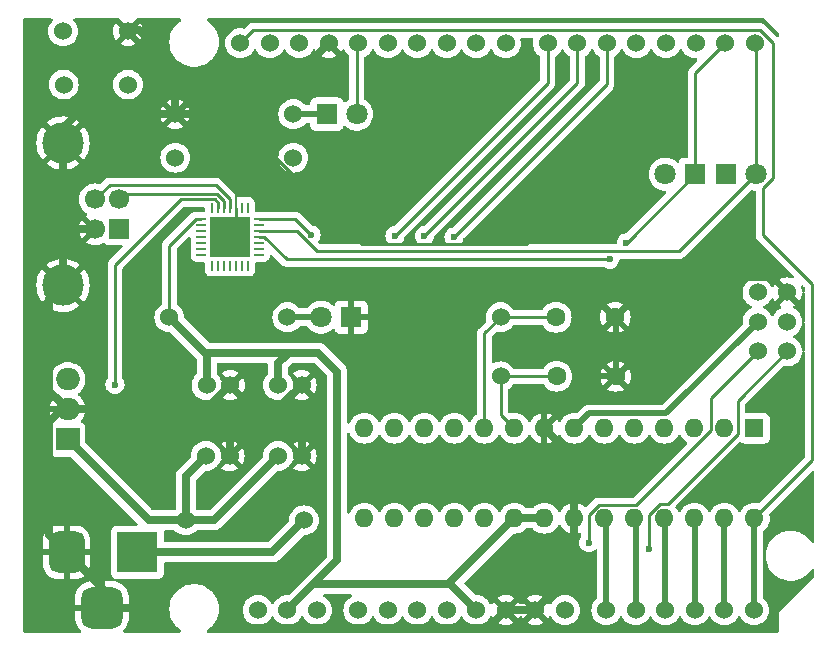
<source format=gbr>
%TF.GenerationSoftware,KiCad,Pcbnew,8.0.7*%
%TF.CreationDate,2025-08-15T01:06:22+02:00*%
%TF.ProjectId,Arduino,41726475-696e-46f2-9e6b-696361645f70,rev?*%
%TF.SameCoordinates,Original*%
%TF.FileFunction,Copper,L1,Top*%
%TF.FilePolarity,Positive*%
%FSLAX46Y46*%
G04 Gerber Fmt 4.6, Leading zero omitted, Abs format (unit mm)*
G04 Created by KiCad (PCBNEW 8.0.7) date 2025-08-15 01:06:22*
%MOMM*%
%LPD*%
G01*
G04 APERTURE LIST*
G04 Aperture macros list*
%AMRoundRect*
0 Rectangle with rounded corners*
0 $1 Rounding radius*
0 $2 $3 $4 $5 $6 $7 $8 $9 X,Y pos of 4 corners*
0 Add a 4 corners polygon primitive as box body*
4,1,4,$2,$3,$4,$5,$6,$7,$8,$9,$2,$3,0*
0 Add four circle primitives for the rounded corners*
1,1,$1+$1,$2,$3*
1,1,$1+$1,$4,$5*
1,1,$1+$1,$6,$7*
1,1,$1+$1,$8,$9*
0 Add four rect primitives between the rounded corners*
20,1,$1+$1,$2,$3,$4,$5,0*
20,1,$1+$1,$4,$5,$6,$7,0*
20,1,$1+$1,$6,$7,$8,$9,0*
20,1,$1+$1,$8,$9,$2,$3,0*%
G04 Aperture macros list end*
%TA.AperFunction,ComponentPad*%
%ADD10R,1.800000X1.800000*%
%TD*%
%TA.AperFunction,ComponentPad*%
%ADD11C,1.800000*%
%TD*%
%TA.AperFunction,ComponentPad*%
%ADD12C,1.600000*%
%TD*%
%TA.AperFunction,ComponentPad*%
%ADD13C,1.524000*%
%TD*%
%TA.AperFunction,SMDPad,CuDef*%
%ADD14RoundRect,0.062500X-0.062500X0.337500X-0.062500X-0.337500X0.062500X-0.337500X0.062500X0.337500X0*%
%TD*%
%TA.AperFunction,SMDPad,CuDef*%
%ADD15RoundRect,0.062500X-0.337500X0.062500X-0.337500X-0.062500X0.337500X-0.062500X0.337500X0.062500X0*%
%TD*%
%TA.AperFunction,HeatsinkPad*%
%ADD16R,3.350000X3.350000*%
%TD*%
%TA.AperFunction,ComponentPad*%
%ADD17R,2.000000X1.905000*%
%TD*%
%TA.AperFunction,ComponentPad*%
%ADD18O,2.000000X1.905000*%
%TD*%
%TA.AperFunction,ComponentPad*%
%ADD19R,1.600000X1.600000*%
%TD*%
%TA.AperFunction,ComponentPad*%
%ADD20O,1.600000X1.600000*%
%TD*%
%TA.AperFunction,ComponentPad*%
%ADD21R,1.700000X1.700000*%
%TD*%
%TA.AperFunction,ComponentPad*%
%ADD22C,1.700000*%
%TD*%
%TA.AperFunction,ComponentPad*%
%ADD23C,3.500000*%
%TD*%
%TA.AperFunction,ComponentPad*%
%ADD24R,3.500000X3.500000*%
%TD*%
%TA.AperFunction,ComponentPad*%
%ADD25RoundRect,0.750000X-0.750000X-1.000000X0.750000X-1.000000X0.750000X1.000000X-0.750000X1.000000X0*%
%TD*%
%TA.AperFunction,ComponentPad*%
%ADD26RoundRect,0.875000X-0.875000X-0.875000X0.875000X-0.875000X0.875000X0.875000X-0.875000X0.875000X0*%
%TD*%
%TA.AperFunction,ViaPad*%
%ADD27C,0.600000*%
%TD*%
%TA.AperFunction,Conductor*%
%ADD28C,0.250000*%
%TD*%
%TA.AperFunction,Conductor*%
%ADD29C,0.500000*%
%TD*%
%TA.AperFunction,Conductor*%
%ADD30C,0.700000*%
%TD*%
%TA.AperFunction,Conductor*%
%ADD31C,0.200000*%
%TD*%
%TA.AperFunction,Conductor*%
%ADD32C,0.640000*%
%TD*%
G04 APERTURE END LIST*
D10*
%TO.P,D5,1,K*%
%TO.N,Net-(D5-K)*%
X129330000Y-79000000D03*
D11*
%TO.P,D5,2,A*%
%TO.N,Net-(D5-A)*%
X131870000Y-79000000D03*
%TD*%
D12*
%TO.P,C1,1*%
%TO.N,Net-(U1-XTAL1{slash}PB6)*%
X148800000Y-101200000D03*
%TO.P,C1,2*%
%TO.N,GND*%
X153800000Y-101200000D03*
%TD*%
D13*
%TO.P,J1,1,Pin_1*%
%TO.N,Net-(J1-Pin_1)*%
X153000000Y-121000000D03*
%TO.P,J1,2,Pin_2*%
%TO.N,Net-(J1-Pin_2)*%
X155500000Y-121000000D03*
%TO.P,J1,3,Pin_3*%
%TO.N,Net-(J1-Pin_3)*%
X158000000Y-121000000D03*
%TO.P,J1,4,Pin_4*%
%TO.N,Net-(J1-Pin_4)*%
X160500000Y-121000000D03*
%TO.P,J1,5,Pin_5*%
%TO.N,/SDA*%
X163000000Y-121000000D03*
%TO.P,J1,6,Pin_6*%
%TO.N,/SCL*%
X165500000Y-121000000D03*
%TD*%
%TO.P,C4,1*%
%TO.N,VCC*%
X125200000Y-101950000D03*
%TO.P,C4,2*%
%TO.N,GND*%
X127200000Y-101950000D03*
%TD*%
%TO.P,D1,1,K*%
%TO.N,Net-(D1-K)*%
X117400000Y-113400000D03*
%TO.P,D1,2,A*%
%TO.N,/VIN*%
X127400000Y-113400000D03*
%TD*%
%TO.P,R3,1*%
%TO.N,Net-(D5-K)*%
X126500000Y-79000000D03*
%TO.P,R3,2*%
%TO.N,GND*%
X116500000Y-79000000D03*
%TD*%
%TO.P,C5,1*%
%TO.N,Net-(D1-K)*%
X125200000Y-107950000D03*
%TO.P,C5,2*%
%TO.N,GND*%
X127200000Y-107950000D03*
%TD*%
%TO.P,C6,2*%
%TO.N,GND*%
X121100000Y-107950000D03*
%TO.P,C6,1*%
%TO.N,Net-(D1-K)*%
X119100000Y-107950000D03*
%TD*%
D12*
%TO.P,C2,1*%
%TO.N,Net-(U1-XTAL2{slash}PB7)*%
X148750000Y-96200000D03*
%TO.P,C2,2*%
%TO.N,GND*%
X153750000Y-96200000D03*
%TD*%
D13*
%TO.P,J3,1,Pin_1*%
%TO.N,/SCL*%
X122000000Y-73000000D03*
%TO.P,J3,2,Pin_2*%
%TO.N,/SDA*%
X124500000Y-73000000D03*
%TO.P,J3,3,Pin_3*%
%TO.N,unconnected-(J3-Pin_3-Pad3)*%
X127000000Y-73000000D03*
%TO.P,J3,4,Pin_4*%
%TO.N,GND*%
X129500000Y-73000000D03*
%TO.P,J3,5,Pin_5*%
%TO.N,Net-(D5-A)*%
X132000000Y-73000000D03*
%TO.P,J3,6,Pin_6*%
%TO.N,Net-(J3-Pin_6)*%
X134500000Y-73000000D03*
%TO.P,J3,7,Pin_7*%
%TO.N,Net-(J3-Pin_7)*%
X137000000Y-73000000D03*
%TO.P,J3,8,Pin_8*%
%TO.N,Net-(J3-Pin_8)*%
X139500000Y-73000000D03*
%TO.P,J3,9,Pin_9*%
%TO.N,Net-(J3-Pin_9)*%
X142000000Y-73000000D03*
%TO.P,J3,10,Pin_10*%
%TO.N,Net-(J3-Pin_10)*%
X144500000Y-73000000D03*
%TD*%
D14*
%TO.P,U2,1,~{DCD}*%
%TO.N,unconnected-(U2-~{DCD}-Pad1)*%
X122650000Y-86950000D03*
%TO.P,U2,2,~{RI}/CLK*%
%TO.N,unconnected-(U2-~{RI}{slash}CLK-Pad2)*%
X122150000Y-86950000D03*
%TO.P,U2,3,GND*%
%TO.N,GND*%
X121650000Y-86950000D03*
%TO.P,U2,4,D+*%
%TO.N,Net-(J8-D+)*%
X121150000Y-86950000D03*
%TO.P,U2,5,D-*%
%TO.N,Net-(J8-D-)*%
X120650000Y-86950000D03*
%TO.P,U2,6,VDD*%
%TO.N,/+3.3V*%
X120150000Y-86950000D03*
%TO.P,U2,7,VREGIN*%
%TO.N,unconnected-(U2-VREGIN-Pad7)*%
X119650000Y-86950000D03*
D15*
%TO.P,U2,8,VBUS*%
%TO.N,VCC*%
X118700000Y-87900000D03*
%TO.P,U2,9,~{RST}*%
%TO.N,unconnected-(U2-~{RST}-Pad9)*%
X118700000Y-88400000D03*
%TO.P,U2,10,NC*%
%TO.N,unconnected-(U2-NC-Pad10)*%
X118700000Y-88900000D03*
%TO.P,U2,11,~{SUSPEND}*%
%TO.N,unconnected-(U2-~{SUSPEND}-Pad11)*%
X118700000Y-89400000D03*
%TO.P,U2,12,SUSPEND*%
%TO.N,unconnected-(U2-SUSPEND-Pad12)*%
X118700000Y-89900000D03*
%TO.P,U2,13,CHREN*%
%TO.N,unconnected-(U2-CHREN-Pad13)*%
X118700000Y-90400000D03*
%TO.P,U2,14,CHR1*%
%TO.N,unconnected-(U2-CHR1-Pad14)*%
X118700000Y-90900000D03*
D14*
%TO.P,U2,15,CHR0*%
%TO.N,unconnected-(U2-CHR0-Pad15)*%
X119650000Y-91850000D03*
%TO.P,U2,16,~{WAKEUP}/GPIO.3*%
%TO.N,unconnected-(U2-~{WAKEUP}{slash}GPIO.3-Pad16)*%
X120150000Y-91850000D03*
%TO.P,U2,17,RS485/GPIO.2*%
%TO.N,unconnected-(U2-RS485{slash}GPIO.2-Pad17)*%
X120650000Y-91850000D03*
%TO.P,U2,18,~{RXT}/GPIO.1*%
%TO.N,unconnected-(U2-~{RXT}{slash}GPIO.1-Pad18)*%
X121150000Y-91850000D03*
%TO.P,U2,19,~{TXT}/GPIO.0*%
%TO.N,unconnected-(U2-~{TXT}{slash}GPIO.0-Pad19)*%
X121650000Y-91850000D03*
%TO.P,U2,20,GPIO.6*%
%TO.N,unconnected-(U2-GPIO.6-Pad20)*%
X122150000Y-91850000D03*
%TO.P,U2,21,GPIO.5*%
%TO.N,unconnected-(U2-GPIO.5-Pad21)*%
X122650000Y-91850000D03*
D15*
%TO.P,U2,22,GPIO.4*%
%TO.N,unconnected-(U2-GPIO.4-Pad22)*%
X123600000Y-90900000D03*
%TO.P,U2,23,~{CTS}*%
%TO.N,unconnected-(U2-~{CTS}-Pad23)*%
X123600000Y-90400000D03*
%TO.P,U2,24,~{RTS}*%
%TO.N,unconnected-(U2-~{RTS}-Pad24)*%
X123600000Y-89900000D03*
%TO.P,U2,25,RXD*%
%TO.N,/TXD*%
X123600000Y-89400000D03*
%TO.P,U2,26,TXD*%
%TO.N,/RXD*%
X123600000Y-88900000D03*
%TO.P,U2,27,~{DSR}*%
%TO.N,unconnected-(U2-~{DSR}-Pad27)*%
X123600000Y-88400000D03*
%TO.P,U2,28,~{DTR}*%
%TO.N,/RST*%
X123600000Y-87900000D03*
D16*
%TO.P,U2,29,GND*%
%TO.N,GND*%
X121150000Y-89400000D03*
%TD*%
D13*
%TO.P,R2,1*%
%TO.N,VCC*%
X116000000Y-96200000D03*
%TO.P,R2,2*%
%TO.N,Net-(D2-A)*%
X126000000Y-96200000D03*
%TD*%
%TO.P,J6,1,Pin_1*%
%TO.N,/USB_5V*%
X123500000Y-121000000D03*
%TO.P,J6,2,Pin_2*%
%TO.N,VCC*%
X126000000Y-121000000D03*
%TO.P,J6,3,Pin_3*%
%TO.N,/+5V*%
X128500000Y-121000000D03*
%TD*%
D10*
%TO.P,D4,1,K*%
%TO.N,/TXD*%
X160530000Y-84100000D03*
D11*
%TO.P,D4,2,A*%
%TO.N,Net-(D4-A)*%
X157990000Y-84100000D03*
%TD*%
D13*
%TO.P,J2,1,Pin_1*%
%TO.N,/RXD*%
X165550000Y-73000000D03*
%TO.P,J2,2,Pin_2*%
%TO.N,/TXD*%
X163050000Y-73000000D03*
%TO.P,J2,3,Pin_3*%
%TO.N,Net-(J2-Pin_3)*%
X160550000Y-73000000D03*
%TO.P,J2,4,Pin_4*%
%TO.N,Net-(J2-Pin_4)*%
X158050000Y-73000000D03*
%TO.P,J2,5,Pin_5*%
%TO.N,Net-(J2-Pin_5)*%
X155550000Y-73000000D03*
%TO.P,J2,6,Pin_6*%
%TO.N,Net-(J2-Pin_6)*%
X153050000Y-73000000D03*
%TO.P,J2,7,Pin_7*%
%TO.N,Net-(J2-Pin_7)*%
X150550000Y-73000000D03*
%TO.P,J2,8,Pin_8*%
%TO.N,Net-(J2-Pin_8)*%
X148050000Y-73000000D03*
%TD*%
%TO.P,J7,1,Pin_1*%
%TO.N,unconnected-(J7-Pin_1-Pad1)*%
X132000000Y-121000000D03*
%TO.P,J7,2,Pin_2*%
%TO.N,unconnected-(J7-Pin_2-Pad2)*%
X134500000Y-121000000D03*
%TO.P,J7,3,Pin_3*%
%TO.N,/RST*%
X137000000Y-121000000D03*
%TO.P,J7,4,Pin_4*%
%TO.N,/+3.3V*%
X139500000Y-121000000D03*
%TO.P,J7,5,Pin_5*%
%TO.N,VCC*%
X142000000Y-121000000D03*
%TO.P,J7,6,Pin_6*%
%TO.N,GND*%
X144500000Y-121000000D03*
%TO.P,J7,7,Pin_7*%
X147000000Y-121000000D03*
%TO.P,J7,8,Pin_8*%
%TO.N,/VIN*%
X149500000Y-121000000D03*
%TD*%
%TO.P,C3,1*%
%TO.N,VCC*%
X119150000Y-101950000D03*
%TO.P,C3,2*%
%TO.N,GND*%
X121150000Y-101950000D03*
%TD*%
D17*
%TO.P,U3,1,VI*%
%TO.N,Net-(D1-K)*%
X107400000Y-106550000D03*
D18*
%TO.P,U3,2,GND*%
%TO.N,GND*%
X107400000Y-104010000D03*
%TO.P,U3,3,VO*%
%TO.N,/+5V*%
X107400000Y-101470000D03*
%TD*%
D13*
%TO.P,R1,1*%
%TO.N,/RST*%
X116500000Y-82700000D03*
%TO.P,R1,2*%
%TO.N,VCC*%
X126500000Y-82700000D03*
%TD*%
D10*
%TO.P,D2,1,K*%
%TO.N,GND*%
X131400000Y-96200000D03*
D11*
%TO.P,D2,2,A*%
%TO.N,Net-(D2-A)*%
X128860000Y-96200000D03*
%TD*%
D13*
%TO.P,SW1,1,A*%
%TO.N,/RST*%
X107000000Y-72000000D03*
%TO.P,SW1,2,B*%
%TO.N,GND*%
X112500000Y-72000000D03*
%TO.P,SW1,3*%
%TO.N,N/C*%
X112500000Y-76500000D03*
%TO.P,SW1,4*%
X107050000Y-76500000D03*
%TD*%
%TO.P,Y1,1,1*%
%TO.N,Net-(U1-XTAL2{slash}PB7)*%
X144050000Y-96200000D03*
%TO.P,Y1,2,2*%
%TO.N,Net-(U1-XTAL1{slash}PB6)*%
X144050000Y-101200000D03*
%TD*%
D19*
%TO.P,U1,1,~{RESET}/PC6*%
%TO.N,/RST*%
X165530000Y-105600000D03*
D20*
%TO.P,U1,2,PD0*%
%TO.N,Net-(D3-K)*%
X162990000Y-105600000D03*
%TO.P,U1,3,PD1*%
%TO.N,Net-(D4-A)*%
X160450000Y-105600000D03*
%TO.P,U1,4,PD2*%
%TO.N,Net-(J2-Pin_3)*%
X157910000Y-105600000D03*
%TO.P,U1,5,PD3*%
%TO.N,Net-(J2-Pin_4)*%
X155370000Y-105600000D03*
%TO.P,U1,6,PD4*%
%TO.N,Net-(J2-Pin_5)*%
X152830000Y-105600000D03*
%TO.P,U1,7,VCC*%
%TO.N,VCC*%
X150290000Y-105600000D03*
%TO.P,U1,8,GND*%
%TO.N,GND*%
X147750000Y-105600000D03*
%TO.P,U1,9,XTAL1/PB6*%
%TO.N,Net-(U1-XTAL1{slash}PB6)*%
X145210000Y-105600000D03*
%TO.P,U1,10,XTAL2/PB7*%
%TO.N,Net-(U1-XTAL2{slash}PB7)*%
X142670000Y-105600000D03*
%TO.P,U1,11,PD5*%
%TO.N,Net-(J2-Pin_6)*%
X140130000Y-105600000D03*
%TO.P,U1,12,PD6*%
%TO.N,Net-(J2-Pin_7)*%
X137590000Y-105600000D03*
%TO.P,U1,13,PD7*%
%TO.N,Net-(J2-Pin_8)*%
X135050000Y-105600000D03*
%TO.P,U1,14,PB0*%
%TO.N,Net-(D5-A)*%
X132510000Y-105600000D03*
%TO.P,U1,15,PB1*%
%TO.N,Net-(J3-Pin_6)*%
X132510000Y-113220000D03*
%TO.P,U1,16,PB2*%
%TO.N,Net-(J3-Pin_7)*%
X135050000Y-113220000D03*
%TO.P,U1,17,PB3*%
%TO.N,Net-(J3-Pin_8)*%
X137590000Y-113220000D03*
%TO.P,U1,18,PB4*%
%TO.N,Net-(J3-Pin_9)*%
X140130000Y-113220000D03*
%TO.P,U1,19,PB5*%
%TO.N,Net-(J3-Pin_10)*%
X142670000Y-113220000D03*
%TO.P,U1,20,AVCC*%
%TO.N,VCC*%
X145210000Y-113220000D03*
%TO.P,U1,21,AREF*%
X147750000Y-113220000D03*
%TO.P,U1,22,GND*%
%TO.N,GND*%
X150290000Y-113220000D03*
%TO.P,U1,23,PC0*%
%TO.N,Net-(J1-Pin_1)*%
X152830000Y-113220000D03*
%TO.P,U1,24,PC1*%
%TO.N,Net-(J1-Pin_2)*%
X155370000Y-113220000D03*
%TO.P,U1,25,PC2*%
%TO.N,Net-(J1-Pin_3)*%
X157910000Y-113220000D03*
%TO.P,U1,26,PC3*%
%TO.N,Net-(J1-Pin_4)*%
X160450000Y-113220000D03*
%TO.P,U1,27,PC4*%
%TO.N,/SDA*%
X162990000Y-113220000D03*
%TO.P,U1,28,PC5*%
%TO.N,/SCL*%
X165530000Y-113220000D03*
%TD*%
D21*
%TO.P,J8,1,VBUS*%
%TO.N,/USB_5V*%
X111710000Y-88730000D03*
D22*
%TO.P,J8,2,D-*%
%TO.N,Net-(J8-D-)*%
X111710000Y-86230000D03*
%TO.P,J8,3,D+*%
%TO.N,Net-(J8-D+)*%
X109710000Y-86230000D03*
%TO.P,J8,4,GND*%
%TO.N,GND*%
X109710000Y-88730000D03*
D23*
%TO.P,J8,5,Shield*%
X107000000Y-93500000D03*
X107000000Y-81460000D03*
%TD*%
D13*
%TO.P,J4,1,Pin_1*%
%TO.N,Net-(J3-Pin_9)*%
X165800000Y-99100000D03*
%TO.P,J4,2,Pin_2*%
%TO.N,VCC*%
X165800000Y-96600000D03*
%TO.P,J4,3,Pin_3*%
%TO.N,Net-(J3-Pin_10)*%
X165800000Y-94100000D03*
%TO.P,J4,4,Pin_4*%
%TO.N,Net-(J3-Pin_8)*%
X168300000Y-99100000D03*
%TO.P,J4,5,Pin_5*%
%TO.N,/RST*%
X168300000Y-96600000D03*
%TO.P,J4,6,Pin_6*%
%TO.N,GND*%
X168300000Y-94100000D03*
%TD*%
D24*
%TO.P,J5,1*%
%TO.N,/VIN*%
X113300000Y-116092500D03*
D25*
%TO.P,J5,2*%
%TO.N,GND*%
X107300000Y-116092500D03*
D26*
%TO.P,J5,3*%
X110300000Y-120792500D03*
%TD*%
D10*
%TO.P,D3,1,K*%
%TO.N,Net-(D3-K)*%
X163160000Y-84100000D03*
D11*
%TO.P,D3,2,A*%
%TO.N,/RXD*%
X165700000Y-84100000D03*
%TD*%
D27*
%TO.N,GND*%
X151200000Y-85000000D03*
%TO.N,Net-(J2-Pin_6)*%
X140100000Y-89400000D03*
%TO.N,Net-(J2-Pin_7)*%
X137600000Y-89300000D03*
%TO.N,Net-(J2-Pin_8)*%
X135100000Y-89300000D03*
%TO.N,Net-(J3-Pin_8)*%
X156600000Y-115800000D03*
%TO.N,Net-(J3-Pin_9)*%
X151500000Y-115300000D03*
%TO.N,/TXD*%
X154700000Y-89900000D03*
X153300000Y-91300000D03*
%TO.N,/RST*%
X128000000Y-89237251D03*
%TO.N,/+3.3V*%
X111400000Y-101900000D03*
%TD*%
D28*
%TO.N,GND*%
X146175000Y-90025000D02*
X151200000Y-85000000D01*
X132287749Y-90025000D02*
X146175000Y-90025000D01*
X123500000Y-81237251D02*
X132287749Y-90025000D01*
X123500000Y-79000000D02*
X123500000Y-81237251D01*
%TO.N,/SCL*%
X123087000Y-71913000D02*
X122000000Y-73000000D01*
X166000251Y-71913000D02*
X123087000Y-71913000D01*
X167100000Y-73012749D02*
X166000251Y-71913000D01*
X166300000Y-89250209D02*
X166300000Y-85232412D01*
X170432467Y-93382676D02*
X166300000Y-89250209D01*
X166300000Y-85232412D02*
X167100000Y-84432412D01*
X170432467Y-108317533D02*
X170432467Y-93382676D01*
X167100000Y-84432412D02*
X167100000Y-73012749D01*
X165530000Y-113220000D02*
X170432467Y-108317533D01*
%TO.N,Net-(J2-Pin_6)*%
X153050000Y-76450000D02*
X140100000Y-89400000D01*
X153050000Y-73000000D02*
X153050000Y-76450000D01*
%TO.N,Net-(J2-Pin_7)*%
X150550000Y-76350000D02*
X137600000Y-89300000D01*
X150550000Y-73000000D02*
X150550000Y-76350000D01*
%TO.N,Net-(J2-Pin_8)*%
X148050000Y-76350000D02*
X135100000Y-89300000D01*
X148050000Y-73000000D02*
X148050000Y-76350000D01*
%TO.N,Net-(D5-A)*%
X131870000Y-73130000D02*
X132000000Y-73000000D01*
X131870000Y-79000000D02*
X131870000Y-73130000D01*
D29*
%TO.N,Net-(D5-K)*%
X129330000Y-79000000D02*
X126500000Y-79000000D01*
D28*
%TO.N,Net-(U1-XTAL2{slash}PB7)*%
X144050000Y-96200000D02*
X142670000Y-97580000D01*
X142670000Y-97580000D02*
X142670000Y-105600000D01*
%TO.N,Net-(U1-XTAL1{slash}PB6)*%
X144050000Y-101200000D02*
X144050000Y-104440000D01*
X144050000Y-104440000D02*
X145210000Y-105600000D01*
%TO.N,Net-(U1-XTAL2{slash}PB7)*%
X148750000Y-96200000D02*
X144050000Y-96200000D01*
%TO.N,Net-(U1-XTAL1{slash}PB6)*%
X148800000Y-101200000D02*
X144050000Y-101200000D01*
%TO.N,Net-(J3-Pin_8)*%
X156600000Y-112939009D02*
X156600000Y-115800000D01*
X157539009Y-112000000D02*
X156600000Y-112939009D01*
X164115000Y-106065991D02*
X158180991Y-112000000D01*
X164115000Y-103285000D02*
X164115000Y-106065991D01*
X158180991Y-112000000D02*
X157539009Y-112000000D01*
X168300000Y-99100000D02*
X164115000Y-103285000D01*
%TO.N,Net-(J3-Pin_9)*%
X152364009Y-112095000D02*
X151500000Y-112959009D01*
X161865000Y-105775991D02*
X155545991Y-112095000D01*
X155545991Y-112095000D02*
X152364009Y-112095000D01*
X161865000Y-103035000D02*
X161865000Y-105775991D01*
X151500000Y-112959009D02*
X151500000Y-115300000D01*
X165800000Y-99100000D02*
X161865000Y-103035000D01*
D29*
%TO.N,/SCL*%
X165500000Y-113250000D02*
X165530000Y-113220000D01*
X165500000Y-121000000D02*
X165500000Y-113250000D01*
%TO.N,/SDA*%
X163000000Y-113230000D02*
X162990000Y-113220000D01*
X163000000Y-121000000D02*
X163000000Y-113230000D01*
%TO.N,Net-(J1-Pin_4)*%
X160500000Y-113270000D02*
X160450000Y-113220000D01*
X160500000Y-121000000D02*
X160500000Y-113270000D01*
%TO.N,Net-(J1-Pin_3)*%
X158000000Y-113310000D02*
X157910000Y-113220000D01*
X158000000Y-121000000D02*
X158000000Y-113310000D01*
%TO.N,Net-(J1-Pin_2)*%
X155500000Y-113350000D02*
X155370000Y-113220000D01*
X155500000Y-121000000D02*
X155500000Y-113350000D01*
%TO.N,Net-(J1-Pin_1)*%
X153000000Y-113390000D02*
X152830000Y-113220000D01*
X153000000Y-121000000D02*
X153000000Y-113390000D01*
D28*
%TO.N,/RXD*%
X165700000Y-73150000D02*
X165550000Y-73000000D01*
X165700000Y-84100000D02*
X165700000Y-73150000D01*
%TO.N,/TXD*%
X160530000Y-75520000D02*
X163050000Y-73000000D01*
X160530000Y-84100000D02*
X160530000Y-75520000D01*
X154730000Y-89900000D02*
X160530000Y-84100000D01*
X154700000Y-89900000D02*
X154730000Y-89900000D01*
X125949740Y-91300000D02*
X153300000Y-91300000D01*
X124049740Y-89400000D02*
X125949740Y-91300000D01*
X123600000Y-89400000D02*
X124049740Y-89400000D01*
%TO.N,/RXD*%
X159169276Y-90630724D02*
X165700000Y-84100000D01*
X128509589Y-90630724D02*
X159169276Y-90630724D01*
X123600000Y-88900000D02*
X126778865Y-88900000D01*
X126778865Y-88900000D02*
X128509589Y-90630724D01*
%TO.N,/RST*%
X126662749Y-87900000D02*
X128000000Y-89237251D01*
X123600000Y-87900000D02*
X126662749Y-87900000D01*
%TO.N,/+3.3V*%
X111400000Y-91800000D02*
X111400000Y-101900000D01*
X116975000Y-86225000D02*
X111400000Y-91800000D01*
%TO.N,GND*%
X121150000Y-89400000D02*
X121650000Y-88900000D01*
X121650000Y-88900000D02*
X121650000Y-86950000D01*
%TO.N,Net-(J8-D+)*%
X119922532Y-85000000D02*
X110940000Y-85000000D01*
X121150000Y-86227468D02*
X119922532Y-85000000D01*
X110940000Y-85000000D02*
X109710000Y-86230000D01*
X121150000Y-86950000D02*
X121150000Y-86227468D01*
%TO.N,Net-(J8-D-)*%
X112165000Y-85775000D02*
X111710000Y-86230000D01*
X120061136Y-85775000D02*
X112165000Y-85775000D01*
X120650000Y-86950000D02*
X120650000Y-86363864D01*
X120650000Y-86363864D02*
X120061136Y-85775000D01*
%TO.N,/+3.3V*%
X119874740Y-86225000D02*
X116975000Y-86225000D01*
X120150000Y-86500260D02*
X119874740Y-86225000D01*
X120150000Y-86950000D02*
X120150000Y-86500260D01*
D29*
%TO.N,Net-(D2-A)*%
X126000000Y-96200000D02*
X128860000Y-96200000D01*
D28*
%TO.N,VCC*%
X116000000Y-90150260D02*
X116000000Y-96200000D01*
X118250260Y-87900000D02*
X116000000Y-90150260D01*
X118700000Y-87900000D02*
X118250260Y-87900000D01*
D29*
%TO.N,GND*%
X167088000Y-92888000D02*
X168300000Y-94100000D01*
X157062000Y-92888000D02*
X167088000Y-92888000D01*
X153750000Y-96200000D02*
X157062000Y-92888000D01*
%TO.N,VCC*%
X151540000Y-104350000D02*
X150290000Y-105600000D01*
X158050000Y-104350000D02*
X151540000Y-104350000D01*
X165800000Y-96600000D02*
X158050000Y-104350000D01*
D30*
X125200000Y-100100000D02*
X126100000Y-99200000D01*
X126100000Y-99200000D02*
X119400000Y-99200000D01*
X128600000Y-99200000D02*
X126100000Y-99200000D01*
X125200000Y-101950000D02*
X125200000Y-100100000D01*
X119150000Y-101950000D02*
X119150000Y-99450000D01*
X119400000Y-99200000D02*
X119000000Y-99200000D01*
X119150000Y-99450000D02*
X119400000Y-99200000D01*
X130200000Y-116800000D02*
X130200000Y-100800000D01*
X130200000Y-100800000D02*
X128600000Y-99200000D01*
X119000000Y-99200000D02*
X116000000Y-96200000D01*
X128200000Y-118800000D02*
X130200000Y-116800000D01*
X145210000Y-113220000D02*
X147750000Y-113220000D01*
X139800000Y-118630000D02*
X145210000Y-113220000D01*
X139800000Y-118800000D02*
X139800000Y-118630000D01*
X139800000Y-118800000D02*
X142000000Y-121000000D01*
X128200000Y-118800000D02*
X139800000Y-118800000D01*
X126000000Y-121000000D02*
X128200000Y-118800000D01*
%TO.N,Net-(D1-K)*%
X119750000Y-113400000D02*
X125200000Y-107950000D01*
X117400000Y-113400000D02*
X119750000Y-113400000D01*
X117400000Y-109650000D02*
X119100000Y-107950000D01*
X117400000Y-113400000D02*
X117400000Y-109650000D01*
X114250000Y-113400000D02*
X107400000Y-106550000D01*
X117400000Y-113400000D02*
X114250000Y-113400000D01*
%TO.N,/VIN*%
X124707500Y-116092500D02*
X127400000Y-113400000D01*
X113300000Y-116092500D02*
X124707500Y-116092500D01*
D31*
%TO.N,GND*%
X121650000Y-84150000D02*
X116500000Y-79000000D01*
X121650000Y-86950000D02*
X121650000Y-84150000D01*
D29*
X153800000Y-96250000D02*
X153750000Y-96200000D01*
X153800000Y-101200000D02*
X153800000Y-96250000D01*
X152150000Y-101200000D02*
X153800000Y-101200000D01*
X147750000Y-105600000D02*
X152150000Y-101200000D01*
D30*
X150290000Y-108140000D02*
X147750000Y-105600000D01*
X150290000Y-113220000D02*
X150290000Y-108140000D01*
X150290000Y-117710000D02*
X147000000Y-121000000D01*
X150290000Y-113220000D02*
X150290000Y-117710000D01*
X144500000Y-121000000D02*
X147000000Y-121000000D01*
X113407500Y-120792500D02*
X110300000Y-120792500D01*
X115900000Y-118300000D02*
X113407500Y-120792500D01*
X120100000Y-118300000D02*
X115900000Y-118300000D01*
X120600000Y-118800000D02*
X120100000Y-118300000D01*
X120600000Y-120800000D02*
X120600000Y-118800000D01*
X122350000Y-122550000D02*
X120600000Y-120800000D01*
X142950000Y-122550000D02*
X122350000Y-122550000D01*
X144500000Y-121000000D02*
X142950000Y-122550000D01*
X127200000Y-106070000D02*
X125140000Y-104010000D01*
X127200000Y-107950000D02*
X127200000Y-106070000D01*
X121100000Y-107950000D02*
X121100000Y-106020000D01*
X121100000Y-106020000D02*
X119090000Y-104010000D01*
X125140000Y-104010000D02*
X119090000Y-104010000D01*
X127200000Y-101950000D02*
X125140000Y-104010000D01*
X119090000Y-104010000D02*
X107400000Y-104010000D01*
X121150000Y-101950000D02*
X119090000Y-104010000D01*
X123500000Y-79000000D02*
X129500000Y-73000000D01*
X116500000Y-79000000D02*
X123500000Y-79000000D01*
X113400000Y-71900000D02*
X116500000Y-75000000D01*
X116500000Y-75000000D02*
X116500000Y-79000000D01*
X108144551Y-79000000D02*
X116500000Y-79000000D01*
X107000000Y-80144551D02*
X108144551Y-79000000D01*
X107000000Y-81460000D02*
X107000000Y-80144551D01*
X108130000Y-88730000D02*
X107000000Y-87600000D01*
X109710000Y-88730000D02*
X108130000Y-88730000D01*
X107000000Y-87600000D02*
X107000000Y-81460000D01*
X107000000Y-93500000D02*
X107000000Y-87600000D01*
X105850000Y-102460000D02*
X105850000Y-94650000D01*
X105850000Y-94650000D02*
X107000000Y-93500000D01*
X107400000Y-104010000D02*
X105850000Y-102460000D01*
X105850000Y-105047500D02*
X106887500Y-104010000D01*
X106887500Y-104010000D02*
X107400000Y-104010000D01*
X105850000Y-114642500D02*
X105850000Y-105047500D01*
X107300000Y-116092500D02*
X105850000Y-114642500D01*
X110300000Y-119092500D02*
X107300000Y-116092500D01*
X110300000Y-120792500D02*
X110300000Y-119092500D01*
D32*
%TO.N,Net-(D1-K)*%
X117400000Y-113400000D02*
X117740000Y-113400000D01*
D31*
%TO.N,Net-(D5-A)*%
X132000000Y-78870000D02*
X131870000Y-79000000D01*
D29*
%TO.N,Net-(J1-Pin_4)*%
X160450000Y-120950000D02*
X160500000Y-121000000D01*
%TO.N,Net-(J1-Pin_2)*%
X155370000Y-120870000D02*
X155500000Y-121000000D01*
%TO.N,/SDA*%
X162990000Y-120990000D02*
X163000000Y-121000000D01*
%TO.N,Net-(J1-Pin_3)*%
X157910000Y-120910000D02*
X158000000Y-121000000D01*
%TO.N,/SCL*%
X165530000Y-120970000D02*
X165500000Y-121000000D01*
%TO.N,Net-(J1-Pin_1)*%
X152830000Y-120830000D02*
X153000000Y-121000000D01*
%TD*%
%TA.AperFunction,Conductor*%
%TO.N,GND*%
G36*
X106081730Y-70920185D02*
G01*
X106127485Y-70972989D01*
X106137429Y-71042147D01*
X106108404Y-71105703D01*
X106102372Y-71112181D01*
X106029175Y-71185377D01*
X105902466Y-71366338D01*
X105902465Y-71366340D01*
X105809107Y-71566548D01*
X105809104Y-71566554D01*
X105751930Y-71779929D01*
X105751929Y-71779937D01*
X105732677Y-71999997D01*
X105732677Y-72000002D01*
X105751929Y-72220062D01*
X105751930Y-72220070D01*
X105809104Y-72433445D01*
X105809105Y-72433447D01*
X105809106Y-72433450D01*
X105902346Y-72633405D01*
X105902466Y-72633662D01*
X105902468Y-72633666D01*
X106029170Y-72814615D01*
X106029175Y-72814621D01*
X106185378Y-72970824D01*
X106185384Y-72970829D01*
X106366333Y-73097531D01*
X106366335Y-73097532D01*
X106366338Y-73097534D01*
X106566550Y-73190894D01*
X106779932Y-73248070D01*
X106937123Y-73261822D01*
X106999998Y-73267323D01*
X107000000Y-73267323D01*
X107000002Y-73267323D01*
X107055017Y-73262509D01*
X107220068Y-73248070D01*
X107433450Y-73190894D01*
X107633662Y-73097534D01*
X107814620Y-72970826D01*
X107970826Y-72814620D01*
X108097534Y-72633662D01*
X108190894Y-72433450D01*
X108248070Y-72220068D01*
X108267323Y-72000000D01*
X108248070Y-71779932D01*
X108190894Y-71566550D01*
X108097534Y-71366339D01*
X107970826Y-71185380D01*
X107970824Y-71185377D01*
X107897628Y-71112181D01*
X107864143Y-71050858D01*
X107869127Y-70981166D01*
X107910999Y-70925233D01*
X107976463Y-70900816D01*
X107985309Y-70900500D01*
X111702691Y-70900500D01*
X111769730Y-70920185D01*
X111790372Y-70936819D01*
X112472554Y-71619000D01*
X112449840Y-71619000D01*
X112352939Y-71644964D01*
X112266060Y-71695124D01*
X112195124Y-71766060D01*
X112144964Y-71852939D01*
X112119000Y-71949840D01*
X112119000Y-71972553D01*
X111448258Y-71301811D01*
X111402901Y-71366590D01*
X111309579Y-71566720D01*
X111309575Y-71566729D01*
X111252426Y-71780013D01*
X111252424Y-71780023D01*
X111233179Y-71999999D01*
X111233179Y-72000000D01*
X111252424Y-72219976D01*
X111252426Y-72219986D01*
X111309575Y-72433270D01*
X111309580Y-72433284D01*
X111402898Y-72633405D01*
X111402901Y-72633411D01*
X111448258Y-72698187D01*
X111448258Y-72698188D01*
X112119000Y-72027446D01*
X112119000Y-72050160D01*
X112144964Y-72147061D01*
X112195124Y-72233940D01*
X112266060Y-72304876D01*
X112352939Y-72355036D01*
X112449840Y-72381000D01*
X112472553Y-72381000D01*
X111801810Y-73051740D01*
X111866590Y-73097099D01*
X111866592Y-73097100D01*
X112066715Y-73190419D01*
X112066729Y-73190424D01*
X112280013Y-73247573D01*
X112280023Y-73247575D01*
X112499999Y-73266821D01*
X112500001Y-73266821D01*
X112719976Y-73247575D01*
X112719986Y-73247573D01*
X112933270Y-73190424D01*
X112933284Y-73190419D01*
X113133407Y-73097100D01*
X113133417Y-73097094D01*
X113198188Y-73051741D01*
X112527448Y-72381000D01*
X112550160Y-72381000D01*
X112647061Y-72355036D01*
X112733940Y-72304876D01*
X112804876Y-72233940D01*
X112855036Y-72147061D01*
X112881000Y-72050160D01*
X112881000Y-72027447D01*
X113551741Y-72698188D01*
X113597094Y-72633417D01*
X113597100Y-72633407D01*
X113690419Y-72433284D01*
X113690424Y-72433270D01*
X113747573Y-72219986D01*
X113747575Y-72219976D01*
X113766821Y-72000000D01*
X113766821Y-71999999D01*
X113747575Y-71780023D01*
X113747573Y-71780013D01*
X113690424Y-71566729D01*
X113690420Y-71566720D01*
X113597096Y-71366586D01*
X113551741Y-71301811D01*
X113551740Y-71301810D01*
X112881000Y-71972551D01*
X112881000Y-71949840D01*
X112855036Y-71852939D01*
X112804876Y-71766060D01*
X112733940Y-71695124D01*
X112647061Y-71644964D01*
X112550160Y-71619000D01*
X112527447Y-71619000D01*
X113209628Y-70936819D01*
X113270951Y-70903334D01*
X113297309Y-70900500D01*
X116902818Y-70900500D01*
X116969857Y-70920185D01*
X117015612Y-70972989D01*
X117025556Y-71042147D01*
X116996531Y-71105703D01*
X116967247Y-71130448D01*
X116885853Y-71179944D01*
X116662950Y-71361289D01*
X116662947Y-71361291D01*
X116662947Y-71361292D01*
X116658003Y-71366586D01*
X116466812Y-71571299D01*
X116301098Y-71806064D01*
X116168894Y-72061206D01*
X116072667Y-72331962D01*
X116072666Y-72331965D01*
X116014201Y-72613319D01*
X115994592Y-72900000D01*
X116014201Y-73186680D01*
X116014201Y-73186684D01*
X116014202Y-73186686D01*
X116035984Y-73291509D01*
X116072666Y-73468034D01*
X116072667Y-73468037D01*
X116168894Y-73738793D01*
X116168893Y-73738793D01*
X116301098Y-73993935D01*
X116466812Y-74228700D01*
X116499446Y-74263642D01*
X116662947Y-74438708D01*
X116707373Y-74474851D01*
X116885853Y-74620055D01*
X117131382Y-74769365D01*
X117318237Y-74850526D01*
X117394942Y-74883844D01*
X117671642Y-74961371D01*
X117921920Y-74995771D01*
X117956321Y-75000500D01*
X117956322Y-75000500D01*
X118243679Y-75000500D01*
X118274370Y-74996281D01*
X118528358Y-74961371D01*
X118805058Y-74883844D01*
X118918015Y-74834779D01*
X119068617Y-74769365D01*
X119068620Y-74769363D01*
X119068625Y-74769361D01*
X119314147Y-74620055D01*
X119537053Y-74438708D01*
X119733189Y-74228698D01*
X119898901Y-73993936D01*
X120031104Y-73738797D01*
X120127334Y-73468032D01*
X120185798Y-73186686D01*
X120205408Y-72900000D01*
X120185798Y-72613314D01*
X120127334Y-72331968D01*
X120117705Y-72304876D01*
X120031105Y-72061206D01*
X120031106Y-72061206D01*
X119898901Y-71806064D01*
X119733187Y-71571299D01*
X119648207Y-71480309D01*
X119537053Y-71361292D01*
X119314147Y-71179945D01*
X119314146Y-71179944D01*
X119232753Y-71130448D01*
X119185701Y-71078796D01*
X119174044Y-71009906D01*
X119201482Y-70945649D01*
X119259304Y-70906427D01*
X119297182Y-70900500D01*
X166341324Y-70900500D01*
X166408363Y-70920185D01*
X166429005Y-70936819D01*
X167563181Y-72070995D01*
X167596666Y-72132318D01*
X167599500Y-72158676D01*
X167599500Y-72328297D01*
X167579815Y-72395336D01*
X167527011Y-72441091D01*
X167457853Y-72451035D01*
X167394297Y-72422010D01*
X167387819Y-72415978D01*
X166490449Y-71518608D01*
X166490429Y-71518586D01*
X166398984Y-71427141D01*
X166347760Y-71392915D01*
X166296537Y-71358688D01*
X166296534Y-71358686D01*
X166296531Y-71358685D01*
X166216043Y-71325347D01*
X166182704Y-71311537D01*
X166172678Y-71309543D01*
X166122280Y-71299518D01*
X166061861Y-71287500D01*
X166061858Y-71287500D01*
X166061857Y-71287500D01*
X123148607Y-71287500D01*
X123025393Y-71287500D01*
X123025389Y-71287500D01*
X122964971Y-71299518D01*
X122927259Y-71307019D01*
X122904550Y-71311536D01*
X122904548Y-71311537D01*
X122871207Y-71325347D01*
X122790719Y-71358684D01*
X122790705Y-71358692D01*
X122688272Y-71427138D01*
X122688264Y-71427144D01*
X122601139Y-71514270D01*
X122383795Y-71731613D01*
X122322472Y-71765098D01*
X122264021Y-71763707D01*
X122220068Y-71751930D01*
X122000002Y-71732677D01*
X121999998Y-71732677D01*
X121779937Y-71751929D01*
X121779929Y-71751930D01*
X121566554Y-71809104D01*
X121566548Y-71809107D01*
X121366340Y-71902465D01*
X121366338Y-71902466D01*
X121185377Y-72029175D01*
X121029175Y-72185377D01*
X120902466Y-72366338D01*
X120902465Y-72366340D01*
X120809107Y-72566548D01*
X120809104Y-72566554D01*
X120751930Y-72779929D01*
X120751929Y-72779937D01*
X120732677Y-72999997D01*
X120732677Y-73000000D01*
X120751929Y-73220062D01*
X120751930Y-73220070D01*
X120809104Y-73433445D01*
X120809105Y-73433447D01*
X120809106Y-73433450D01*
X120862382Y-73547701D01*
X120902466Y-73633662D01*
X120902468Y-73633666D01*
X121029170Y-73814615D01*
X121029175Y-73814621D01*
X121185378Y-73970824D01*
X121185384Y-73970829D01*
X121366333Y-74097531D01*
X121366335Y-74097532D01*
X121366338Y-74097534D01*
X121566550Y-74190894D01*
X121779932Y-74248070D01*
X121937123Y-74261822D01*
X121999998Y-74267323D01*
X122000000Y-74267323D01*
X122000002Y-74267323D01*
X122055017Y-74262509D01*
X122220068Y-74248070D01*
X122433450Y-74190894D01*
X122633662Y-74097534D01*
X122814620Y-73970826D01*
X122970826Y-73814620D01*
X123097534Y-73633662D01*
X123137618Y-73547700D01*
X123183790Y-73495261D01*
X123250983Y-73476109D01*
X123317864Y-73496324D01*
X123362382Y-73547701D01*
X123402464Y-73633658D01*
X123402468Y-73633666D01*
X123529170Y-73814615D01*
X123529175Y-73814621D01*
X123685378Y-73970824D01*
X123685384Y-73970829D01*
X123866333Y-74097531D01*
X123866335Y-74097532D01*
X123866338Y-74097534D01*
X124066550Y-74190894D01*
X124279932Y-74248070D01*
X124437123Y-74261822D01*
X124499998Y-74267323D01*
X124500000Y-74267323D01*
X124500002Y-74267323D01*
X124555017Y-74262509D01*
X124720068Y-74248070D01*
X124933450Y-74190894D01*
X125133662Y-74097534D01*
X125314620Y-73970826D01*
X125470826Y-73814620D01*
X125597534Y-73633662D01*
X125637618Y-73547700D01*
X125683790Y-73495261D01*
X125750983Y-73476109D01*
X125817864Y-73496324D01*
X125862382Y-73547701D01*
X125902464Y-73633658D01*
X125902468Y-73633666D01*
X126029170Y-73814615D01*
X126029175Y-73814621D01*
X126185378Y-73970824D01*
X126185384Y-73970829D01*
X126366333Y-74097531D01*
X126366335Y-74097532D01*
X126366338Y-74097534D01*
X126566550Y-74190894D01*
X126779932Y-74248070D01*
X126937123Y-74261822D01*
X126999998Y-74267323D01*
X127000000Y-74267323D01*
X127000002Y-74267323D01*
X127055017Y-74262509D01*
X127220068Y-74248070D01*
X127433450Y-74190894D01*
X127633662Y-74097534D01*
X127814620Y-73970826D01*
X127970826Y-73814620D01*
X128097534Y-73633662D01*
X128137894Y-73547108D01*
X128184066Y-73494669D01*
X128251259Y-73475517D01*
X128318140Y-73495732D01*
X128362658Y-73547109D01*
X128402898Y-73633405D01*
X128402901Y-73633411D01*
X128448258Y-73698187D01*
X128448258Y-73698188D01*
X129119000Y-73027446D01*
X129119000Y-73050160D01*
X129144964Y-73147061D01*
X129195124Y-73233940D01*
X129266060Y-73304876D01*
X129352939Y-73355036D01*
X129449840Y-73381000D01*
X129472553Y-73381000D01*
X128801810Y-74051740D01*
X128866590Y-74097099D01*
X128866592Y-74097100D01*
X129066715Y-74190419D01*
X129066729Y-74190424D01*
X129280013Y-74247573D01*
X129280023Y-74247575D01*
X129499999Y-74266821D01*
X129500001Y-74266821D01*
X129719976Y-74247575D01*
X129719986Y-74247573D01*
X129933270Y-74190424D01*
X129933284Y-74190419D01*
X130133407Y-74097100D01*
X130133417Y-74097094D01*
X130198188Y-74051741D01*
X129527448Y-73381000D01*
X129550160Y-73381000D01*
X129647061Y-73355036D01*
X129733940Y-73304876D01*
X129804876Y-73233940D01*
X129855036Y-73147061D01*
X129881000Y-73050160D01*
X129881000Y-73027447D01*
X130551741Y-73698188D01*
X130597094Y-73633417D01*
X130597097Y-73633412D01*
X130637340Y-73547110D01*
X130683512Y-73494670D01*
X130750705Y-73475517D01*
X130817587Y-73495732D01*
X130862105Y-73547108D01*
X130862106Y-73547110D01*
X130902464Y-73633658D01*
X130902466Y-73633661D01*
X130902468Y-73633666D01*
X130976079Y-73738793D01*
X131029174Y-73814620D01*
X131185380Y-73970826D01*
X131191619Y-73975194D01*
X131235246Y-74029768D01*
X131244500Y-74076772D01*
X131244500Y-77672185D01*
X131224815Y-77739224D01*
X131179518Y-77781239D01*
X131101380Y-77823525D01*
X131101365Y-77823535D01*
X130918222Y-77966081D01*
X130918218Y-77966085D01*
X130909866Y-77975158D01*
X130849979Y-78011148D01*
X130780141Y-78009047D01*
X130722525Y-77969522D01*
X130702455Y-77934507D01*
X130673797Y-77857671D01*
X130673793Y-77857664D01*
X130587547Y-77742455D01*
X130587544Y-77742452D01*
X130472335Y-77656206D01*
X130472328Y-77656202D01*
X130337482Y-77605908D01*
X130337483Y-77605908D01*
X130277883Y-77599501D01*
X130277881Y-77599500D01*
X130277873Y-77599500D01*
X130277864Y-77599500D01*
X128382129Y-77599500D01*
X128382123Y-77599501D01*
X128322516Y-77605908D01*
X128187671Y-77656202D01*
X128187664Y-77656206D01*
X128072455Y-77742452D01*
X128072452Y-77742455D01*
X127986206Y-77857664D01*
X127986202Y-77857671D01*
X127935908Y-77992517D01*
X127929501Y-78052116D01*
X127929500Y-78052135D01*
X127929500Y-78125500D01*
X127909815Y-78192539D01*
X127857011Y-78238294D01*
X127805500Y-78249500D01*
X127580274Y-78249500D01*
X127513235Y-78229815D01*
X127478700Y-78196624D01*
X127470828Y-78185382D01*
X127410946Y-78125500D01*
X127314620Y-78029174D01*
X127314616Y-78029171D01*
X127314615Y-78029170D01*
X127133666Y-77902468D01*
X127133662Y-77902466D01*
X127037583Y-77857664D01*
X126933450Y-77809106D01*
X126933447Y-77809105D01*
X126933445Y-77809104D01*
X126720070Y-77751930D01*
X126720062Y-77751929D01*
X126500002Y-77732677D01*
X126499998Y-77732677D01*
X126279937Y-77751929D01*
X126279929Y-77751930D01*
X126066554Y-77809104D01*
X126066548Y-77809107D01*
X125866340Y-77902465D01*
X125866338Y-77902466D01*
X125685377Y-78029175D01*
X125529175Y-78185377D01*
X125402466Y-78366338D01*
X125402465Y-78366340D01*
X125309107Y-78566548D01*
X125309104Y-78566554D01*
X125251930Y-78779929D01*
X125251929Y-78779937D01*
X125232677Y-78999997D01*
X125232677Y-79000002D01*
X125251929Y-79220062D01*
X125251930Y-79220070D01*
X125309104Y-79433445D01*
X125309105Y-79433447D01*
X125309106Y-79433450D01*
X125402346Y-79633405D01*
X125402466Y-79633662D01*
X125402468Y-79633666D01*
X125529170Y-79814615D01*
X125529175Y-79814621D01*
X125685378Y-79970824D01*
X125685384Y-79970829D01*
X125866333Y-80097531D01*
X125866335Y-80097532D01*
X125866338Y-80097534D01*
X126066550Y-80190894D01*
X126279932Y-80248070D01*
X126437123Y-80261822D01*
X126499998Y-80267323D01*
X126500000Y-80267323D01*
X126500002Y-80267323D01*
X126555017Y-80262509D01*
X126720068Y-80248070D01*
X126933450Y-80190894D01*
X127133662Y-80097534D01*
X127314620Y-79970826D01*
X127470826Y-79814620D01*
X127471603Y-79813509D01*
X127478700Y-79803376D01*
X127533277Y-79759751D01*
X127580274Y-79750500D01*
X127805501Y-79750500D01*
X127872540Y-79770185D01*
X127918295Y-79822989D01*
X127929501Y-79874500D01*
X127929501Y-79947876D01*
X127935908Y-80007483D01*
X127986202Y-80142328D01*
X127986206Y-80142335D01*
X128072452Y-80257544D01*
X128072455Y-80257547D01*
X128187664Y-80343793D01*
X128187671Y-80343797D01*
X128322517Y-80394091D01*
X128322516Y-80394091D01*
X128329444Y-80394835D01*
X128382127Y-80400500D01*
X130277872Y-80400499D01*
X130337483Y-80394091D01*
X130472331Y-80343796D01*
X130587546Y-80257546D01*
X130673796Y-80142331D01*
X130690505Y-80097533D01*
X130702455Y-80065493D01*
X130744326Y-80009559D01*
X130809790Y-79985141D01*
X130878063Y-79999992D01*
X130909866Y-80024843D01*
X130917302Y-80032920D01*
X130918215Y-80033912D01*
X130918222Y-80033918D01*
X131101365Y-80176464D01*
X131101371Y-80176468D01*
X131101374Y-80176470D01*
X131305497Y-80286936D01*
X131412549Y-80323687D01*
X131525015Y-80362297D01*
X131525017Y-80362297D01*
X131525019Y-80362298D01*
X131753951Y-80400500D01*
X131753952Y-80400500D01*
X131986048Y-80400500D01*
X131986049Y-80400500D01*
X132214981Y-80362298D01*
X132434503Y-80286936D01*
X132638626Y-80176470D01*
X132821784Y-80033913D01*
X132978979Y-79863153D01*
X133105924Y-79668849D01*
X133199157Y-79456300D01*
X133256134Y-79231305D01*
X133257073Y-79219976D01*
X133275300Y-79000006D01*
X133275300Y-78999993D01*
X133256135Y-78768702D01*
X133256133Y-78768691D01*
X133199157Y-78543699D01*
X133105924Y-78331151D01*
X132978983Y-78136852D01*
X132978980Y-78136849D01*
X132978979Y-78136847D01*
X132821784Y-77966087D01*
X132821779Y-77966083D01*
X132821777Y-77966081D01*
X132638634Y-77823535D01*
X132638619Y-77823525D01*
X132560482Y-77781239D01*
X132510891Y-77732020D01*
X132495500Y-77672185D01*
X132495500Y-74240955D01*
X132515185Y-74173916D01*
X132567093Y-74128574D01*
X132633662Y-74097534D01*
X132814620Y-73970826D01*
X132970826Y-73814620D01*
X133097534Y-73633662D01*
X133137618Y-73547700D01*
X133183790Y-73495261D01*
X133250983Y-73476109D01*
X133317864Y-73496324D01*
X133362382Y-73547701D01*
X133402464Y-73633658D01*
X133402468Y-73633666D01*
X133529170Y-73814615D01*
X133529175Y-73814621D01*
X133685378Y-73970824D01*
X133685384Y-73970829D01*
X133866333Y-74097531D01*
X133866335Y-74097532D01*
X133866338Y-74097534D01*
X134066550Y-74190894D01*
X134279932Y-74248070D01*
X134437123Y-74261822D01*
X134499998Y-74267323D01*
X134500000Y-74267323D01*
X134500002Y-74267323D01*
X134555017Y-74262509D01*
X134720068Y-74248070D01*
X134933450Y-74190894D01*
X135133662Y-74097534D01*
X135314620Y-73970826D01*
X135470826Y-73814620D01*
X135597534Y-73633662D01*
X135637618Y-73547700D01*
X135683790Y-73495261D01*
X135750983Y-73476109D01*
X135817864Y-73496324D01*
X135862382Y-73547701D01*
X135902464Y-73633658D01*
X135902468Y-73633666D01*
X136029170Y-73814615D01*
X136029175Y-73814621D01*
X136185378Y-73970824D01*
X136185384Y-73970829D01*
X136366333Y-74097531D01*
X136366335Y-74097532D01*
X136366338Y-74097534D01*
X136566550Y-74190894D01*
X136779932Y-74248070D01*
X136937123Y-74261822D01*
X136999998Y-74267323D01*
X137000000Y-74267323D01*
X137000002Y-74267323D01*
X137055017Y-74262509D01*
X137220068Y-74248070D01*
X137433450Y-74190894D01*
X137633662Y-74097534D01*
X137814620Y-73970826D01*
X137970826Y-73814620D01*
X138097534Y-73633662D01*
X138137618Y-73547700D01*
X138183790Y-73495261D01*
X138250983Y-73476109D01*
X138317864Y-73496324D01*
X138362382Y-73547701D01*
X138402464Y-73633658D01*
X138402468Y-73633666D01*
X138529170Y-73814615D01*
X138529175Y-73814621D01*
X138685378Y-73970824D01*
X138685384Y-73970829D01*
X138866333Y-74097531D01*
X138866335Y-74097532D01*
X138866338Y-74097534D01*
X139066550Y-74190894D01*
X139279932Y-74248070D01*
X139437123Y-74261822D01*
X139499998Y-74267323D01*
X139500000Y-74267323D01*
X139500002Y-74267323D01*
X139555017Y-74262509D01*
X139720068Y-74248070D01*
X139933450Y-74190894D01*
X140133662Y-74097534D01*
X140314620Y-73970826D01*
X140470826Y-73814620D01*
X140597534Y-73633662D01*
X140637618Y-73547700D01*
X140683790Y-73495261D01*
X140750983Y-73476109D01*
X140817864Y-73496324D01*
X140862382Y-73547701D01*
X140902464Y-73633658D01*
X140902468Y-73633666D01*
X141029170Y-73814615D01*
X141029175Y-73814621D01*
X141185378Y-73970824D01*
X141185384Y-73970829D01*
X141366333Y-74097531D01*
X141366335Y-74097532D01*
X141366338Y-74097534D01*
X141566550Y-74190894D01*
X141779932Y-74248070D01*
X141937123Y-74261822D01*
X141999998Y-74267323D01*
X142000000Y-74267323D01*
X142000002Y-74267323D01*
X142055017Y-74262509D01*
X142220068Y-74248070D01*
X142433450Y-74190894D01*
X142633662Y-74097534D01*
X142814620Y-73970826D01*
X142970826Y-73814620D01*
X143097534Y-73633662D01*
X143137618Y-73547700D01*
X143183790Y-73495261D01*
X143250983Y-73476109D01*
X143317864Y-73496324D01*
X143362382Y-73547701D01*
X143402464Y-73633658D01*
X143402468Y-73633666D01*
X143529170Y-73814615D01*
X143529175Y-73814621D01*
X143685378Y-73970824D01*
X143685384Y-73970829D01*
X143866333Y-74097531D01*
X143866335Y-74097532D01*
X143866338Y-74097534D01*
X144066550Y-74190894D01*
X144279932Y-74248070D01*
X144437123Y-74261822D01*
X144499998Y-74267323D01*
X144500000Y-74267323D01*
X144500002Y-74267323D01*
X144555017Y-74262509D01*
X144720068Y-74248070D01*
X144933450Y-74190894D01*
X145133662Y-74097534D01*
X145314620Y-73970826D01*
X145470826Y-73814620D01*
X145597534Y-73633662D01*
X145690894Y-73433450D01*
X145748070Y-73220068D01*
X145767323Y-73000000D01*
X145764770Y-72970824D01*
X145754457Y-72852939D01*
X145748070Y-72779932D01*
X145725203Y-72694592D01*
X145726866Y-72624744D01*
X145766028Y-72566881D01*
X145830256Y-72539377D01*
X145844978Y-72538500D01*
X146705022Y-72538500D01*
X146772061Y-72558185D01*
X146817816Y-72610989D01*
X146827760Y-72680147D01*
X146824798Y-72694585D01*
X146813054Y-72738415D01*
X146801930Y-72779930D01*
X146801929Y-72779937D01*
X146782677Y-72999997D01*
X146782677Y-73000000D01*
X146801929Y-73220062D01*
X146801930Y-73220070D01*
X146859104Y-73433445D01*
X146859105Y-73433447D01*
X146859106Y-73433450D01*
X146912382Y-73547701D01*
X146952466Y-73633662D01*
X146952468Y-73633666D01*
X147079170Y-73814615D01*
X147079175Y-73814621D01*
X147235378Y-73970824D01*
X147235384Y-73970829D01*
X147269633Y-73994810D01*
X147350937Y-74051740D01*
X147371623Y-74066224D01*
X147415248Y-74120801D01*
X147424500Y-74167799D01*
X147424500Y-76039547D01*
X147404815Y-76106586D01*
X147388181Y-76127228D01*
X135041621Y-88473787D01*
X134980298Y-88507272D01*
X134967825Y-88509326D01*
X134920750Y-88514630D01*
X134750478Y-88574210D01*
X134597737Y-88670184D01*
X134470184Y-88797737D01*
X134374211Y-88950476D01*
X134314631Y-89120745D01*
X134314630Y-89120750D01*
X134294435Y-89299996D01*
X134294435Y-89300003D01*
X134314630Y-89479249D01*
X134314631Y-89479254D01*
X134374211Y-89649523D01*
X134437045Y-89749522D01*
X134469138Y-89800598D01*
X134470186Y-89802265D01*
X134471501Y-89803914D01*
X134472017Y-89805180D01*
X134473889Y-89808158D01*
X134473367Y-89808485D01*
X134497908Y-89868601D01*
X134485150Y-89937296D01*
X134437278Y-89988189D01*
X134374552Y-90005224D01*
X128820042Y-90005224D01*
X128753003Y-89985539D01*
X128732361Y-89968905D01*
X128650792Y-89887336D01*
X128617307Y-89826013D01*
X128622291Y-89756321D01*
X128633479Y-89733683D01*
X128636610Y-89728700D01*
X128725789Y-89586773D01*
X128785368Y-89416506D01*
X128785369Y-89416500D01*
X128805565Y-89237254D01*
X128805565Y-89237247D01*
X128785369Y-89058001D01*
X128785368Y-89057996D01*
X128752941Y-88965326D01*
X128725789Y-88887729D01*
X128629816Y-88734989D01*
X128502262Y-88607435D01*
X128484950Y-88596557D01*
X128349521Y-88511461D01*
X128179249Y-88451881D01*
X128132174Y-88446577D01*
X128067760Y-88419510D01*
X128058378Y-88411038D01*
X127155677Y-87508338D01*
X127155674Y-87508334D01*
X127155674Y-87508335D01*
X127148607Y-87501268D01*
X127148607Y-87501267D01*
X127061482Y-87414142D01*
X127061481Y-87414141D01*
X127061480Y-87414140D01*
X127009637Y-87379500D01*
X126974744Y-87356185D01*
X126959035Y-87345688D01*
X126959032Y-87345686D01*
X126959029Y-87345685D01*
X126878541Y-87312347D01*
X126845202Y-87298537D01*
X126835176Y-87296543D01*
X126784778Y-87286518D01*
X126724359Y-87274500D01*
X126724356Y-87274500D01*
X126724355Y-87274500D01*
X123538394Y-87274500D01*
X123538391Y-87274500D01*
X123399499Y-87274500D01*
X123332460Y-87254815D01*
X123286705Y-87202011D01*
X123275499Y-87150500D01*
X123275499Y-86575596D01*
X123261011Y-86465536D01*
X123261009Y-86465531D01*
X123261009Y-86465528D01*
X123204279Y-86328571D01*
X123114036Y-86210964D01*
X122996429Y-86120721D01*
X122996425Y-86120719D01*
X122859472Y-86063991D01*
X122859470Y-86063990D01*
X122749401Y-86049500D01*
X122550596Y-86049500D01*
X122440531Y-86063989D01*
X122432678Y-86066094D01*
X122431802Y-86062824D01*
X122377853Y-86068567D01*
X122367477Y-86065518D01*
X122367323Y-86066095D01*
X122359470Y-86063990D01*
X122249401Y-86049500D01*
X122050596Y-86049500D01*
X121940529Y-86063989D01*
X121932681Y-86066093D01*
X121931856Y-86063015D01*
X121877229Y-86068842D01*
X121867355Y-86065989D01*
X121867197Y-86066582D01*
X121859346Y-86064478D01*
X121824744Y-86059923D01*
X121760848Y-86031656D01*
X121726371Y-85984439D01*
X121704312Y-85931183D01*
X121688066Y-85906870D01*
X121655353Y-85857911D01*
X121655353Y-85857910D01*
X121635858Y-85828735D01*
X121635853Y-85828729D01*
X121545637Y-85738513D01*
X121545606Y-85738484D01*
X120412730Y-84605608D01*
X120412710Y-84605586D01*
X120321265Y-84514141D01*
X120270041Y-84479915D01*
X120218819Y-84445689D01*
X120218818Y-84445688D01*
X120218815Y-84445686D01*
X120218812Y-84445685D01*
X120138324Y-84412347D01*
X120104986Y-84398538D01*
X120104987Y-84398538D01*
X120104984Y-84398537D01*
X120104980Y-84398536D01*
X120104976Y-84398535D01*
X119997969Y-84377250D01*
X119997968Y-84377250D01*
X119984143Y-84374500D01*
X119984139Y-84374500D01*
X119984138Y-84374500D01*
X111007741Y-84374500D01*
X111007721Y-84374499D01*
X111001607Y-84374499D01*
X110878394Y-84374499D01*
X110777597Y-84394548D01*
X110777592Y-84394548D01*
X110757549Y-84398536D01*
X110757547Y-84398536D01*
X110710397Y-84418067D01*
X110643719Y-84445685D01*
X110643717Y-84445686D01*
X110541266Y-84514141D01*
X110541263Y-84514144D01*
X110165646Y-84889762D01*
X110104323Y-84923247D01*
X110045872Y-84921856D01*
X109945413Y-84894938D01*
X109945403Y-84894936D01*
X109710001Y-84874341D01*
X109709999Y-84874341D01*
X109474596Y-84894936D01*
X109474586Y-84894938D01*
X109246344Y-84956094D01*
X109246335Y-84956098D01*
X109032171Y-85055964D01*
X109032169Y-85055965D01*
X108838597Y-85191505D01*
X108671505Y-85358597D01*
X108535965Y-85552169D01*
X108535964Y-85552171D01*
X108436098Y-85766335D01*
X108436094Y-85766344D01*
X108374938Y-85994586D01*
X108374936Y-85994596D01*
X108354341Y-86229999D01*
X108354341Y-86230000D01*
X108374936Y-86465403D01*
X108374938Y-86465413D01*
X108436094Y-86693655D01*
X108436096Y-86693659D01*
X108436097Y-86693663D01*
X108486193Y-86801093D01*
X108535965Y-86907830D01*
X108535967Y-86907834D01*
X108644281Y-87062521D01*
X108671505Y-87101401D01*
X108838599Y-87268495D01*
X108948840Y-87345687D01*
X108996031Y-87378730D01*
X109039656Y-87433307D01*
X109046850Y-87502805D01*
X109015327Y-87565160D01*
X108996032Y-87581880D01*
X108948627Y-87615073D01*
X108948626Y-87615073D01*
X109613250Y-88279697D01*
X109532447Y-88301349D01*
X109427554Y-88361909D01*
X109341909Y-88447554D01*
X109281349Y-88552447D01*
X109259697Y-88633250D01*
X108595073Y-87968626D01*
X108595073Y-87968627D01*
X108536400Y-88052421D01*
X108536399Y-88052423D01*
X108436570Y-88266507D01*
X108436566Y-88266516D01*
X108375432Y-88494673D01*
X108375430Y-88494684D01*
X108354843Y-88729998D01*
X108354843Y-88730001D01*
X108375430Y-88965315D01*
X108375432Y-88965326D01*
X108436566Y-89193483D01*
X108436570Y-89193492D01*
X108536398Y-89407576D01*
X108595073Y-89491372D01*
X109259697Y-88826748D01*
X109281349Y-88907553D01*
X109341909Y-89012446D01*
X109427554Y-89098091D01*
X109532447Y-89158651D01*
X109613249Y-89180302D01*
X108948626Y-89844926D01*
X109032417Y-89903598D01*
X109032421Y-89903600D01*
X109246507Y-90003429D01*
X109246516Y-90003433D01*
X109474673Y-90064567D01*
X109474684Y-90064569D01*
X109709998Y-90085157D01*
X109710002Y-90085157D01*
X109945315Y-90064569D01*
X109945326Y-90064567D01*
X110173483Y-90003433D01*
X110173492Y-90003430D01*
X110364080Y-89914557D01*
X110433157Y-89904065D01*
X110496941Y-89932585D01*
X110501708Y-89936988D01*
X110617664Y-90023793D01*
X110617671Y-90023797D01*
X110752517Y-90074091D01*
X110752516Y-90074091D01*
X110759444Y-90074835D01*
X110812127Y-90080500D01*
X111935547Y-90080499D01*
X112002586Y-90100184D01*
X112048341Y-90152987D01*
X112058285Y-90222146D01*
X112029260Y-90285702D01*
X112023228Y-90292180D01*
X111001269Y-91314140D01*
X110914144Y-91401264D01*
X110914138Y-91401272D01*
X110845690Y-91503708D01*
X110845688Y-91503713D01*
X110798540Y-91617538D01*
X110798537Y-91617546D01*
X110775272Y-91734517D01*
X110775268Y-91734536D01*
X110774500Y-91738393D01*
X110774500Y-101355145D01*
X110755494Y-101421117D01*
X110674211Y-101550476D01*
X110614631Y-101720745D01*
X110614630Y-101720750D01*
X110594435Y-101899996D01*
X110594435Y-101900003D01*
X110614630Y-102079249D01*
X110614631Y-102079254D01*
X110674211Y-102249523D01*
X110758259Y-102383284D01*
X110770184Y-102402262D01*
X110897738Y-102529816D01*
X111050478Y-102625789D01*
X111215507Y-102683535D01*
X111220745Y-102685368D01*
X111220750Y-102685369D01*
X111399996Y-102705565D01*
X111400000Y-102705565D01*
X111400004Y-102705565D01*
X111579249Y-102685369D01*
X111579252Y-102685368D01*
X111579255Y-102685368D01*
X111749522Y-102625789D01*
X111902262Y-102529816D01*
X112029816Y-102402262D01*
X112125789Y-102249522D01*
X112185368Y-102079255D01*
X112189888Y-102039139D01*
X112205565Y-101900003D01*
X112205565Y-101899996D01*
X112185369Y-101720750D01*
X112185368Y-101720745D01*
X112183729Y-101716060D01*
X112125789Y-101550478D01*
X112104577Y-101516720D01*
X112044506Y-101421117D01*
X112025500Y-101355145D01*
X112025500Y-92110452D01*
X112045185Y-92043413D01*
X112061819Y-92022771D01*
X117197772Y-86886819D01*
X117259095Y-86853334D01*
X117285453Y-86850500D01*
X118900500Y-86850500D01*
X118967539Y-86870185D01*
X119013294Y-86922989D01*
X119024500Y-86974500D01*
X119024500Y-87150500D01*
X119004815Y-87217539D01*
X118952011Y-87263294D01*
X118900500Y-87274500D01*
X118188649Y-87274500D01*
X118128231Y-87286518D01*
X118085003Y-87295116D01*
X118067806Y-87298537D01*
X117953976Y-87345687D01*
X117953967Y-87345692D01*
X117851528Y-87414140D01*
X117829467Y-87436202D01*
X117764402Y-87501267D01*
X117764399Y-87501270D01*
X115601270Y-89664399D01*
X115601267Y-89664402D01*
X115578186Y-89687483D01*
X115514140Y-89751528D01*
X115487393Y-89791560D01*
X115487391Y-89791563D01*
X115476120Y-89808431D01*
X115445688Y-89853974D01*
X115445686Y-89853976D01*
X115426623Y-89899999D01*
X115426624Y-89900000D01*
X115404128Y-89954312D01*
X115401970Y-89959521D01*
X115398536Y-89967809D01*
X115398535Y-89967814D01*
X115375156Y-90085354D01*
X115375156Y-90085358D01*
X115374500Y-90088652D01*
X115374500Y-95032201D01*
X115354815Y-95099240D01*
X115321623Y-95133776D01*
X115185377Y-95229175D01*
X115029175Y-95385377D01*
X114902466Y-95566338D01*
X114902465Y-95566340D01*
X114809107Y-95766548D01*
X114809104Y-95766554D01*
X114751930Y-95979929D01*
X114751929Y-95979937D01*
X114732677Y-96199997D01*
X114732677Y-96200002D01*
X114751929Y-96420062D01*
X114751930Y-96420070D01*
X114809104Y-96633445D01*
X114809105Y-96633447D01*
X114809106Y-96633450D01*
X114840570Y-96700924D01*
X114902466Y-96833662D01*
X114902468Y-96833666D01*
X115029170Y-97014615D01*
X115029175Y-97014621D01*
X115185378Y-97170824D01*
X115185384Y-97170829D01*
X115366333Y-97297531D01*
X115366335Y-97297532D01*
X115366338Y-97297534D01*
X115566550Y-97390894D01*
X115779932Y-97448070D01*
X116000000Y-97467323D01*
X116001727Y-97467171D01*
X116002480Y-97467323D01*
X116005414Y-97467323D01*
X116005414Y-97467912D01*
X116070225Y-97480929D01*
X116100228Y-97503017D01*
X118263181Y-99665970D01*
X118296666Y-99727293D01*
X118299500Y-99753651D01*
X118299500Y-100963691D01*
X118279815Y-101030730D01*
X118263181Y-101051372D01*
X118179175Y-101135377D01*
X118052466Y-101316338D01*
X118052465Y-101316340D01*
X117959107Y-101516548D01*
X117959104Y-101516554D01*
X117901930Y-101729929D01*
X117901929Y-101729937D01*
X117882677Y-101949997D01*
X117882677Y-101950002D01*
X117901929Y-102170062D01*
X117901930Y-102170070D01*
X117959104Y-102383445D01*
X117959105Y-102383447D01*
X117959106Y-102383450D01*
X118015770Y-102504966D01*
X118052466Y-102583662D01*
X118052468Y-102583666D01*
X118179170Y-102764615D01*
X118179175Y-102764621D01*
X118335378Y-102920824D01*
X118335384Y-102920829D01*
X118516333Y-103047531D01*
X118516335Y-103047532D01*
X118516338Y-103047534D01*
X118716550Y-103140894D01*
X118929932Y-103198070D01*
X119087123Y-103211822D01*
X119149998Y-103217323D01*
X119150000Y-103217323D01*
X119150002Y-103217323D01*
X119205017Y-103212509D01*
X119370068Y-103198070D01*
X119583450Y-103140894D01*
X119783662Y-103047534D01*
X119964620Y-102920826D01*
X120120826Y-102764620D01*
X120247534Y-102583662D01*
X120312346Y-102444671D01*
X120337042Y-102409403D01*
X120769000Y-101977445D01*
X120769000Y-102000160D01*
X120794964Y-102097061D01*
X120845124Y-102183940D01*
X120916060Y-102254876D01*
X121002939Y-102305036D01*
X121099840Y-102331000D01*
X121122553Y-102331000D01*
X120451810Y-103001740D01*
X120516590Y-103047099D01*
X120516592Y-103047100D01*
X120716715Y-103140419D01*
X120716729Y-103140424D01*
X120930013Y-103197573D01*
X120930023Y-103197575D01*
X121149999Y-103216821D01*
X121150001Y-103216821D01*
X121369976Y-103197575D01*
X121369986Y-103197573D01*
X121583270Y-103140424D01*
X121583284Y-103140419D01*
X121783407Y-103047100D01*
X121783417Y-103047094D01*
X121848188Y-103001741D01*
X121177448Y-102331000D01*
X121200160Y-102331000D01*
X121297061Y-102305036D01*
X121383940Y-102254876D01*
X121454876Y-102183940D01*
X121505036Y-102097061D01*
X121531000Y-102000160D01*
X121531000Y-101977447D01*
X122201741Y-102648188D01*
X122247094Y-102583417D01*
X122247100Y-102583407D01*
X122340419Y-102383284D01*
X122340424Y-102383270D01*
X122397573Y-102169986D01*
X122397575Y-102169976D01*
X122416821Y-101950000D01*
X122416821Y-101949999D01*
X122397575Y-101730023D01*
X122397573Y-101730013D01*
X122340424Y-101516729D01*
X122340420Y-101516720D01*
X122247096Y-101316586D01*
X122201741Y-101251811D01*
X122201740Y-101251810D01*
X121531000Y-101922551D01*
X121531000Y-101899840D01*
X121505036Y-101802939D01*
X121454876Y-101716060D01*
X121383940Y-101645124D01*
X121297061Y-101594964D01*
X121200160Y-101569000D01*
X121177447Y-101569000D01*
X121848188Y-100898258D01*
X121783411Y-100852901D01*
X121783405Y-100852898D01*
X121583284Y-100759580D01*
X121583270Y-100759575D01*
X121369986Y-100702426D01*
X121369976Y-100702424D01*
X121150001Y-100683179D01*
X121149999Y-100683179D01*
X120930023Y-100702424D01*
X120930013Y-100702426D01*
X120716729Y-100759575D01*
X120716720Y-100759579D01*
X120516590Y-100852901D01*
X120451811Y-100898258D01*
X121122554Y-101569000D01*
X121099840Y-101569000D01*
X121002939Y-101594964D01*
X120916060Y-101645124D01*
X120845124Y-101716060D01*
X120794964Y-101802939D01*
X120769000Y-101899840D01*
X120769000Y-101922553D01*
X120337043Y-101490596D01*
X120312342Y-101455320D01*
X120265863Y-101355646D01*
X120247534Y-101316339D01*
X120120826Y-101135380D01*
X120120824Y-101135377D01*
X120036819Y-101051372D01*
X120003334Y-100990049D01*
X120000500Y-100963691D01*
X120000500Y-100174500D01*
X120020185Y-100107461D01*
X120072989Y-100061706D01*
X120124500Y-100050500D01*
X124225500Y-100050500D01*
X124292539Y-100070185D01*
X124338294Y-100122989D01*
X124349500Y-100174500D01*
X124349500Y-100963691D01*
X124329815Y-101030730D01*
X124313181Y-101051372D01*
X124229175Y-101135377D01*
X124102466Y-101316338D01*
X124102465Y-101316340D01*
X124009107Y-101516548D01*
X124009104Y-101516554D01*
X123951930Y-101729929D01*
X123951929Y-101729937D01*
X123932677Y-101949997D01*
X123932677Y-101950002D01*
X123951929Y-102170062D01*
X123951930Y-102170070D01*
X124009104Y-102383445D01*
X124009105Y-102383447D01*
X124009106Y-102383450D01*
X124065770Y-102504966D01*
X124102466Y-102583662D01*
X124102468Y-102583666D01*
X124229170Y-102764615D01*
X124229175Y-102764621D01*
X124385378Y-102920824D01*
X124385384Y-102920829D01*
X124566333Y-103047531D01*
X124566335Y-103047532D01*
X124566338Y-103047534D01*
X124766550Y-103140894D01*
X124979932Y-103198070D01*
X125137123Y-103211822D01*
X125199998Y-103217323D01*
X125200000Y-103217323D01*
X125200002Y-103217323D01*
X125255017Y-103212509D01*
X125420068Y-103198070D01*
X125633450Y-103140894D01*
X125833662Y-103047534D01*
X126014620Y-102920826D01*
X126170826Y-102764620D01*
X126297534Y-102583662D01*
X126362346Y-102444671D01*
X126387042Y-102409403D01*
X126819000Y-101977445D01*
X126819000Y-102000160D01*
X126844964Y-102097061D01*
X126895124Y-102183940D01*
X126966060Y-102254876D01*
X127052939Y-102305036D01*
X127149840Y-102331000D01*
X127172553Y-102331000D01*
X126501810Y-103001740D01*
X126566590Y-103047099D01*
X126566592Y-103047100D01*
X126766715Y-103140419D01*
X126766729Y-103140424D01*
X126980013Y-103197573D01*
X126980023Y-103197575D01*
X127199999Y-103216821D01*
X127200001Y-103216821D01*
X127419976Y-103197575D01*
X127419986Y-103197573D01*
X127633270Y-103140424D01*
X127633284Y-103140419D01*
X127833407Y-103047100D01*
X127833417Y-103047094D01*
X127898188Y-103001741D01*
X127227448Y-102331000D01*
X127250160Y-102331000D01*
X127347061Y-102305036D01*
X127433940Y-102254876D01*
X127504876Y-102183940D01*
X127555036Y-102097061D01*
X127581000Y-102000160D01*
X127581000Y-101977447D01*
X128251741Y-102648188D01*
X128297094Y-102583417D01*
X128297100Y-102583407D01*
X128390419Y-102383284D01*
X128390424Y-102383270D01*
X128447573Y-102169986D01*
X128447575Y-102169976D01*
X128466821Y-101950000D01*
X128466821Y-101949999D01*
X128447575Y-101730023D01*
X128447573Y-101730013D01*
X128390424Y-101516729D01*
X128390420Y-101516720D01*
X128297096Y-101316586D01*
X128251741Y-101251811D01*
X128251740Y-101251810D01*
X127581000Y-101922551D01*
X127581000Y-101899840D01*
X127555036Y-101802939D01*
X127504876Y-101716060D01*
X127433940Y-101645124D01*
X127347061Y-101594964D01*
X127250160Y-101569000D01*
X127227447Y-101569000D01*
X127898188Y-100898258D01*
X127833411Y-100852901D01*
X127833405Y-100852898D01*
X127633284Y-100759580D01*
X127633270Y-100759575D01*
X127419986Y-100702426D01*
X127419976Y-100702424D01*
X127200001Y-100683179D01*
X127199999Y-100683179D01*
X126980023Y-100702424D01*
X126980013Y-100702426D01*
X126766729Y-100759575D01*
X126766720Y-100759579D01*
X126566590Y-100852901D01*
X126501811Y-100898258D01*
X127172554Y-101569000D01*
X127149840Y-101569000D01*
X127052939Y-101594964D01*
X126966060Y-101645124D01*
X126895124Y-101716060D01*
X126844964Y-101802939D01*
X126819000Y-101899840D01*
X126819000Y-101922553D01*
X126387043Y-101490596D01*
X126362342Y-101455320D01*
X126315863Y-101355646D01*
X126297534Y-101316339D01*
X126170826Y-101135380D01*
X126170824Y-101135377D01*
X126086819Y-101051372D01*
X126053334Y-100990049D01*
X126050500Y-100963691D01*
X126050500Y-100503650D01*
X126070185Y-100436611D01*
X126086819Y-100415969D01*
X126415969Y-100086819D01*
X126477292Y-100053334D01*
X126503650Y-100050500D01*
X128196349Y-100050500D01*
X128263388Y-100070185D01*
X128284030Y-100086819D01*
X129313181Y-101115970D01*
X129346666Y-101177293D01*
X129349500Y-101203651D01*
X129349500Y-116396348D01*
X129329815Y-116463387D01*
X129313181Y-116484029D01*
X127640396Y-118156814D01*
X126100227Y-119696982D01*
X126038904Y-119730467D01*
X126005413Y-119732595D01*
X126005413Y-119732677D01*
X126004132Y-119732677D01*
X126001740Y-119732829D01*
X126000002Y-119732677D01*
X125999998Y-119732677D01*
X125779937Y-119751929D01*
X125779929Y-119751930D01*
X125566554Y-119809104D01*
X125566548Y-119809107D01*
X125366340Y-119902465D01*
X125366338Y-119902466D01*
X125185377Y-120029175D01*
X125029175Y-120185377D01*
X124902466Y-120366338D01*
X124902465Y-120366340D01*
X124862382Y-120452299D01*
X124816209Y-120504738D01*
X124749016Y-120523890D01*
X124682135Y-120503674D01*
X124637618Y-120452299D01*
X124597651Y-120366590D01*
X124597534Y-120366339D01*
X124470826Y-120185380D01*
X124314620Y-120029174D01*
X124314616Y-120029171D01*
X124314615Y-120029170D01*
X124133666Y-119902468D01*
X124133662Y-119902466D01*
X124100242Y-119886882D01*
X123933450Y-119809106D01*
X123933447Y-119809105D01*
X123933445Y-119809104D01*
X123720070Y-119751930D01*
X123720062Y-119751929D01*
X123500002Y-119732677D01*
X123499998Y-119732677D01*
X123279937Y-119751929D01*
X123279929Y-119751930D01*
X123066554Y-119809104D01*
X123066548Y-119809107D01*
X122866340Y-119902465D01*
X122866338Y-119902466D01*
X122685377Y-120029175D01*
X122529175Y-120185377D01*
X122402466Y-120366338D01*
X122402465Y-120366340D01*
X122309107Y-120566548D01*
X122309104Y-120566554D01*
X122251930Y-120779929D01*
X122251929Y-120779937D01*
X122232677Y-120999997D01*
X122232677Y-121000002D01*
X122251929Y-121220062D01*
X122251930Y-121220070D01*
X122309104Y-121433445D01*
X122309105Y-121433447D01*
X122309106Y-121433450D01*
X122362382Y-121547701D01*
X122402466Y-121633662D01*
X122402468Y-121633666D01*
X122529170Y-121814615D01*
X122529175Y-121814621D01*
X122685378Y-121970824D01*
X122685384Y-121970829D01*
X122866333Y-122097531D01*
X122866335Y-122097532D01*
X122866338Y-122097534D01*
X123066550Y-122190894D01*
X123279932Y-122248070D01*
X123437123Y-122261822D01*
X123499998Y-122267323D01*
X123500000Y-122267323D01*
X123500002Y-122267323D01*
X123555414Y-122262475D01*
X123720068Y-122248070D01*
X123933450Y-122190894D01*
X124133662Y-122097534D01*
X124314620Y-121970826D01*
X124470826Y-121814620D01*
X124597534Y-121633662D01*
X124637618Y-121547700D01*
X124683790Y-121495261D01*
X124750983Y-121476109D01*
X124817864Y-121496324D01*
X124862382Y-121547701D01*
X124902464Y-121633658D01*
X124902468Y-121633666D01*
X125029170Y-121814615D01*
X125029175Y-121814621D01*
X125185378Y-121970824D01*
X125185384Y-121970829D01*
X125366333Y-122097531D01*
X125366335Y-122097532D01*
X125366338Y-122097534D01*
X125566550Y-122190894D01*
X125779932Y-122248070D01*
X125937123Y-122261822D01*
X125999998Y-122267323D01*
X126000000Y-122267323D01*
X126000002Y-122267323D01*
X126055414Y-122262475D01*
X126220068Y-122248070D01*
X126433450Y-122190894D01*
X126633662Y-122097534D01*
X126814620Y-121970826D01*
X126970826Y-121814620D01*
X127097534Y-121633662D01*
X127137618Y-121547700D01*
X127183790Y-121495261D01*
X127250983Y-121476109D01*
X127317864Y-121496324D01*
X127362382Y-121547701D01*
X127402464Y-121633658D01*
X127402468Y-121633666D01*
X127529170Y-121814615D01*
X127529175Y-121814621D01*
X127685378Y-121970824D01*
X127685384Y-121970829D01*
X127866333Y-122097531D01*
X127866335Y-122097532D01*
X127866338Y-122097534D01*
X128066550Y-122190894D01*
X128279932Y-122248070D01*
X128437123Y-122261822D01*
X128499998Y-122267323D01*
X128500000Y-122267323D01*
X128500002Y-122267323D01*
X128555414Y-122262475D01*
X128720068Y-122248070D01*
X128933450Y-122190894D01*
X129133662Y-122097534D01*
X129314620Y-121970826D01*
X129470826Y-121814620D01*
X129597534Y-121633662D01*
X129690894Y-121433450D01*
X129748070Y-121220068D01*
X129767323Y-121000000D01*
X129767279Y-120999500D01*
X129748070Y-120779937D01*
X129748070Y-120779932D01*
X129690894Y-120566550D01*
X129597534Y-120366339D01*
X129470826Y-120185380D01*
X129314620Y-120029174D01*
X129314616Y-120029171D01*
X129314615Y-120029170D01*
X129133666Y-119902468D01*
X129133658Y-119902464D01*
X129100242Y-119886882D01*
X129047802Y-119840710D01*
X129028650Y-119773517D01*
X129048865Y-119706635D01*
X129102031Y-119661301D01*
X129152646Y-119650500D01*
X131347355Y-119650500D01*
X131414394Y-119670185D01*
X131460149Y-119722989D01*
X131470093Y-119792147D01*
X131441068Y-119855703D01*
X131399759Y-119886882D01*
X131366344Y-119902463D01*
X131366338Y-119902466D01*
X131185377Y-120029175D01*
X131029175Y-120185377D01*
X130902466Y-120366338D01*
X130902465Y-120366340D01*
X130809107Y-120566548D01*
X130809104Y-120566554D01*
X130751930Y-120779929D01*
X130751929Y-120779937D01*
X130732677Y-120999997D01*
X130732677Y-121000002D01*
X130751929Y-121220062D01*
X130751930Y-121220070D01*
X130809104Y-121433445D01*
X130809105Y-121433447D01*
X130809106Y-121433450D01*
X130862382Y-121547701D01*
X130902466Y-121633662D01*
X130902468Y-121633666D01*
X131029170Y-121814615D01*
X131029175Y-121814621D01*
X131185378Y-121970824D01*
X131185384Y-121970829D01*
X131366333Y-122097531D01*
X131366335Y-122097532D01*
X131366338Y-122097534D01*
X131566550Y-122190894D01*
X131779932Y-122248070D01*
X131937123Y-122261822D01*
X131999998Y-122267323D01*
X132000000Y-122267323D01*
X132000002Y-122267323D01*
X132055414Y-122262475D01*
X132220068Y-122248070D01*
X132433450Y-122190894D01*
X132633662Y-122097534D01*
X132814620Y-121970826D01*
X132970826Y-121814620D01*
X133097534Y-121633662D01*
X133137618Y-121547700D01*
X133183790Y-121495261D01*
X133250983Y-121476109D01*
X133317864Y-121496324D01*
X133362382Y-121547701D01*
X133402464Y-121633658D01*
X133402468Y-121633666D01*
X133529170Y-121814615D01*
X133529175Y-121814621D01*
X133685378Y-121970824D01*
X133685384Y-121970829D01*
X133866333Y-122097531D01*
X133866335Y-122097532D01*
X133866338Y-122097534D01*
X134066550Y-122190894D01*
X134279932Y-122248070D01*
X134437123Y-122261822D01*
X134499998Y-122267323D01*
X134500000Y-122267323D01*
X134500002Y-122267323D01*
X134555414Y-122262475D01*
X134720068Y-122248070D01*
X134933450Y-122190894D01*
X135133662Y-122097534D01*
X135314620Y-121970826D01*
X135470826Y-121814620D01*
X135597534Y-121633662D01*
X135637618Y-121547700D01*
X135683790Y-121495261D01*
X135750983Y-121476109D01*
X135817864Y-121496324D01*
X135862382Y-121547701D01*
X135902464Y-121633658D01*
X135902468Y-121633666D01*
X136029170Y-121814615D01*
X136029175Y-121814621D01*
X136185378Y-121970824D01*
X136185384Y-121970829D01*
X136366333Y-122097531D01*
X136366335Y-122097532D01*
X136366338Y-122097534D01*
X136566550Y-122190894D01*
X136779932Y-122248070D01*
X136937123Y-122261822D01*
X136999998Y-122267323D01*
X137000000Y-122267323D01*
X137000002Y-122267323D01*
X137055414Y-122262475D01*
X137220068Y-122248070D01*
X137433450Y-122190894D01*
X137633662Y-122097534D01*
X137814620Y-121970826D01*
X137970826Y-121814620D01*
X138097534Y-121633662D01*
X138137618Y-121547700D01*
X138183790Y-121495261D01*
X138250983Y-121476109D01*
X138317864Y-121496324D01*
X138362382Y-121547701D01*
X138402464Y-121633658D01*
X138402468Y-121633666D01*
X138529170Y-121814615D01*
X138529175Y-121814621D01*
X138685378Y-121970824D01*
X138685384Y-121970829D01*
X138866333Y-122097531D01*
X138866335Y-122097532D01*
X138866338Y-122097534D01*
X139066550Y-122190894D01*
X139279932Y-122248070D01*
X139437123Y-122261822D01*
X139499998Y-122267323D01*
X139500000Y-122267323D01*
X139500002Y-122267323D01*
X139555414Y-122262475D01*
X139720068Y-122248070D01*
X139933450Y-122190894D01*
X140133662Y-122097534D01*
X140314620Y-121970826D01*
X140470826Y-121814620D01*
X140597534Y-121633662D01*
X140637618Y-121547700D01*
X140683790Y-121495261D01*
X140750983Y-121476109D01*
X140817864Y-121496324D01*
X140862382Y-121547701D01*
X140902464Y-121633658D01*
X140902468Y-121633666D01*
X141029170Y-121814615D01*
X141029175Y-121814621D01*
X141185378Y-121970824D01*
X141185384Y-121970829D01*
X141366333Y-122097531D01*
X141366335Y-122097532D01*
X141366338Y-122097534D01*
X141566550Y-122190894D01*
X141779932Y-122248070D01*
X141937123Y-122261822D01*
X141999998Y-122267323D01*
X142000000Y-122267323D01*
X142000002Y-122267323D01*
X142055414Y-122262475D01*
X142220068Y-122248070D01*
X142433450Y-122190894D01*
X142633662Y-122097534D01*
X142814620Y-121970826D01*
X142970826Y-121814620D01*
X143097534Y-121633662D01*
X143137894Y-121547108D01*
X143184066Y-121494669D01*
X143251259Y-121475517D01*
X143318140Y-121495732D01*
X143362658Y-121547109D01*
X143402898Y-121633405D01*
X143402901Y-121633411D01*
X143448258Y-121698187D01*
X143448258Y-121698188D01*
X144119000Y-121027446D01*
X144119000Y-121050160D01*
X144144964Y-121147061D01*
X144195124Y-121233940D01*
X144266060Y-121304876D01*
X144352939Y-121355036D01*
X144449840Y-121381000D01*
X144472553Y-121381000D01*
X143801810Y-122051740D01*
X143866590Y-122097099D01*
X143866592Y-122097100D01*
X144066715Y-122190419D01*
X144066729Y-122190424D01*
X144280013Y-122247573D01*
X144280023Y-122247575D01*
X144499999Y-122266821D01*
X144500001Y-122266821D01*
X144719976Y-122247575D01*
X144719986Y-122247573D01*
X144933270Y-122190424D01*
X144933284Y-122190419D01*
X145133407Y-122097100D01*
X145133417Y-122097094D01*
X145198188Y-122051741D01*
X144527448Y-121381000D01*
X144550160Y-121381000D01*
X144647061Y-121355036D01*
X144733940Y-121304876D01*
X144804876Y-121233940D01*
X144855036Y-121147061D01*
X144881000Y-121050160D01*
X144881000Y-121027447D01*
X145551741Y-121698188D01*
X145597094Y-121633417D01*
X145597100Y-121633407D01*
X145637618Y-121546517D01*
X145683790Y-121494077D01*
X145750983Y-121474925D01*
X145817864Y-121495140D01*
X145862382Y-121546517D01*
X145902898Y-121633405D01*
X145902901Y-121633411D01*
X145948258Y-121698187D01*
X145948258Y-121698188D01*
X146619000Y-121027446D01*
X146619000Y-121050160D01*
X146644964Y-121147061D01*
X146695124Y-121233940D01*
X146766060Y-121304876D01*
X146852939Y-121355036D01*
X146949840Y-121381000D01*
X146972553Y-121381000D01*
X146301810Y-122051740D01*
X146366590Y-122097099D01*
X146366592Y-122097100D01*
X146566715Y-122190419D01*
X146566729Y-122190424D01*
X146780013Y-122247573D01*
X146780023Y-122247575D01*
X146999999Y-122266821D01*
X147000001Y-122266821D01*
X147219976Y-122247575D01*
X147219986Y-122247573D01*
X147433270Y-122190424D01*
X147433284Y-122190419D01*
X147633407Y-122097100D01*
X147633417Y-122097094D01*
X147698188Y-122051741D01*
X147027448Y-121381000D01*
X147050160Y-121381000D01*
X147147061Y-121355036D01*
X147233940Y-121304876D01*
X147304876Y-121233940D01*
X147355036Y-121147061D01*
X147381000Y-121050160D01*
X147381000Y-121027447D01*
X148051741Y-121698188D01*
X148097094Y-121633417D01*
X148097097Y-121633412D01*
X148137340Y-121547110D01*
X148183512Y-121494670D01*
X148250705Y-121475517D01*
X148317587Y-121495732D01*
X148362105Y-121547108D01*
X148362106Y-121547110D01*
X148402464Y-121633658D01*
X148402466Y-121633661D01*
X148402468Y-121633666D01*
X148529170Y-121814615D01*
X148529175Y-121814621D01*
X148685378Y-121970824D01*
X148685384Y-121970829D01*
X148866333Y-122097531D01*
X148866335Y-122097532D01*
X148866338Y-122097534D01*
X149066550Y-122190894D01*
X149279932Y-122248070D01*
X149437123Y-122261822D01*
X149499998Y-122267323D01*
X149500000Y-122267323D01*
X149500002Y-122267323D01*
X149555414Y-122262475D01*
X149720068Y-122248070D01*
X149933450Y-122190894D01*
X150133662Y-122097534D01*
X150314620Y-121970826D01*
X150470826Y-121814620D01*
X150597534Y-121633662D01*
X150690894Y-121433450D01*
X150748070Y-121220068D01*
X150767323Y-121000000D01*
X150767279Y-120999500D01*
X150748070Y-120779937D01*
X150748070Y-120779932D01*
X150690894Y-120566550D01*
X150597534Y-120366339D01*
X150470826Y-120185380D01*
X150314620Y-120029174D01*
X150314616Y-120029171D01*
X150314615Y-120029170D01*
X150133666Y-119902468D01*
X150133662Y-119902466D01*
X150100242Y-119886882D01*
X149933450Y-119809106D01*
X149933447Y-119809105D01*
X149933445Y-119809104D01*
X149720070Y-119751930D01*
X149720062Y-119751929D01*
X149500002Y-119732677D01*
X149499998Y-119732677D01*
X149279937Y-119751929D01*
X149279929Y-119751930D01*
X149066554Y-119809104D01*
X149066548Y-119809107D01*
X148866340Y-119902465D01*
X148866338Y-119902466D01*
X148685377Y-120029175D01*
X148529175Y-120185377D01*
X148402466Y-120366338D01*
X148402462Y-120366345D01*
X148362104Y-120452892D01*
X148315931Y-120505331D01*
X148248738Y-120524482D01*
X148181857Y-120504265D01*
X148137341Y-120452890D01*
X148097098Y-120366589D01*
X148097097Y-120366587D01*
X148051741Y-120301811D01*
X148051740Y-120301810D01*
X147381000Y-120972551D01*
X147381000Y-120949840D01*
X147355036Y-120852939D01*
X147304876Y-120766060D01*
X147233940Y-120695124D01*
X147147061Y-120644964D01*
X147050160Y-120619000D01*
X147027447Y-120619000D01*
X147698188Y-119948258D01*
X147633411Y-119902901D01*
X147633405Y-119902898D01*
X147433284Y-119809580D01*
X147433270Y-119809575D01*
X147219986Y-119752426D01*
X147219976Y-119752424D01*
X147000001Y-119733179D01*
X146999999Y-119733179D01*
X146780023Y-119752424D01*
X146780013Y-119752426D01*
X146566729Y-119809575D01*
X146566720Y-119809579D01*
X146366590Y-119902901D01*
X146301811Y-119948258D01*
X146972554Y-120619000D01*
X146949840Y-120619000D01*
X146852939Y-120644964D01*
X146766060Y-120695124D01*
X146695124Y-120766060D01*
X146644964Y-120852939D01*
X146619000Y-120949840D01*
X146619000Y-120972553D01*
X145948258Y-120301811D01*
X145902901Y-120366590D01*
X145862382Y-120453483D01*
X145816209Y-120505922D01*
X145749016Y-120525074D01*
X145682135Y-120504858D01*
X145637618Y-120453483D01*
X145597096Y-120366586D01*
X145551741Y-120301811D01*
X145551740Y-120301810D01*
X144881000Y-120972551D01*
X144881000Y-120949840D01*
X144855036Y-120852939D01*
X144804876Y-120766060D01*
X144733940Y-120695124D01*
X144647061Y-120644964D01*
X144550160Y-120619000D01*
X144527447Y-120619000D01*
X145198188Y-119948258D01*
X145133411Y-119902901D01*
X145133405Y-119902898D01*
X144933284Y-119809580D01*
X144933270Y-119809575D01*
X144719986Y-119752426D01*
X144719976Y-119752424D01*
X144500001Y-119733179D01*
X144499999Y-119733179D01*
X144280023Y-119752424D01*
X144280013Y-119752426D01*
X144066729Y-119809575D01*
X144066720Y-119809579D01*
X143866590Y-119902901D01*
X143801811Y-119948258D01*
X144472554Y-120619000D01*
X144449840Y-120619000D01*
X144352939Y-120644964D01*
X144266060Y-120695124D01*
X144195124Y-120766060D01*
X144144964Y-120852939D01*
X144119000Y-120949840D01*
X144119000Y-120972553D01*
X143448258Y-120301811D01*
X143402901Y-120366590D01*
X143362658Y-120452891D01*
X143316485Y-120505330D01*
X143249292Y-120524482D01*
X143182411Y-120504266D01*
X143137894Y-120452891D01*
X143097651Y-120366590D01*
X143097534Y-120366339D01*
X142970826Y-120185380D01*
X142814620Y-120029174D01*
X142814616Y-120029171D01*
X142814615Y-120029170D01*
X142633666Y-119902468D01*
X142633662Y-119902466D01*
X142600242Y-119886882D01*
X142433450Y-119809106D01*
X142433447Y-119809105D01*
X142433445Y-119809104D01*
X142220070Y-119751930D01*
X142220062Y-119751929D01*
X142000002Y-119732677D01*
X141999993Y-119732677D01*
X141998255Y-119732829D01*
X141997499Y-119732677D01*
X141994587Y-119732677D01*
X141994587Y-119732091D01*
X141929756Y-119719061D01*
X141899771Y-119696982D01*
X141005469Y-118802680D01*
X140971984Y-118741357D01*
X140976968Y-118671665D01*
X141005469Y-118627318D01*
X143030754Y-116602033D01*
X145074695Y-114558091D01*
X145136016Y-114524608D01*
X145173178Y-114522246D01*
X145210000Y-114525468D01*
X145436692Y-114505635D01*
X145656496Y-114446739D01*
X145862734Y-114350568D01*
X146049139Y-114220047D01*
X146162368Y-114106817D01*
X146223689Y-114073334D01*
X146250048Y-114070500D01*
X146709952Y-114070500D01*
X146776991Y-114090185D01*
X146797628Y-114106814D01*
X146873180Y-114182366D01*
X146910862Y-114220048D01*
X146996621Y-114280096D01*
X147097266Y-114350568D01*
X147303504Y-114446739D01*
X147303509Y-114446740D01*
X147303511Y-114446741D01*
X147356415Y-114460916D01*
X147523308Y-114505635D01*
X147685230Y-114519801D01*
X147749998Y-114525468D01*
X147750000Y-114525468D01*
X147750002Y-114525468D01*
X147806673Y-114520509D01*
X147976692Y-114505635D01*
X148196496Y-114446739D01*
X148402734Y-114350568D01*
X148589139Y-114220047D01*
X148750047Y-114059139D01*
X148880568Y-113872734D01*
X148907895Y-113814129D01*
X148954064Y-113761695D01*
X149021257Y-113742542D01*
X149088139Y-113762757D01*
X149132657Y-113814133D01*
X149159865Y-113872482D01*
X149290342Y-114058820D01*
X149451179Y-114219657D01*
X149637517Y-114350134D01*
X149843673Y-114446265D01*
X149843682Y-114446269D01*
X150039999Y-114498872D01*
X150040000Y-114498871D01*
X150040000Y-113535686D01*
X150044394Y-113540080D01*
X150135606Y-113592741D01*
X150237339Y-113620000D01*
X150342661Y-113620000D01*
X150444394Y-113592741D01*
X150535606Y-113540080D01*
X150540000Y-113535686D01*
X150540000Y-114498871D01*
X150718406Y-114451068D01*
X150788256Y-114452731D01*
X150846119Y-114491893D01*
X150873623Y-114556122D01*
X150874500Y-114570843D01*
X150874500Y-114755145D01*
X150855494Y-114821117D01*
X150774211Y-114950476D01*
X150714631Y-115120745D01*
X150714630Y-115120750D01*
X150694435Y-115299996D01*
X150694435Y-115300003D01*
X150714630Y-115479249D01*
X150714631Y-115479254D01*
X150774211Y-115649523D01*
X150780337Y-115659272D01*
X150870184Y-115802262D01*
X150997738Y-115929816D01*
X151150478Y-116025789D01*
X151320745Y-116085368D01*
X151320750Y-116085369D01*
X151499996Y-116105565D01*
X151500000Y-116105565D01*
X151500004Y-116105565D01*
X151679249Y-116085369D01*
X151679252Y-116085368D01*
X151679255Y-116085368D01*
X151849522Y-116025789D01*
X152002262Y-115929816D01*
X152037819Y-115894259D01*
X152099142Y-115860774D01*
X152168834Y-115865758D01*
X152224767Y-115907630D01*
X152249184Y-115973094D01*
X152249500Y-115981940D01*
X152249500Y-119919726D01*
X152229815Y-119986765D01*
X152196625Y-120021299D01*
X152185389Y-120029166D01*
X152185382Y-120029172D01*
X152029172Y-120185381D01*
X151902466Y-120366338D01*
X151902465Y-120366340D01*
X151809107Y-120566548D01*
X151809104Y-120566554D01*
X151751930Y-120779929D01*
X151751929Y-120779937D01*
X151732677Y-120999997D01*
X151732677Y-121000002D01*
X151751929Y-121220062D01*
X151751930Y-121220070D01*
X151809104Y-121433445D01*
X151809105Y-121433447D01*
X151809106Y-121433450D01*
X151862382Y-121547701D01*
X151902466Y-121633662D01*
X151902468Y-121633666D01*
X152029170Y-121814615D01*
X152029175Y-121814621D01*
X152185378Y-121970824D01*
X152185384Y-121970829D01*
X152366333Y-122097531D01*
X152366335Y-122097532D01*
X152366338Y-122097534D01*
X152566550Y-122190894D01*
X152779932Y-122248070D01*
X152937123Y-122261822D01*
X152999998Y-122267323D01*
X153000000Y-122267323D01*
X153000002Y-122267323D01*
X153055414Y-122262475D01*
X153220068Y-122248070D01*
X153433450Y-122190894D01*
X153633662Y-122097534D01*
X153814620Y-121970826D01*
X153970826Y-121814620D01*
X154097534Y-121633662D01*
X154137618Y-121547700D01*
X154183790Y-121495261D01*
X154250983Y-121476109D01*
X154317864Y-121496324D01*
X154362382Y-121547701D01*
X154402464Y-121633658D01*
X154402468Y-121633666D01*
X154529170Y-121814615D01*
X154529175Y-121814621D01*
X154685378Y-121970824D01*
X154685384Y-121970829D01*
X154866333Y-122097531D01*
X154866335Y-122097532D01*
X154866338Y-122097534D01*
X155066550Y-122190894D01*
X155279932Y-122248070D01*
X155437123Y-122261822D01*
X155499998Y-122267323D01*
X155500000Y-122267323D01*
X155500002Y-122267323D01*
X155555414Y-122262475D01*
X155720068Y-122248070D01*
X155933450Y-122190894D01*
X156133662Y-122097534D01*
X156314620Y-121970826D01*
X156470826Y-121814620D01*
X156597534Y-121633662D01*
X156637618Y-121547700D01*
X156683790Y-121495261D01*
X156750983Y-121476109D01*
X156817864Y-121496324D01*
X156862382Y-121547701D01*
X156902464Y-121633658D01*
X156902468Y-121633666D01*
X157029170Y-121814615D01*
X157029175Y-121814621D01*
X157185378Y-121970824D01*
X157185384Y-121970829D01*
X157366333Y-122097531D01*
X157366335Y-122097532D01*
X157366338Y-122097534D01*
X157566550Y-122190894D01*
X157779932Y-122248070D01*
X157937123Y-122261822D01*
X157999998Y-122267323D01*
X158000000Y-122267323D01*
X158000002Y-122267323D01*
X158055414Y-122262475D01*
X158220068Y-122248070D01*
X158433450Y-122190894D01*
X158633662Y-122097534D01*
X158814620Y-121970826D01*
X158970826Y-121814620D01*
X159097534Y-121633662D01*
X159137618Y-121547700D01*
X159183790Y-121495261D01*
X159250983Y-121476109D01*
X159317864Y-121496324D01*
X159362382Y-121547701D01*
X159402464Y-121633658D01*
X159402468Y-121633666D01*
X159529170Y-121814615D01*
X159529175Y-121814621D01*
X159685378Y-121970824D01*
X159685384Y-121970829D01*
X159866333Y-122097531D01*
X159866335Y-122097532D01*
X159866338Y-122097534D01*
X160066550Y-122190894D01*
X160279932Y-122248070D01*
X160437123Y-122261822D01*
X160499998Y-122267323D01*
X160500000Y-122267323D01*
X160500002Y-122267323D01*
X160555414Y-122262475D01*
X160720068Y-122248070D01*
X160933450Y-122190894D01*
X161133662Y-122097534D01*
X161314620Y-121970826D01*
X161470826Y-121814620D01*
X161597534Y-121633662D01*
X161637618Y-121547700D01*
X161683790Y-121495261D01*
X161750983Y-121476109D01*
X161817864Y-121496324D01*
X161862382Y-121547701D01*
X161902464Y-121633658D01*
X161902468Y-121633666D01*
X162029170Y-121814615D01*
X162029175Y-121814621D01*
X162185378Y-121970824D01*
X162185384Y-121970829D01*
X162366333Y-122097531D01*
X162366335Y-122097532D01*
X162366338Y-122097534D01*
X162566550Y-122190894D01*
X162779932Y-122248070D01*
X162937123Y-122261822D01*
X162999998Y-122267323D01*
X163000000Y-122267323D01*
X163000002Y-122267323D01*
X163055414Y-122262475D01*
X163220068Y-122248070D01*
X163433450Y-122190894D01*
X163633662Y-122097534D01*
X163814620Y-121970826D01*
X163970826Y-121814620D01*
X164097534Y-121633662D01*
X164137618Y-121547700D01*
X164183790Y-121495261D01*
X164250983Y-121476109D01*
X164317864Y-121496324D01*
X164362382Y-121547701D01*
X164402464Y-121633658D01*
X164402468Y-121633666D01*
X164529170Y-121814615D01*
X164529175Y-121814621D01*
X164685378Y-121970824D01*
X164685384Y-121970829D01*
X164866333Y-122097531D01*
X164866335Y-122097532D01*
X164866338Y-122097534D01*
X165066550Y-122190894D01*
X165279932Y-122248070D01*
X165437123Y-122261822D01*
X165499998Y-122267323D01*
X165500000Y-122267323D01*
X165500002Y-122267323D01*
X165555414Y-122262475D01*
X165720068Y-122248070D01*
X165933450Y-122190894D01*
X166133662Y-122097534D01*
X166314620Y-121970826D01*
X166470826Y-121814620D01*
X166597534Y-121633662D01*
X166690894Y-121433450D01*
X166748070Y-121220068D01*
X166767323Y-121000000D01*
X166767279Y-120999500D01*
X166748070Y-120779937D01*
X166748070Y-120779932D01*
X166690894Y-120566550D01*
X166597534Y-120366339D01*
X166470826Y-120185380D01*
X166314620Y-120029174D01*
X166314616Y-120029171D01*
X166314610Y-120029166D01*
X166303375Y-120021299D01*
X166259751Y-119966722D01*
X166250500Y-119919726D01*
X166250500Y-116461368D01*
X166269893Y-116395320D01*
X166253416Y-116365365D01*
X166250500Y-116338631D01*
X166250500Y-114367668D01*
X166270185Y-114300629D01*
X166303375Y-114266094D01*
X166369139Y-114220047D01*
X166530047Y-114059139D01*
X166660568Y-113872734D01*
X166756739Y-113666496D01*
X166815635Y-113446692D01*
X166835468Y-113220000D01*
X166815635Y-112993308D01*
X166797318Y-112924947D01*
X166798981Y-112855101D01*
X166829410Y-112805178D01*
X170387821Y-109246768D01*
X170449142Y-109213285D01*
X170518834Y-109218269D01*
X170574767Y-109260141D01*
X170599184Y-109325605D01*
X170599500Y-109334451D01*
X170599500Y-115199555D01*
X170579815Y-115266594D01*
X170527011Y-115312349D01*
X170457853Y-115322293D01*
X170394297Y-115293268D01*
X170374196Y-115271063D01*
X170233191Y-115071304D01*
X170183632Y-115018240D01*
X170037053Y-114861292D01*
X169858194Y-114715780D01*
X169814146Y-114679944D01*
X169568617Y-114530634D01*
X169305063Y-114416158D01*
X169305061Y-114416157D01*
X169305058Y-114416156D01*
X169175578Y-114379877D01*
X169028364Y-114338630D01*
X169028359Y-114338629D01*
X169028358Y-114338629D01*
X168886018Y-114319064D01*
X168743679Y-114299500D01*
X168743678Y-114299500D01*
X168456322Y-114299500D01*
X168456321Y-114299500D01*
X168171642Y-114338629D01*
X168171635Y-114338630D01*
X167963861Y-114396845D01*
X167894942Y-114416156D01*
X167894939Y-114416156D01*
X167894936Y-114416158D01*
X167894935Y-114416158D01*
X167631382Y-114530634D01*
X167385853Y-114679944D01*
X167162950Y-114861289D01*
X166966812Y-115071299D01*
X166801098Y-115306064D01*
X166668894Y-115561206D01*
X166572667Y-115831962D01*
X166572666Y-115831965D01*
X166514201Y-116113319D01*
X166498211Y-116347093D01*
X166477870Y-116402148D01*
X166493477Y-116426433D01*
X166498211Y-116452906D01*
X166514201Y-116686680D01*
X166514201Y-116686684D01*
X166514202Y-116686686D01*
X166528008Y-116753124D01*
X166572666Y-116968034D01*
X166572667Y-116968037D01*
X166668894Y-117238793D01*
X166668893Y-117238793D01*
X166801098Y-117493935D01*
X166966812Y-117728700D01*
X166975329Y-117737819D01*
X167162947Y-117938708D01*
X167385853Y-118120055D01*
X167491117Y-118184068D01*
X167631382Y-118269365D01*
X167799756Y-118342499D01*
X167894942Y-118383844D01*
X168171642Y-118461371D01*
X168421920Y-118495771D01*
X168456321Y-118500500D01*
X168456322Y-118500500D01*
X168743679Y-118500500D01*
X168775355Y-118496146D01*
X169028358Y-118461371D01*
X169305058Y-118383844D01*
X169424187Y-118332099D01*
X169568617Y-118269365D01*
X169568620Y-118269363D01*
X169568625Y-118269361D01*
X169814147Y-118120055D01*
X170037053Y-117938708D01*
X170233189Y-117728698D01*
X170374196Y-117528935D01*
X170428937Y-117485518D01*
X170498462Y-117478589D01*
X170560697Y-117510347D01*
X170595882Y-117570711D01*
X170599500Y-117600444D01*
X170599500Y-118141324D01*
X170579815Y-118208363D01*
X170563181Y-118229005D01*
X167699502Y-121092683D01*
X167699500Y-121092686D01*
X167633608Y-121206812D01*
X167599500Y-121334108D01*
X167599500Y-122775500D01*
X167579815Y-122842539D01*
X167527011Y-122888294D01*
X167475500Y-122899500D01*
X119297182Y-122899500D01*
X119230143Y-122879815D01*
X119184388Y-122827011D01*
X119174444Y-122757853D01*
X119203469Y-122694297D01*
X119232753Y-122669552D01*
X119314147Y-122620055D01*
X119537053Y-122438708D01*
X119733189Y-122228698D01*
X119898901Y-121993936D01*
X120031104Y-121738797D01*
X120127334Y-121468032D01*
X120185798Y-121186686D01*
X120205408Y-120900000D01*
X120185798Y-120613314D01*
X120127334Y-120331968D01*
X120075235Y-120185377D01*
X120031105Y-120061206D01*
X120031106Y-120061206D01*
X119898901Y-119806064D01*
X119733187Y-119571299D01*
X119654554Y-119487105D01*
X119537053Y-119361292D01*
X119314147Y-119179945D01*
X119314146Y-119179944D01*
X119068617Y-119030634D01*
X118805063Y-118916158D01*
X118805061Y-118916157D01*
X118805058Y-118916156D01*
X118675578Y-118879877D01*
X118528364Y-118838630D01*
X118528359Y-118838629D01*
X118528358Y-118838629D01*
X118386018Y-118819064D01*
X118243679Y-118799500D01*
X118243678Y-118799500D01*
X117956322Y-118799500D01*
X117956321Y-118799500D01*
X117671642Y-118838629D01*
X117671635Y-118838630D01*
X117463861Y-118896845D01*
X117394942Y-118916156D01*
X117394939Y-118916156D01*
X117394936Y-118916158D01*
X117394935Y-118916158D01*
X117131382Y-119030634D01*
X116885853Y-119179944D01*
X116662950Y-119361289D01*
X116466812Y-119571299D01*
X116301098Y-119806064D01*
X116168894Y-120061206D01*
X116072667Y-120331962D01*
X116072666Y-120331965D01*
X116014201Y-120613319D01*
X115994592Y-120900000D01*
X116014201Y-121186680D01*
X116014201Y-121186684D01*
X116014202Y-121186686D01*
X116035984Y-121291509D01*
X116072666Y-121468034D01*
X116072667Y-121468037D01*
X116168894Y-121738793D01*
X116168893Y-121738793D01*
X116301098Y-121993935D01*
X116466812Y-122228700D01*
X116502415Y-122266821D01*
X116662947Y-122438708D01*
X116694463Y-122464348D01*
X116885853Y-122620055D01*
X116967247Y-122669552D01*
X117014299Y-122721204D01*
X117025956Y-122790094D01*
X116998518Y-122854351D01*
X116940696Y-122893573D01*
X116902818Y-122899500D01*
X112186344Y-122899500D01*
X112119305Y-122879815D01*
X112073550Y-122827011D01*
X112063606Y-122757853D01*
X112092631Y-122694297D01*
X112106415Y-122680698D01*
X112150790Y-122643284D01*
X112301655Y-122464348D01*
X112301660Y-122464341D01*
X112420120Y-122262475D01*
X112502762Y-122043487D01*
X112547205Y-121813691D01*
X112547205Y-121813690D01*
X112549998Y-121761117D01*
X112550000Y-121761078D01*
X112550000Y-121042500D01*
X111733012Y-121042500D01*
X111765925Y-120985493D01*
X111800000Y-120858326D01*
X111800000Y-120726674D01*
X111765925Y-120599507D01*
X111733012Y-120542500D01*
X112549999Y-120542500D01*
X112549999Y-119823923D01*
X112549998Y-119823911D01*
X112547205Y-119771308D01*
X112502762Y-119541512D01*
X112420120Y-119322524D01*
X112301660Y-119120658D01*
X112301655Y-119120651D01*
X112150788Y-118941713D01*
X112150786Y-118941711D01*
X111971848Y-118790844D01*
X111971841Y-118790839D01*
X111769975Y-118672379D01*
X111550984Y-118589736D01*
X111545840Y-118588741D01*
X111483760Y-118556680D01*
X111448869Y-118496146D01*
X111452244Y-118426358D01*
X111492814Y-118369473D01*
X111557697Y-118343552D01*
X111569374Y-118342999D01*
X115097872Y-118342999D01*
X115157483Y-118336591D01*
X115292331Y-118286296D01*
X115407546Y-118200046D01*
X115493796Y-118084831D01*
X115544091Y-117949983D01*
X115550500Y-117890373D01*
X115550500Y-117067000D01*
X115570185Y-116999961D01*
X115622989Y-116954206D01*
X115674500Y-116943000D01*
X124791268Y-116943000D01*
X124791269Y-116942999D01*
X124846038Y-116932105D01*
X124955574Y-116910318D01*
X124955578Y-116910316D01*
X124955582Y-116910316D01*
X125000915Y-116891537D01*
X125110363Y-116846204D01*
X125249662Y-116753127D01*
X127299772Y-114703015D01*
X127361093Y-114669532D01*
X127394586Y-114667405D01*
X127394586Y-114667323D01*
X127395878Y-114667323D01*
X127398266Y-114667171D01*
X127400000Y-114667323D01*
X127620068Y-114648070D01*
X127833450Y-114590894D01*
X128033662Y-114497534D01*
X128214620Y-114370826D01*
X128370826Y-114214620D01*
X128497534Y-114033662D01*
X128590894Y-113833450D01*
X128648070Y-113620068D01*
X128663239Y-113446686D01*
X128667323Y-113400002D01*
X128667323Y-113399997D01*
X128660103Y-113317474D01*
X128648070Y-113179932D01*
X128590894Y-112966550D01*
X128497534Y-112766339D01*
X128370826Y-112585380D01*
X128214620Y-112429174D01*
X128214616Y-112429171D01*
X128214615Y-112429170D01*
X128033666Y-112302468D01*
X128033662Y-112302466D01*
X128033660Y-112302465D01*
X127833450Y-112209106D01*
X127833447Y-112209105D01*
X127833445Y-112209104D01*
X127620070Y-112151930D01*
X127620062Y-112151929D01*
X127400002Y-112132677D01*
X127399998Y-112132677D01*
X127179937Y-112151929D01*
X127179929Y-112151930D01*
X126966554Y-112209104D01*
X126966548Y-112209107D01*
X126766340Y-112302465D01*
X126766338Y-112302466D01*
X126585377Y-112429175D01*
X126429175Y-112585377D01*
X126302466Y-112766338D01*
X126302465Y-112766340D01*
X126209107Y-112966548D01*
X126209104Y-112966554D01*
X126151930Y-113179929D01*
X126151929Y-113179937D01*
X126132677Y-113399997D01*
X126132677Y-113400002D01*
X126132829Y-113401740D01*
X126132677Y-113402496D01*
X126132677Y-113405413D01*
X126132091Y-113405413D01*
X126119062Y-113470240D01*
X126096982Y-113500227D01*
X124391530Y-115205681D01*
X124330207Y-115239166D01*
X124303849Y-115242000D01*
X115674499Y-115242000D01*
X115607460Y-115222315D01*
X115561705Y-115169511D01*
X115550499Y-115118000D01*
X115550499Y-114374500D01*
X115570184Y-114307461D01*
X115622988Y-114261706D01*
X115674499Y-114250500D01*
X116413692Y-114250500D01*
X116480731Y-114270185D01*
X116501373Y-114286819D01*
X116585378Y-114370824D01*
X116585384Y-114370829D01*
X116766333Y-114497531D01*
X116766335Y-114497532D01*
X116766338Y-114497534D01*
X116966550Y-114590894D01*
X117179932Y-114648070D01*
X117337123Y-114661822D01*
X117399998Y-114667323D01*
X117400000Y-114667323D01*
X117400002Y-114667323D01*
X117459346Y-114662131D01*
X117620068Y-114648070D01*
X117833450Y-114590894D01*
X118033662Y-114497534D01*
X118214620Y-114370826D01*
X118298627Y-114286819D01*
X118359950Y-114253334D01*
X118386308Y-114250500D01*
X119833768Y-114250500D01*
X119833769Y-114250499D01*
X119911606Y-114235017D01*
X119998074Y-114217818D01*
X119998078Y-114217816D01*
X119998082Y-114217816D01*
X120026685Y-114205967D01*
X120043408Y-114199040D01*
X120043409Y-114199039D01*
X120043415Y-114199037D01*
X120152863Y-114153704D01*
X120292162Y-114060627D01*
X125099772Y-109253015D01*
X125161093Y-109219532D01*
X125194586Y-109217405D01*
X125194586Y-109217323D01*
X125195878Y-109217323D01*
X125198266Y-109217171D01*
X125200000Y-109217323D01*
X125420068Y-109198070D01*
X125633450Y-109140894D01*
X125833662Y-109047534D01*
X126014620Y-108920826D01*
X126170826Y-108764620D01*
X126297534Y-108583662D01*
X126362346Y-108444671D01*
X126387042Y-108409403D01*
X126819000Y-107977445D01*
X126819000Y-108000160D01*
X126844964Y-108097061D01*
X126895124Y-108183940D01*
X126966060Y-108254876D01*
X127052939Y-108305036D01*
X127149840Y-108331000D01*
X127172553Y-108331000D01*
X126501810Y-109001740D01*
X126566590Y-109047099D01*
X126566592Y-109047100D01*
X126766715Y-109140419D01*
X126766729Y-109140424D01*
X126980013Y-109197573D01*
X126980023Y-109197575D01*
X127199999Y-109216821D01*
X127200001Y-109216821D01*
X127419976Y-109197575D01*
X127419986Y-109197573D01*
X127633270Y-109140424D01*
X127633284Y-109140419D01*
X127833407Y-109047100D01*
X127833417Y-109047094D01*
X127898188Y-109001741D01*
X127227448Y-108331000D01*
X127250160Y-108331000D01*
X127347061Y-108305036D01*
X127433940Y-108254876D01*
X127504876Y-108183940D01*
X127555036Y-108097061D01*
X127581000Y-108000160D01*
X127581000Y-107977447D01*
X128251741Y-108648188D01*
X128297094Y-108583417D01*
X128297100Y-108583407D01*
X128390419Y-108383284D01*
X128390424Y-108383270D01*
X128447573Y-108169986D01*
X128447575Y-108169976D01*
X128466821Y-107950000D01*
X128466821Y-107949999D01*
X128447575Y-107730023D01*
X128447573Y-107730013D01*
X128390424Y-107516729D01*
X128390420Y-107516720D01*
X128297096Y-107316586D01*
X128251741Y-107251811D01*
X128251740Y-107251810D01*
X127581000Y-107922551D01*
X127581000Y-107899840D01*
X127555036Y-107802939D01*
X127504876Y-107716060D01*
X127433940Y-107645124D01*
X127347061Y-107594964D01*
X127250160Y-107569000D01*
X127227447Y-107569000D01*
X127898188Y-106898258D01*
X127833411Y-106852901D01*
X127833405Y-106852898D01*
X127633284Y-106759580D01*
X127633270Y-106759575D01*
X127419986Y-106702426D01*
X127419976Y-106702424D01*
X127200001Y-106683179D01*
X127199999Y-106683179D01*
X126980023Y-106702424D01*
X126980013Y-106702426D01*
X126766729Y-106759575D01*
X126766720Y-106759579D01*
X126566590Y-106852901D01*
X126501811Y-106898258D01*
X127172554Y-107569000D01*
X127149840Y-107569000D01*
X127052939Y-107594964D01*
X126966060Y-107645124D01*
X126895124Y-107716060D01*
X126844964Y-107802939D01*
X126819000Y-107899840D01*
X126819000Y-107922553D01*
X126387043Y-107490596D01*
X126362342Y-107455320D01*
X126297534Y-107316340D01*
X126297533Y-107316338D01*
X126170827Y-107135381D01*
X126170823Y-107135377D01*
X126014620Y-106979174D01*
X126014616Y-106979171D01*
X126014615Y-106979170D01*
X125833666Y-106852468D01*
X125833662Y-106852466D01*
X125777482Y-106826269D01*
X125633450Y-106759106D01*
X125633447Y-106759105D01*
X125633445Y-106759104D01*
X125420070Y-106701930D01*
X125420062Y-106701929D01*
X125200002Y-106682677D01*
X125199998Y-106682677D01*
X124979937Y-106701929D01*
X124979929Y-106701930D01*
X124766554Y-106759104D01*
X124766548Y-106759107D01*
X124566340Y-106852465D01*
X124566338Y-106852466D01*
X124385377Y-106979175D01*
X124229175Y-107135377D01*
X124102466Y-107316338D01*
X124102465Y-107316340D01*
X124009107Y-107516548D01*
X124009104Y-107516554D01*
X123951930Y-107729929D01*
X123951929Y-107729937D01*
X123932677Y-107949997D01*
X123932677Y-107950002D01*
X123932829Y-107951740D01*
X123932677Y-107952496D01*
X123932677Y-107955413D01*
X123932091Y-107955413D01*
X123919062Y-108020240D01*
X123896982Y-108050227D01*
X119434030Y-112513181D01*
X119372707Y-112546666D01*
X119346349Y-112549500D01*
X118386308Y-112549500D01*
X118319269Y-112529815D01*
X118298627Y-112513181D01*
X118286819Y-112501373D01*
X118253334Y-112440050D01*
X118250500Y-112413692D01*
X118250500Y-110053650D01*
X118270185Y-109986611D01*
X118286819Y-109965969D01*
X118999772Y-109253015D01*
X119061093Y-109219532D01*
X119094586Y-109217405D01*
X119094586Y-109217323D01*
X119095878Y-109217323D01*
X119098266Y-109217171D01*
X119100000Y-109217323D01*
X119320068Y-109198070D01*
X119533450Y-109140894D01*
X119733662Y-109047534D01*
X119914620Y-108920826D01*
X120070826Y-108764620D01*
X120197534Y-108583662D01*
X120262346Y-108444671D01*
X120287042Y-108409403D01*
X120719000Y-107977445D01*
X120719000Y-108000160D01*
X120744964Y-108097061D01*
X120795124Y-108183940D01*
X120866060Y-108254876D01*
X120952939Y-108305036D01*
X121049840Y-108331000D01*
X121072553Y-108331000D01*
X120401810Y-109001740D01*
X120466590Y-109047099D01*
X120466592Y-109047100D01*
X120666715Y-109140419D01*
X120666729Y-109140424D01*
X120880013Y-109197573D01*
X120880023Y-109197575D01*
X121099999Y-109216821D01*
X121100001Y-109216821D01*
X121319976Y-109197575D01*
X121319986Y-109197573D01*
X121533270Y-109140424D01*
X121533284Y-109140419D01*
X121733407Y-109047100D01*
X121733417Y-109047094D01*
X121798188Y-109001741D01*
X121127448Y-108331000D01*
X121150160Y-108331000D01*
X121247061Y-108305036D01*
X121333940Y-108254876D01*
X121404876Y-108183940D01*
X121455036Y-108097061D01*
X121481000Y-108000160D01*
X121481000Y-107977447D01*
X122151741Y-108648188D01*
X122197094Y-108583417D01*
X122197100Y-108583407D01*
X122290419Y-108383284D01*
X122290424Y-108383270D01*
X122347573Y-108169986D01*
X122347575Y-108169976D01*
X122366821Y-107950000D01*
X122366821Y-107949999D01*
X122347575Y-107730023D01*
X122347573Y-107730013D01*
X122290424Y-107516729D01*
X122290420Y-107516720D01*
X122197096Y-107316586D01*
X122151741Y-107251811D01*
X122151740Y-107251810D01*
X121481000Y-107922551D01*
X121481000Y-107899840D01*
X121455036Y-107802939D01*
X121404876Y-107716060D01*
X121333940Y-107645124D01*
X121247061Y-107594964D01*
X121150160Y-107569000D01*
X121127447Y-107569000D01*
X121798188Y-106898258D01*
X121733411Y-106852901D01*
X121733405Y-106852898D01*
X121533284Y-106759580D01*
X121533270Y-106759575D01*
X121319986Y-106702426D01*
X121319976Y-106702424D01*
X121100001Y-106683179D01*
X121099999Y-106683179D01*
X120880023Y-106702424D01*
X120880013Y-106702426D01*
X120666729Y-106759575D01*
X120666720Y-106759579D01*
X120466590Y-106852901D01*
X120401811Y-106898258D01*
X121072554Y-107569000D01*
X121049840Y-107569000D01*
X120952939Y-107594964D01*
X120866060Y-107645124D01*
X120795124Y-107716060D01*
X120744964Y-107802939D01*
X120719000Y-107899840D01*
X120719000Y-107922553D01*
X120287043Y-107490596D01*
X120262342Y-107455320D01*
X120197534Y-107316340D01*
X120197533Y-107316338D01*
X120070827Y-107135381D01*
X120070823Y-107135377D01*
X119914620Y-106979174D01*
X119914616Y-106979171D01*
X119914615Y-106979170D01*
X119733666Y-106852468D01*
X119733662Y-106852466D01*
X119677482Y-106826269D01*
X119533450Y-106759106D01*
X119533447Y-106759105D01*
X119533445Y-106759104D01*
X119320070Y-106701930D01*
X119320062Y-106701929D01*
X119100002Y-106682677D01*
X119099998Y-106682677D01*
X118879937Y-106701929D01*
X118879929Y-106701930D01*
X118666554Y-106759104D01*
X118666548Y-106759107D01*
X118466340Y-106852465D01*
X118466338Y-106852466D01*
X118285377Y-106979175D01*
X118129175Y-107135377D01*
X118002466Y-107316338D01*
X118002465Y-107316340D01*
X117909107Y-107516548D01*
X117909104Y-107516554D01*
X117851930Y-107729929D01*
X117851929Y-107729937D01*
X117832677Y-107949997D01*
X117832677Y-107950002D01*
X117832829Y-107951740D01*
X117832677Y-107952496D01*
X117832677Y-107955413D01*
X117832091Y-107955413D01*
X117819062Y-108020240D01*
X117796982Y-108050227D01*
X116739375Y-109107834D01*
X116739372Y-109107838D01*
X116646299Y-109247130D01*
X116646292Y-109247143D01*
X116600962Y-109356583D01*
X116582185Y-109401913D01*
X116582182Y-109401925D01*
X116549500Y-109566228D01*
X116549500Y-112413692D01*
X116529815Y-112480731D01*
X116513181Y-112501373D01*
X116501373Y-112513181D01*
X116440050Y-112546666D01*
X116413692Y-112549500D01*
X114653651Y-112549500D01*
X114586612Y-112529815D01*
X114565970Y-112513181D01*
X108936818Y-106884029D01*
X108903333Y-106822706D01*
X108900499Y-106796348D01*
X108900499Y-105549629D01*
X108900498Y-105549623D01*
X108900497Y-105549616D01*
X108894091Y-105490017D01*
X108850561Y-105373308D01*
X108843797Y-105355171D01*
X108843793Y-105355164D01*
X108757547Y-105239955D01*
X108757544Y-105239952D01*
X108642335Y-105153706D01*
X108642326Y-105153701D01*
X108613974Y-105143127D01*
X108558040Y-105101257D01*
X108533622Y-105035792D01*
X108548473Y-104967519D01*
X108556988Y-104954059D01*
X108689788Y-104771276D01*
X108793582Y-104567570D01*
X108864234Y-104350128D01*
X108878509Y-104260000D01*
X107890748Y-104260000D01*
X107912518Y-104222292D01*
X107950000Y-104082409D01*
X107950000Y-103937591D01*
X107912518Y-103797708D01*
X107890748Y-103760000D01*
X108878509Y-103760000D01*
X108864234Y-103669871D01*
X108793582Y-103452429D01*
X108689788Y-103248723D01*
X108555402Y-103063757D01*
X108393742Y-102902097D01*
X108309135Y-102840626D01*
X108266470Y-102785296D01*
X108260491Y-102715682D01*
X108293097Y-102653887D01*
X108309125Y-102639999D01*
X108394066Y-102578286D01*
X108555786Y-102416566D01*
X108690217Y-102231538D01*
X108794048Y-102027758D01*
X108851000Y-101852478D01*
X108864721Y-101810249D01*
X108864721Y-101810248D01*
X108864722Y-101810245D01*
X108900500Y-101584354D01*
X108900500Y-101355646D01*
X108864722Y-101129755D01*
X108864721Y-101129751D01*
X108864721Y-101129750D01*
X108794049Y-100912244D01*
X108716260Y-100759575D01*
X108690217Y-100708462D01*
X108555786Y-100523434D01*
X108394066Y-100361714D01*
X108209038Y-100227283D01*
X108155400Y-100199953D01*
X108005255Y-100123450D01*
X107787748Y-100052778D01*
X107618326Y-100025944D01*
X107561854Y-100017000D01*
X107238146Y-100017000D01*
X107162849Y-100028926D01*
X107012253Y-100052778D01*
X107012250Y-100052778D01*
X106794744Y-100123450D01*
X106590961Y-100227283D01*
X106503412Y-100290892D01*
X106405934Y-100361714D01*
X106405932Y-100361716D01*
X106405931Y-100361716D01*
X106244216Y-100523431D01*
X106244216Y-100523432D01*
X106244214Y-100523434D01*
X106213042Y-100566339D01*
X106109783Y-100708461D01*
X106005950Y-100912244D01*
X105935278Y-101129750D01*
X105935278Y-101129753D01*
X105905687Y-101316586D01*
X105899500Y-101355646D01*
X105899500Y-101584354D01*
X105909343Y-101646497D01*
X105935278Y-101810246D01*
X105935278Y-101810249D01*
X106005950Y-102027755D01*
X106100298Y-102212922D01*
X106109783Y-102231538D01*
X106244214Y-102416566D01*
X106405934Y-102578286D01*
X106490864Y-102639991D01*
X106533529Y-102695321D01*
X106539508Y-102764935D01*
X106506902Y-102826730D01*
X106490864Y-102840627D01*
X106406257Y-102902097D01*
X106244597Y-103063757D01*
X106110211Y-103248723D01*
X106006417Y-103452429D01*
X105935765Y-103669871D01*
X105921491Y-103760000D01*
X106909252Y-103760000D01*
X106887482Y-103797708D01*
X106850000Y-103937591D01*
X106850000Y-104082409D01*
X106887482Y-104222292D01*
X106909252Y-104260000D01*
X105921491Y-104260000D01*
X105935765Y-104350128D01*
X106006417Y-104567570D01*
X106110213Y-104771279D01*
X106243011Y-104954060D01*
X106266491Y-105019866D01*
X106250666Y-105087920D01*
X106200560Y-105136615D01*
X106186026Y-105143127D01*
X106157671Y-105153702D01*
X106157664Y-105153706D01*
X106042455Y-105239952D01*
X106042452Y-105239955D01*
X105956206Y-105355164D01*
X105956202Y-105355171D01*
X105905908Y-105490017D01*
X105899746Y-105547339D01*
X105899501Y-105549623D01*
X105899500Y-105549635D01*
X105899500Y-107550370D01*
X105899501Y-107550376D01*
X105905908Y-107609983D01*
X105956202Y-107744828D01*
X105956206Y-107744835D01*
X106042452Y-107860044D01*
X106042455Y-107860047D01*
X106157664Y-107946293D01*
X106157671Y-107946297D01*
X106292517Y-107996591D01*
X106292516Y-107996591D01*
X106299444Y-107997335D01*
X106352127Y-108003000D01*
X107598848Y-108002999D01*
X107665887Y-108022684D01*
X107686529Y-108039318D01*
X113277530Y-113630319D01*
X113311015Y-113691642D01*
X113306031Y-113761334D01*
X113264159Y-113817267D01*
X113198695Y-113841684D01*
X113189849Y-113842000D01*
X111502129Y-113842000D01*
X111502123Y-113842001D01*
X111442516Y-113848408D01*
X111307671Y-113898702D01*
X111307664Y-113898706D01*
X111192455Y-113984952D01*
X111192452Y-113984955D01*
X111106206Y-114100164D01*
X111106202Y-114100171D01*
X111055908Y-114235017D01*
X111049501Y-114294616D01*
X111049500Y-114294635D01*
X111049500Y-117890370D01*
X111049501Y-117890376D01*
X111055908Y-117949983D01*
X111106202Y-118084828D01*
X111106206Y-118084835D01*
X111192452Y-118200044D01*
X111192455Y-118200047D01*
X111307664Y-118286293D01*
X111307673Y-118286298D01*
X111356506Y-118304511D01*
X111412440Y-118346381D01*
X111436858Y-118411845D01*
X111422007Y-118480118D01*
X111372603Y-118529524D01*
X111306598Y-118544518D01*
X111268625Y-118542501D01*
X111268579Y-118542500D01*
X110550000Y-118542500D01*
X110550000Y-120292500D01*
X110050000Y-120292500D01*
X110050000Y-118542500D01*
X109331423Y-118542500D01*
X109331411Y-118542501D01*
X109278808Y-118545294D01*
X109049012Y-118589737D01*
X108830024Y-118672379D01*
X108628158Y-118790839D01*
X108628151Y-118790844D01*
X108449213Y-118941711D01*
X108449211Y-118941713D01*
X108298344Y-119120651D01*
X108298339Y-119120658D01*
X108179879Y-119322524D01*
X108097237Y-119541512D01*
X108052794Y-119771308D01*
X108052794Y-119771309D01*
X108050001Y-119823882D01*
X108050000Y-119823921D01*
X108050000Y-120542500D01*
X108866988Y-120542500D01*
X108834075Y-120599507D01*
X108800000Y-120726674D01*
X108800000Y-120858326D01*
X108834075Y-120985493D01*
X108866988Y-121042500D01*
X108050001Y-121042500D01*
X108050001Y-121761088D01*
X108052794Y-121813691D01*
X108097237Y-122043487D01*
X108179879Y-122262475D01*
X108298339Y-122464341D01*
X108298344Y-122464348D01*
X108449209Y-122643284D01*
X108493585Y-122680698D01*
X108532150Y-122738961D01*
X108533094Y-122808824D01*
X108496118Y-122868107D01*
X108432960Y-122897988D01*
X108413656Y-122899500D01*
X103724500Y-122899500D01*
X103657461Y-122879815D01*
X103611706Y-122827011D01*
X103600500Y-122775500D01*
X103600500Y-115028303D01*
X105300000Y-115028303D01*
X105300000Y-115842500D01*
X106800000Y-115842500D01*
X106800000Y-116342500D01*
X105300001Y-116342500D01*
X105300001Y-117156697D01*
X105310400Y-117288832D01*
X105365377Y-117507019D01*
X105458428Y-117711874D01*
X105458431Y-117711880D01*
X105586559Y-117896823D01*
X105586569Y-117896835D01*
X105745664Y-118055930D01*
X105745676Y-118055940D01*
X105930619Y-118184068D01*
X105930625Y-118184071D01*
X106135480Y-118277122D01*
X106353667Y-118332099D01*
X106485810Y-118342499D01*
X107049999Y-118342499D01*
X107050000Y-118342498D01*
X107050000Y-117525512D01*
X107107007Y-117558425D01*
X107234174Y-117592500D01*
X107365826Y-117592500D01*
X107492993Y-117558425D01*
X107550000Y-117525512D01*
X107550000Y-118342499D01*
X108114182Y-118342499D01*
X108114197Y-118342498D01*
X108246332Y-118332099D01*
X108464519Y-118277122D01*
X108669374Y-118184071D01*
X108669380Y-118184068D01*
X108854323Y-118055940D01*
X108854335Y-118055930D01*
X109013430Y-117896835D01*
X109013440Y-117896823D01*
X109141568Y-117711880D01*
X109141571Y-117711874D01*
X109234622Y-117507019D01*
X109289599Y-117288832D01*
X109299999Y-117156696D01*
X109300000Y-117156684D01*
X109300000Y-116342500D01*
X107800000Y-116342500D01*
X107800000Y-115842500D01*
X109299999Y-115842500D01*
X109299999Y-115028317D01*
X109299998Y-115028302D01*
X109289599Y-114896167D01*
X109234622Y-114677980D01*
X109141571Y-114473125D01*
X109141568Y-114473119D01*
X109013440Y-114288176D01*
X109013430Y-114288164D01*
X108854335Y-114129069D01*
X108854323Y-114129059D01*
X108669380Y-114000931D01*
X108669374Y-114000928D01*
X108464519Y-113907877D01*
X108246332Y-113852900D01*
X108114196Y-113842500D01*
X107550000Y-113842500D01*
X107550000Y-114659488D01*
X107492993Y-114626575D01*
X107365826Y-114592500D01*
X107234174Y-114592500D01*
X107107007Y-114626575D01*
X107050000Y-114659488D01*
X107050000Y-113842500D01*
X106485817Y-113842500D01*
X106485802Y-113842501D01*
X106353667Y-113852900D01*
X106135480Y-113907877D01*
X105930625Y-114000928D01*
X105930619Y-114000931D01*
X105745676Y-114129059D01*
X105745664Y-114129069D01*
X105586569Y-114288164D01*
X105586559Y-114288176D01*
X105458431Y-114473119D01*
X105458428Y-114473125D01*
X105365377Y-114677980D01*
X105310400Y-114896167D01*
X105300000Y-115028303D01*
X103600500Y-115028303D01*
X103600500Y-93500000D01*
X104745172Y-93500000D01*
X104764462Y-93794312D01*
X104764464Y-93794324D01*
X104822001Y-94083584D01*
X104822005Y-94083599D01*
X104916812Y-94362888D01*
X105047258Y-94627406D01*
X105047265Y-94627419D01*
X105211123Y-94872649D01*
X105240405Y-94906040D01*
X106017173Y-94129271D01*
X106111388Y-94258946D01*
X106241054Y-94388612D01*
X106370727Y-94482825D01*
X105593958Y-95259593D01*
X105627350Y-95288876D01*
X105872580Y-95452734D01*
X105872593Y-95452741D01*
X106137111Y-95583187D01*
X106416400Y-95677994D01*
X106416415Y-95677998D01*
X106705675Y-95735535D01*
X106705687Y-95735537D01*
X107000000Y-95754827D01*
X107294312Y-95735537D01*
X107294324Y-95735535D01*
X107583584Y-95677998D01*
X107583599Y-95677994D01*
X107862888Y-95583187D01*
X108127406Y-95452741D01*
X108127419Y-95452734D01*
X108372648Y-95288877D01*
X108406039Y-95259593D01*
X107629271Y-94482825D01*
X107758946Y-94388612D01*
X107888612Y-94258946D01*
X107982825Y-94129271D01*
X108759593Y-94906039D01*
X108788877Y-94872648D01*
X108952734Y-94627419D01*
X108952741Y-94627406D01*
X109083187Y-94362888D01*
X109177994Y-94083599D01*
X109177998Y-94083584D01*
X109235535Y-93794324D01*
X109235537Y-93794312D01*
X109254827Y-93500000D01*
X109235537Y-93205687D01*
X109235535Y-93205675D01*
X109177998Y-92916415D01*
X109177994Y-92916400D01*
X109083187Y-92637111D01*
X108952741Y-92372593D01*
X108952734Y-92372580D01*
X108788876Y-92127350D01*
X108759593Y-92093958D01*
X107982825Y-92870726D01*
X107888612Y-92741054D01*
X107758946Y-92611388D01*
X107629271Y-92517174D01*
X108406040Y-91740405D01*
X108372649Y-91711123D01*
X108127419Y-91547265D01*
X108127406Y-91547258D01*
X107862888Y-91416812D01*
X107583599Y-91322005D01*
X107583584Y-91322001D01*
X107294324Y-91264464D01*
X107294312Y-91264462D01*
X107000000Y-91245172D01*
X106705687Y-91264462D01*
X106705675Y-91264464D01*
X106416415Y-91322001D01*
X106416400Y-91322005D01*
X106137111Y-91416812D01*
X105872593Y-91547258D01*
X105872580Y-91547265D01*
X105627346Y-91711126D01*
X105627339Y-91711131D01*
X105593959Y-91740403D01*
X105593959Y-91740405D01*
X106370728Y-92517174D01*
X106241054Y-92611388D01*
X106111388Y-92741054D01*
X106017174Y-92870727D01*
X105240405Y-92093959D01*
X105240403Y-92093959D01*
X105211131Y-92127339D01*
X105211126Y-92127346D01*
X105047265Y-92372580D01*
X105047258Y-92372593D01*
X104916812Y-92637111D01*
X104822005Y-92916400D01*
X104822001Y-92916415D01*
X104764464Y-93205675D01*
X104764462Y-93205687D01*
X104745172Y-93500000D01*
X103600500Y-93500000D01*
X103600500Y-81460000D01*
X104745172Y-81460000D01*
X104764462Y-81754312D01*
X104764464Y-81754324D01*
X104822001Y-82043584D01*
X104822005Y-82043599D01*
X104916812Y-82322888D01*
X105047258Y-82587406D01*
X105047265Y-82587419D01*
X105211123Y-82832649D01*
X105240405Y-82866040D01*
X106017173Y-82089271D01*
X106111388Y-82218946D01*
X106241054Y-82348612D01*
X106370727Y-82442825D01*
X105593958Y-83219593D01*
X105627350Y-83248876D01*
X105872580Y-83412734D01*
X105872593Y-83412741D01*
X106137111Y-83543187D01*
X106416400Y-83637994D01*
X106416415Y-83637998D01*
X106705675Y-83695535D01*
X106705687Y-83695537D01*
X107000000Y-83714827D01*
X107294312Y-83695537D01*
X107294324Y-83695535D01*
X107583584Y-83637998D01*
X107583599Y-83637994D01*
X107862888Y-83543187D01*
X108127406Y-83412741D01*
X108127419Y-83412734D01*
X108372648Y-83248877D01*
X108406039Y-83219593D01*
X107629271Y-82442825D01*
X107758946Y-82348612D01*
X107888612Y-82218946D01*
X107982825Y-82089271D01*
X108759593Y-82866039D01*
X108788877Y-82832648D01*
X108877512Y-82699997D01*
X115232677Y-82699997D01*
X115232677Y-82700002D01*
X115251929Y-82920062D01*
X115251930Y-82920070D01*
X115309104Y-83133445D01*
X115309105Y-83133447D01*
X115309106Y-83133450D01*
X115317816Y-83152128D01*
X115402466Y-83333662D01*
X115402468Y-83333666D01*
X115529170Y-83514615D01*
X115529175Y-83514621D01*
X115685378Y-83670824D01*
X115685384Y-83670829D01*
X115866333Y-83797531D01*
X115866335Y-83797532D01*
X115866338Y-83797534D01*
X116066550Y-83890894D01*
X116279932Y-83948070D01*
X116437123Y-83961822D01*
X116499998Y-83967323D01*
X116500000Y-83967323D01*
X116500002Y-83967323D01*
X116555017Y-83962509D01*
X116720068Y-83948070D01*
X116933450Y-83890894D01*
X117133662Y-83797534D01*
X117314620Y-83670826D01*
X117470826Y-83514620D01*
X117597534Y-83333662D01*
X117690894Y-83133450D01*
X117748070Y-82920068D01*
X117767323Y-82700000D01*
X117767323Y-82699997D01*
X125232677Y-82699997D01*
X125232677Y-82700002D01*
X125251929Y-82920062D01*
X125251930Y-82920070D01*
X125309104Y-83133445D01*
X125309105Y-83133447D01*
X125309106Y-83133450D01*
X125317816Y-83152128D01*
X125402466Y-83333662D01*
X125402468Y-83333666D01*
X125529170Y-83514615D01*
X125529175Y-83514621D01*
X125685378Y-83670824D01*
X125685384Y-83670829D01*
X125866333Y-83797531D01*
X125866335Y-83797532D01*
X125866338Y-83797534D01*
X126066550Y-83890894D01*
X126279932Y-83948070D01*
X126437123Y-83961822D01*
X126499998Y-83967323D01*
X126500000Y-83967323D01*
X126500002Y-83967323D01*
X126555017Y-83962509D01*
X126720068Y-83948070D01*
X126933450Y-83890894D01*
X127133662Y-83797534D01*
X127314620Y-83670826D01*
X127470826Y-83514620D01*
X127597534Y-83333662D01*
X127690894Y-83133450D01*
X127748070Y-82920068D01*
X127767323Y-82700000D01*
X127767279Y-82699501D01*
X127757474Y-82587419D01*
X127748070Y-82479932D01*
X127690894Y-82266550D01*
X127597534Y-82066339D01*
X127470826Y-81885380D01*
X127314620Y-81729174D01*
X127314616Y-81729171D01*
X127314615Y-81729170D01*
X127133666Y-81602468D01*
X127133662Y-81602466D01*
X127133660Y-81602465D01*
X126933450Y-81509106D01*
X126933447Y-81509105D01*
X126933445Y-81509104D01*
X126720070Y-81451930D01*
X126720062Y-81451929D01*
X126500002Y-81432677D01*
X126499998Y-81432677D01*
X126279937Y-81451929D01*
X126279929Y-81451930D01*
X126066554Y-81509104D01*
X126066548Y-81509107D01*
X125866340Y-81602465D01*
X125866338Y-81602466D01*
X125685377Y-81729175D01*
X125529175Y-81885377D01*
X125402466Y-82066338D01*
X125402465Y-82066340D01*
X125309107Y-82266548D01*
X125309104Y-82266554D01*
X125251930Y-82479929D01*
X125251929Y-82479937D01*
X125232677Y-82699997D01*
X117767323Y-82699997D01*
X117767279Y-82699501D01*
X117757474Y-82587419D01*
X117748070Y-82479932D01*
X117690894Y-82266550D01*
X117597534Y-82066339D01*
X117470826Y-81885380D01*
X117314620Y-81729174D01*
X117314616Y-81729171D01*
X117314615Y-81729170D01*
X117133666Y-81602468D01*
X117133662Y-81602466D01*
X117133660Y-81602465D01*
X116933450Y-81509106D01*
X116933447Y-81509105D01*
X116933445Y-81509104D01*
X116720070Y-81451930D01*
X116720062Y-81451929D01*
X116500002Y-81432677D01*
X116499998Y-81432677D01*
X116279937Y-81451929D01*
X116279929Y-81451930D01*
X116066554Y-81509104D01*
X116066548Y-81509107D01*
X115866340Y-81602465D01*
X115866338Y-81602466D01*
X115685377Y-81729175D01*
X115529175Y-81885377D01*
X115402466Y-82066338D01*
X115402465Y-82066340D01*
X115309107Y-82266548D01*
X115309104Y-82266554D01*
X115251930Y-82479929D01*
X115251929Y-82479937D01*
X115232677Y-82699997D01*
X108877512Y-82699997D01*
X108952734Y-82587419D01*
X108952741Y-82587406D01*
X109083187Y-82322888D01*
X109177994Y-82043599D01*
X109177998Y-82043584D01*
X109235535Y-81754324D01*
X109235537Y-81754312D01*
X109254827Y-81460000D01*
X109235537Y-81165687D01*
X109235535Y-81165675D01*
X109177998Y-80876415D01*
X109177994Y-80876400D01*
X109083187Y-80597111D01*
X108952741Y-80332593D01*
X108952734Y-80332580D01*
X108788876Y-80087350D01*
X108759593Y-80053958D01*
X107982825Y-80830726D01*
X107888612Y-80701054D01*
X107758946Y-80571388D01*
X107629271Y-80477174D01*
X108406040Y-79700405D01*
X108372649Y-79671123D01*
X108127419Y-79507265D01*
X108127406Y-79507258D01*
X107862888Y-79376812D01*
X107583599Y-79282005D01*
X107583584Y-79282001D01*
X107294324Y-79224464D01*
X107294312Y-79224462D01*
X107000000Y-79205172D01*
X106705687Y-79224462D01*
X106705675Y-79224464D01*
X106416415Y-79282001D01*
X106416400Y-79282005D01*
X106137111Y-79376812D01*
X105872593Y-79507258D01*
X105872580Y-79507265D01*
X105627346Y-79671126D01*
X105627339Y-79671131D01*
X105593959Y-79700403D01*
X105593959Y-79700405D01*
X106370728Y-80477174D01*
X106241054Y-80571388D01*
X106111388Y-80701054D01*
X106017174Y-80830727D01*
X105240405Y-80053959D01*
X105240403Y-80053959D01*
X105211131Y-80087339D01*
X105211126Y-80087346D01*
X105047265Y-80332580D01*
X105047258Y-80332593D01*
X104916812Y-80597111D01*
X104822005Y-80876400D01*
X104822001Y-80876415D01*
X104764464Y-81165675D01*
X104764462Y-81165687D01*
X104745172Y-81460000D01*
X103600500Y-81460000D01*
X103600500Y-78999999D01*
X115233179Y-78999999D01*
X115233179Y-79000000D01*
X115252424Y-79219976D01*
X115252426Y-79219986D01*
X115309575Y-79433270D01*
X115309580Y-79433284D01*
X115402898Y-79633405D01*
X115402901Y-79633411D01*
X115448258Y-79698187D01*
X115448258Y-79698188D01*
X116119000Y-79027446D01*
X116119000Y-79050160D01*
X116144964Y-79147061D01*
X116195124Y-79233940D01*
X116266060Y-79304876D01*
X116352939Y-79355036D01*
X116449840Y-79381000D01*
X116472553Y-79381000D01*
X115801810Y-80051740D01*
X115866590Y-80097099D01*
X115866592Y-80097100D01*
X116066715Y-80190419D01*
X116066729Y-80190424D01*
X116280013Y-80247573D01*
X116280023Y-80247575D01*
X116499999Y-80266821D01*
X116500001Y-80266821D01*
X116719976Y-80247575D01*
X116719986Y-80247573D01*
X116933270Y-80190424D01*
X116933284Y-80190419D01*
X117133407Y-80097100D01*
X117133417Y-80097094D01*
X117198188Y-80051741D01*
X116527448Y-79381000D01*
X116550160Y-79381000D01*
X116647061Y-79355036D01*
X116733940Y-79304876D01*
X116804876Y-79233940D01*
X116855036Y-79147061D01*
X116881000Y-79050160D01*
X116881000Y-79027447D01*
X117551741Y-79698188D01*
X117597094Y-79633417D01*
X117597100Y-79633407D01*
X117690419Y-79433284D01*
X117690424Y-79433270D01*
X117747573Y-79219986D01*
X117747575Y-79219976D01*
X117766821Y-79000000D01*
X117766821Y-78999999D01*
X117747575Y-78780023D01*
X117747573Y-78780013D01*
X117690424Y-78566729D01*
X117690420Y-78566720D01*
X117597096Y-78366586D01*
X117551741Y-78301811D01*
X117551740Y-78301810D01*
X116881000Y-78972551D01*
X116881000Y-78949840D01*
X116855036Y-78852939D01*
X116804876Y-78766060D01*
X116733940Y-78695124D01*
X116647061Y-78644964D01*
X116550160Y-78619000D01*
X116527447Y-78619000D01*
X117198188Y-77948258D01*
X117133411Y-77902901D01*
X117133405Y-77902898D01*
X116933284Y-77809580D01*
X116933270Y-77809575D01*
X116719986Y-77752426D01*
X116719976Y-77752424D01*
X116500001Y-77733179D01*
X116499999Y-77733179D01*
X116280023Y-77752424D01*
X116280013Y-77752426D01*
X116066729Y-77809575D01*
X116066720Y-77809579D01*
X115866590Y-77902901D01*
X115801811Y-77948258D01*
X116472554Y-78619000D01*
X116449840Y-78619000D01*
X116352939Y-78644964D01*
X116266060Y-78695124D01*
X116195124Y-78766060D01*
X116144964Y-78852939D01*
X116119000Y-78949840D01*
X116119000Y-78972553D01*
X115448258Y-78301811D01*
X115402901Y-78366590D01*
X115309579Y-78566720D01*
X115309575Y-78566729D01*
X115252426Y-78780013D01*
X115252424Y-78780023D01*
X115233179Y-78999999D01*
X103600500Y-78999999D01*
X103600500Y-76499997D01*
X105782677Y-76499997D01*
X105782677Y-76500002D01*
X105801929Y-76720062D01*
X105801930Y-76720070D01*
X105859104Y-76933445D01*
X105859105Y-76933447D01*
X105859106Y-76933450D01*
X105952466Y-77133662D01*
X105952468Y-77133666D01*
X106079170Y-77314615D01*
X106079175Y-77314621D01*
X106235378Y-77470824D01*
X106235384Y-77470829D01*
X106416333Y-77597531D01*
X106416335Y-77597532D01*
X106416338Y-77597534D01*
X106616550Y-77690894D01*
X106829932Y-77748070D01*
X106987123Y-77761822D01*
X107049998Y-77767323D01*
X107050000Y-77767323D01*
X107050002Y-77767323D01*
X107105017Y-77762509D01*
X107270068Y-77748070D01*
X107483450Y-77690894D01*
X107683662Y-77597534D01*
X107864620Y-77470826D01*
X108020826Y-77314620D01*
X108147534Y-77133662D01*
X108240894Y-76933450D01*
X108298070Y-76720068D01*
X108317323Y-76500000D01*
X108317323Y-76499997D01*
X111232677Y-76499997D01*
X111232677Y-76500002D01*
X111251929Y-76720062D01*
X111251930Y-76720070D01*
X111309104Y-76933445D01*
X111309105Y-76933447D01*
X111309106Y-76933450D01*
X111402466Y-77133662D01*
X111402468Y-77133666D01*
X111529170Y-77314615D01*
X111529175Y-77314621D01*
X111685378Y-77470824D01*
X111685384Y-77470829D01*
X111866333Y-77597531D01*
X111866335Y-77597532D01*
X111866338Y-77597534D01*
X112066550Y-77690894D01*
X112279932Y-77748070D01*
X112437123Y-77761822D01*
X112499998Y-77767323D01*
X112500000Y-77767323D01*
X112500002Y-77767323D01*
X112555017Y-77762509D01*
X112720068Y-77748070D01*
X112933450Y-77690894D01*
X113133662Y-77597534D01*
X113314620Y-77470826D01*
X113470826Y-77314620D01*
X113597534Y-77133662D01*
X113690894Y-76933450D01*
X113748070Y-76720068D01*
X113767323Y-76500000D01*
X113748070Y-76279932D01*
X113690894Y-76066550D01*
X113597534Y-75866339D01*
X113470826Y-75685380D01*
X113314620Y-75529174D01*
X113314616Y-75529171D01*
X113314615Y-75529170D01*
X113133666Y-75402468D01*
X113133662Y-75402466D01*
X112994444Y-75337548D01*
X112933450Y-75309106D01*
X112933447Y-75309105D01*
X112933445Y-75309104D01*
X112720070Y-75251930D01*
X112720062Y-75251929D01*
X112500002Y-75232677D01*
X112499998Y-75232677D01*
X112279937Y-75251929D01*
X112279929Y-75251930D01*
X112066554Y-75309104D01*
X112066548Y-75309107D01*
X111866340Y-75402465D01*
X111866338Y-75402466D01*
X111685377Y-75529175D01*
X111529175Y-75685377D01*
X111402466Y-75866338D01*
X111402465Y-75866340D01*
X111309107Y-76066548D01*
X111309104Y-76066554D01*
X111251930Y-76279929D01*
X111251929Y-76279937D01*
X111232677Y-76499997D01*
X108317323Y-76499997D01*
X108298070Y-76279932D01*
X108240894Y-76066550D01*
X108147534Y-75866339D01*
X108020826Y-75685380D01*
X107864620Y-75529174D01*
X107864616Y-75529171D01*
X107864615Y-75529170D01*
X107683666Y-75402468D01*
X107683662Y-75402466D01*
X107544444Y-75337548D01*
X107483450Y-75309106D01*
X107483447Y-75309105D01*
X107483445Y-75309104D01*
X107270070Y-75251930D01*
X107270062Y-75251929D01*
X107050002Y-75232677D01*
X107049998Y-75232677D01*
X106829937Y-75251929D01*
X106829929Y-75251930D01*
X106616554Y-75309104D01*
X106616548Y-75309107D01*
X106416340Y-75402465D01*
X106416338Y-75402466D01*
X106235377Y-75529175D01*
X106079175Y-75685377D01*
X105952466Y-75866338D01*
X105952465Y-75866340D01*
X105859107Y-76066548D01*
X105859104Y-76066554D01*
X105801930Y-76279929D01*
X105801929Y-76279937D01*
X105782677Y-76499997D01*
X103600500Y-76499997D01*
X103600500Y-71024500D01*
X103620185Y-70957461D01*
X103672989Y-70911706D01*
X103724500Y-70900500D01*
X106014691Y-70900500D01*
X106081730Y-70920185D01*
G37*
%TD.AperFunction*%
%TA.AperFunction,Conductor*%
G36*
X148000000Y-106878872D02*
G01*
X148196317Y-106826269D01*
X148196326Y-106826265D01*
X148402482Y-106730134D01*
X148588820Y-106599657D01*
X148749657Y-106438820D01*
X148880132Y-106252484D01*
X148907341Y-106194134D01*
X148953513Y-106141695D01*
X149020707Y-106122542D01*
X149087588Y-106142757D01*
X149132106Y-106194133D01*
X149159431Y-106252732D01*
X149159432Y-106252734D01*
X149289954Y-106439141D01*
X149450858Y-106600045D01*
X149450861Y-106600047D01*
X149637266Y-106730568D01*
X149843504Y-106826739D01*
X150063308Y-106885635D01*
X150225230Y-106899801D01*
X150289998Y-106905468D01*
X150290000Y-106905468D01*
X150290002Y-106905468D01*
X150346807Y-106900498D01*
X150516692Y-106885635D01*
X150736496Y-106826739D01*
X150942734Y-106730568D01*
X151129139Y-106600047D01*
X151290047Y-106439139D01*
X151420568Y-106252734D01*
X151447618Y-106194724D01*
X151493790Y-106142285D01*
X151560983Y-106123133D01*
X151627865Y-106143348D01*
X151672382Y-106194725D01*
X151699429Y-106252728D01*
X151699432Y-106252734D01*
X151829954Y-106439141D01*
X151990858Y-106600045D01*
X151990861Y-106600047D01*
X152177266Y-106730568D01*
X152383504Y-106826739D01*
X152603308Y-106885635D01*
X152765230Y-106899801D01*
X152829998Y-106905468D01*
X152830000Y-106905468D01*
X152830002Y-106905468D01*
X152886807Y-106900498D01*
X153056692Y-106885635D01*
X153276496Y-106826739D01*
X153482734Y-106730568D01*
X153669139Y-106600047D01*
X153830047Y-106439139D01*
X153960568Y-106252734D01*
X153987618Y-106194724D01*
X154033790Y-106142285D01*
X154100983Y-106123133D01*
X154167865Y-106143348D01*
X154212382Y-106194725D01*
X154239429Y-106252728D01*
X154239432Y-106252734D01*
X154369954Y-106439141D01*
X154530858Y-106600045D01*
X154530861Y-106600047D01*
X154717266Y-106730568D01*
X154923504Y-106826739D01*
X155143308Y-106885635D01*
X155305230Y-106899801D01*
X155369998Y-106905468D01*
X155370000Y-106905468D01*
X155370002Y-106905468D01*
X155426807Y-106900498D01*
X155596692Y-106885635D01*
X155816496Y-106826739D01*
X156022734Y-106730568D01*
X156209139Y-106600047D01*
X156370047Y-106439139D01*
X156500568Y-106252734D01*
X156527618Y-106194724D01*
X156573790Y-106142285D01*
X156640983Y-106123133D01*
X156707865Y-106143348D01*
X156752382Y-106194725D01*
X156779429Y-106252728D01*
X156779432Y-106252734D01*
X156909954Y-106439141D01*
X157070858Y-106600045D01*
X157070861Y-106600047D01*
X157257266Y-106730568D01*
X157463504Y-106826739D01*
X157683308Y-106885635D01*
X157845230Y-106899801D01*
X157909998Y-106905468D01*
X157910000Y-106905468D01*
X157910002Y-106905468D01*
X157966807Y-106900498D01*
X158136692Y-106885635D01*
X158356496Y-106826739D01*
X158562734Y-106730568D01*
X158749139Y-106600047D01*
X158910047Y-106439139D01*
X159040568Y-106252734D01*
X159067618Y-106194724D01*
X159113790Y-106142285D01*
X159180983Y-106123133D01*
X159247865Y-106143348D01*
X159292382Y-106194725D01*
X159319429Y-106252728D01*
X159319432Y-106252734D01*
X159449954Y-106439141D01*
X159610858Y-106600045D01*
X159610861Y-106600047D01*
X159797266Y-106730568D01*
X159797267Y-106730568D01*
X159797268Y-106730569D01*
X159801961Y-106733279D01*
X159800689Y-106735480D01*
X159845117Y-106774637D01*
X159864237Y-106841840D01*
X159843988Y-106908711D01*
X159827922Y-106928477D01*
X155323220Y-111433181D01*
X155261897Y-111466666D01*
X155235539Y-111469500D01*
X152302398Y-111469500D01*
X152241980Y-111481518D01*
X152198752Y-111490116D01*
X152181555Y-111493537D01*
X152067725Y-111540687D01*
X152067716Y-111540692D01*
X151965277Y-111609140D01*
X151921714Y-111652703D01*
X151878151Y-111696267D01*
X151329129Y-112245289D01*
X151267806Y-112278774D01*
X151198114Y-112273790D01*
X151153767Y-112245289D01*
X151128820Y-112220342D01*
X150942482Y-112089865D01*
X150736328Y-111993734D01*
X150540000Y-111941127D01*
X150540000Y-112904314D01*
X150535606Y-112899920D01*
X150444394Y-112847259D01*
X150342661Y-112820000D01*
X150237339Y-112820000D01*
X150135606Y-112847259D01*
X150044394Y-112899920D01*
X150040000Y-112904314D01*
X150040000Y-111941127D01*
X149843671Y-111993734D01*
X149637517Y-112089865D01*
X149451179Y-112220342D01*
X149290342Y-112381179D01*
X149159867Y-112567515D01*
X149132657Y-112625867D01*
X149086484Y-112678306D01*
X149019290Y-112697457D01*
X148952409Y-112677241D01*
X148907893Y-112625865D01*
X148889014Y-112585380D01*
X148880568Y-112567266D01*
X148750047Y-112380861D01*
X148750045Y-112380858D01*
X148589141Y-112219954D01*
X148402734Y-112089432D01*
X148402732Y-112089431D01*
X148196497Y-111993261D01*
X148196488Y-111993258D01*
X147976697Y-111934366D01*
X147976693Y-111934365D01*
X147976692Y-111934365D01*
X147976691Y-111934364D01*
X147976686Y-111934364D01*
X147750002Y-111914532D01*
X147749998Y-111914532D01*
X147523313Y-111934364D01*
X147523302Y-111934366D01*
X147303511Y-111993258D01*
X147303502Y-111993261D01*
X147097267Y-112089431D01*
X147097265Y-112089432D01*
X146910862Y-112219951D01*
X146862617Y-112268197D01*
X146797631Y-112333182D01*
X146736311Y-112366666D01*
X146709952Y-112369500D01*
X146250048Y-112369500D01*
X146183009Y-112349815D01*
X146162371Y-112333185D01*
X146049139Y-112219953D01*
X146049138Y-112219952D01*
X146049137Y-112219951D01*
X145862734Y-112089432D01*
X145862732Y-112089431D01*
X145656497Y-111993261D01*
X145656488Y-111993258D01*
X145436697Y-111934366D01*
X145436693Y-111934365D01*
X145436692Y-111934365D01*
X145436691Y-111934364D01*
X145436686Y-111934364D01*
X145210002Y-111914532D01*
X145209998Y-111914532D01*
X144983313Y-111934364D01*
X144983302Y-111934366D01*
X144763511Y-111993258D01*
X144763502Y-111993261D01*
X144557267Y-112089431D01*
X144557265Y-112089432D01*
X144370858Y-112219954D01*
X144209954Y-112380858D01*
X144079432Y-112567265D01*
X144079431Y-112567267D01*
X144052382Y-112625275D01*
X144006209Y-112677714D01*
X143939016Y-112696866D01*
X143872135Y-112676650D01*
X143827618Y-112625275D01*
X143809015Y-112585381D01*
X143800568Y-112567266D01*
X143670047Y-112380861D01*
X143670045Y-112380858D01*
X143509141Y-112219954D01*
X143322734Y-112089432D01*
X143322732Y-112089431D01*
X143116497Y-111993261D01*
X143116488Y-111993258D01*
X142896697Y-111934366D01*
X142896693Y-111934365D01*
X142896692Y-111934365D01*
X142896691Y-111934364D01*
X142896686Y-111934364D01*
X142670002Y-111914532D01*
X142669998Y-111914532D01*
X142443313Y-111934364D01*
X142443302Y-111934366D01*
X142223511Y-111993258D01*
X142223502Y-111993261D01*
X142017267Y-112089431D01*
X142017265Y-112089432D01*
X141830858Y-112219954D01*
X141669954Y-112380858D01*
X141539432Y-112567265D01*
X141539431Y-112567267D01*
X141512382Y-112625275D01*
X141466209Y-112677714D01*
X141399016Y-112696866D01*
X141332135Y-112676650D01*
X141287618Y-112625275D01*
X141269015Y-112585381D01*
X141260568Y-112567266D01*
X141130047Y-112380861D01*
X141130045Y-112380858D01*
X140969141Y-112219954D01*
X140782734Y-112089432D01*
X140782732Y-112089431D01*
X140576497Y-111993261D01*
X140576488Y-111993258D01*
X140356697Y-111934366D01*
X140356693Y-111934365D01*
X140356692Y-111934365D01*
X140356691Y-111934364D01*
X140356686Y-111934364D01*
X140130002Y-111914532D01*
X140129998Y-111914532D01*
X139903313Y-111934364D01*
X139903302Y-111934366D01*
X139683511Y-111993258D01*
X139683502Y-111993261D01*
X139477267Y-112089431D01*
X139477265Y-112089432D01*
X139290858Y-112219954D01*
X139129954Y-112380858D01*
X138999432Y-112567265D01*
X138999431Y-112567267D01*
X138972382Y-112625275D01*
X138926209Y-112677714D01*
X138859016Y-112696866D01*
X138792135Y-112676650D01*
X138747618Y-112625275D01*
X138729015Y-112585381D01*
X138720568Y-112567266D01*
X138590047Y-112380861D01*
X138590045Y-112380858D01*
X138429141Y-112219954D01*
X138242734Y-112089432D01*
X138242732Y-112089431D01*
X138036497Y-111993261D01*
X138036488Y-111993258D01*
X137816697Y-111934366D01*
X137816693Y-111934365D01*
X137816692Y-111934365D01*
X137816691Y-111934364D01*
X137816686Y-111934364D01*
X137590002Y-111914532D01*
X137589998Y-111914532D01*
X137363313Y-111934364D01*
X137363302Y-111934366D01*
X137143511Y-111993258D01*
X137143502Y-111993261D01*
X136937267Y-112089431D01*
X136937265Y-112089432D01*
X136750858Y-112219954D01*
X136589954Y-112380858D01*
X136459432Y-112567265D01*
X136459431Y-112567267D01*
X136432382Y-112625275D01*
X136386209Y-112677714D01*
X136319016Y-112696866D01*
X136252135Y-112676650D01*
X136207618Y-112625275D01*
X136189015Y-112585381D01*
X136180568Y-112567266D01*
X136050047Y-112380861D01*
X136050045Y-112380858D01*
X135889141Y-112219954D01*
X135702734Y-112089432D01*
X135702732Y-112089431D01*
X135496497Y-111993261D01*
X135496488Y-111993258D01*
X135276697Y-111934366D01*
X135276693Y-111934365D01*
X135276692Y-111934365D01*
X135276691Y-111934364D01*
X135276686Y-111934364D01*
X135050002Y-111914532D01*
X135049998Y-111914532D01*
X134823313Y-111934364D01*
X134823302Y-111934366D01*
X134603511Y-111993258D01*
X134603502Y-111993261D01*
X134397267Y-112089431D01*
X134397265Y-112089432D01*
X134210858Y-112219954D01*
X134049954Y-112380858D01*
X133919432Y-112567265D01*
X133919431Y-112567267D01*
X133892382Y-112625275D01*
X133846209Y-112677714D01*
X133779016Y-112696866D01*
X133712135Y-112676650D01*
X133667618Y-112625275D01*
X133649015Y-112585381D01*
X133640568Y-112567266D01*
X133510047Y-112380861D01*
X133510045Y-112380858D01*
X133349141Y-112219954D01*
X133162734Y-112089432D01*
X133162732Y-112089431D01*
X132956497Y-111993261D01*
X132956488Y-111993258D01*
X132736697Y-111934366D01*
X132736693Y-111934365D01*
X132736692Y-111934365D01*
X132736691Y-111934364D01*
X132736686Y-111934364D01*
X132510002Y-111914532D01*
X132509998Y-111914532D01*
X132283313Y-111934364D01*
X132283302Y-111934366D01*
X132063511Y-111993258D01*
X132063502Y-111993261D01*
X131857267Y-112089431D01*
X131857265Y-112089432D01*
X131670858Y-112219954D01*
X131509954Y-112380858D01*
X131379432Y-112567265D01*
X131379431Y-112567267D01*
X131286882Y-112765739D01*
X131240709Y-112818178D01*
X131173516Y-112837330D01*
X131106635Y-112817114D01*
X131061300Y-112763949D01*
X131050500Y-112713334D01*
X131050500Y-106106665D01*
X131070185Y-106039626D01*
X131122989Y-105993871D01*
X131192147Y-105983927D01*
X131255703Y-106012952D01*
X131286880Y-106054258D01*
X131328149Y-106142757D01*
X131379431Y-106252732D01*
X131379432Y-106252734D01*
X131509954Y-106439141D01*
X131670858Y-106600045D01*
X131670861Y-106600047D01*
X131857266Y-106730568D01*
X132063504Y-106826739D01*
X132283308Y-106885635D01*
X132445230Y-106899801D01*
X132509998Y-106905468D01*
X132510000Y-106905468D01*
X132510002Y-106905468D01*
X132566807Y-106900498D01*
X132736692Y-106885635D01*
X132956496Y-106826739D01*
X133162734Y-106730568D01*
X133349139Y-106600047D01*
X133510047Y-106439139D01*
X133640568Y-106252734D01*
X133667618Y-106194724D01*
X133713790Y-106142285D01*
X133780983Y-106123133D01*
X133847865Y-106143348D01*
X133892382Y-106194725D01*
X133919429Y-106252728D01*
X133919432Y-106252734D01*
X134049954Y-106439141D01*
X134210858Y-106600045D01*
X134210861Y-106600047D01*
X134397266Y-106730568D01*
X134603504Y-106826739D01*
X134823308Y-106885635D01*
X134985230Y-106899801D01*
X135049998Y-106905468D01*
X135050000Y-106905468D01*
X135050002Y-106905468D01*
X135106807Y-106900498D01*
X135276692Y-106885635D01*
X135496496Y-106826739D01*
X135702734Y-106730568D01*
X135889139Y-106600047D01*
X136050047Y-106439139D01*
X136180568Y-106252734D01*
X136207618Y-106194724D01*
X136253790Y-106142285D01*
X136320983Y-106123133D01*
X136387865Y-106143348D01*
X136432382Y-106194725D01*
X136459429Y-106252728D01*
X136459432Y-106252734D01*
X136589954Y-106439141D01*
X136750858Y-106600045D01*
X136750861Y-106600047D01*
X136937266Y-106730568D01*
X137143504Y-106826739D01*
X137363308Y-106885635D01*
X137525230Y-106899801D01*
X137589998Y-106905468D01*
X137590000Y-106905468D01*
X137590002Y-106905468D01*
X137646807Y-106900498D01*
X137816692Y-106885635D01*
X138036496Y-106826739D01*
X138242734Y-106730568D01*
X138429139Y-106600047D01*
X138590047Y-106439139D01*
X138720568Y-106252734D01*
X138747618Y-106194724D01*
X138793790Y-106142285D01*
X138860983Y-106123133D01*
X138927865Y-106143348D01*
X138972382Y-106194725D01*
X138999429Y-106252728D01*
X138999432Y-106252734D01*
X139129954Y-106439141D01*
X139290858Y-106600045D01*
X139290861Y-106600047D01*
X139477266Y-106730568D01*
X139683504Y-106826739D01*
X139903308Y-106885635D01*
X140065230Y-106899801D01*
X140129998Y-106905468D01*
X140130000Y-106905468D01*
X140130002Y-106905468D01*
X140186807Y-106900498D01*
X140356692Y-106885635D01*
X140576496Y-106826739D01*
X140782734Y-106730568D01*
X140969139Y-106600047D01*
X141130047Y-106439139D01*
X141260568Y-106252734D01*
X141287618Y-106194724D01*
X141333790Y-106142285D01*
X141400983Y-106123133D01*
X141467865Y-106143348D01*
X141512382Y-106194725D01*
X141539429Y-106252728D01*
X141539432Y-106252734D01*
X141669954Y-106439141D01*
X141830858Y-106600045D01*
X141830861Y-106600047D01*
X142017266Y-106730568D01*
X142223504Y-106826739D01*
X142443308Y-106885635D01*
X142605230Y-106899801D01*
X142669998Y-106905468D01*
X142670000Y-106905468D01*
X142670002Y-106905468D01*
X142726807Y-106900498D01*
X142896692Y-106885635D01*
X143116496Y-106826739D01*
X143322734Y-106730568D01*
X143509139Y-106600047D01*
X143670047Y-106439139D01*
X143800568Y-106252734D01*
X143827618Y-106194724D01*
X143873790Y-106142285D01*
X143940983Y-106123133D01*
X144007865Y-106143348D01*
X144052382Y-106194725D01*
X144079429Y-106252728D01*
X144079432Y-106252734D01*
X144209954Y-106439141D01*
X144370858Y-106600045D01*
X144370861Y-106600047D01*
X144557266Y-106730568D01*
X144763504Y-106826739D01*
X144983308Y-106885635D01*
X145145230Y-106899801D01*
X145209998Y-106905468D01*
X145210000Y-106905468D01*
X145210002Y-106905468D01*
X145266807Y-106900498D01*
X145436692Y-106885635D01*
X145656496Y-106826739D01*
X145862734Y-106730568D01*
X146049139Y-106600047D01*
X146210047Y-106439139D01*
X146340568Y-106252734D01*
X146367895Y-106194129D01*
X146414064Y-106141695D01*
X146481257Y-106122542D01*
X146548139Y-106142757D01*
X146592657Y-106194133D01*
X146619865Y-106252482D01*
X146750342Y-106438820D01*
X146911179Y-106599657D01*
X147097517Y-106730134D01*
X147303673Y-106826265D01*
X147303682Y-106826269D01*
X147499999Y-106878872D01*
X147500000Y-106878871D01*
X147500000Y-105915686D01*
X147504394Y-105920080D01*
X147595606Y-105972741D01*
X147697339Y-106000000D01*
X147802661Y-106000000D01*
X147904394Y-105972741D01*
X147995606Y-105920080D01*
X148000000Y-105915686D01*
X148000000Y-106878872D01*
G37*
%TD.AperFunction*%
%TA.AperFunction,Conductor*%
G36*
X169689303Y-93524102D02*
G01*
X169770648Y-93605447D01*
X169804133Y-93666770D01*
X169806967Y-93693128D01*
X169806967Y-94004816D01*
X169787282Y-94071855D01*
X169755401Y-94099479D01*
X169772028Y-94108904D01*
X169804536Y-94170751D01*
X169806967Y-94195183D01*
X169806967Y-96499075D01*
X169787282Y-96566114D01*
X169747390Y-96600679D01*
X169772028Y-96614645D01*
X169804536Y-96676492D01*
X169806967Y-96700924D01*
X169806967Y-98999075D01*
X169787282Y-99066114D01*
X169747390Y-99100679D01*
X169772028Y-99114645D01*
X169804536Y-99176492D01*
X169806967Y-99200924D01*
X169806967Y-108007080D01*
X169787282Y-108074119D01*
X169770648Y-108094761D01*
X165944822Y-111920586D01*
X165883499Y-111954071D01*
X165825049Y-111952680D01*
X165756699Y-111934367D01*
X165756702Y-111934367D01*
X165756692Y-111934365D01*
X165756689Y-111934364D01*
X165756686Y-111934364D01*
X165530001Y-111914532D01*
X165529998Y-111914532D01*
X165303313Y-111934364D01*
X165303302Y-111934366D01*
X165083511Y-111993258D01*
X165083502Y-111993261D01*
X164877267Y-112089431D01*
X164877265Y-112089432D01*
X164690858Y-112219954D01*
X164529954Y-112380858D01*
X164399432Y-112567265D01*
X164399431Y-112567267D01*
X164372382Y-112625275D01*
X164326209Y-112677714D01*
X164259016Y-112696866D01*
X164192135Y-112676650D01*
X164147618Y-112625275D01*
X164129015Y-112585381D01*
X164120568Y-112567266D01*
X163990047Y-112380861D01*
X163990045Y-112380858D01*
X163829141Y-112219954D01*
X163642734Y-112089432D01*
X163642732Y-112089431D01*
X163436497Y-111993261D01*
X163436488Y-111993258D01*
X163216697Y-111934366D01*
X163216693Y-111934365D01*
X163216692Y-111934365D01*
X163216691Y-111934364D01*
X163216686Y-111934364D01*
X162990002Y-111914532D01*
X162989998Y-111914532D01*
X162763313Y-111934364D01*
X162763302Y-111934366D01*
X162543511Y-111993258D01*
X162543502Y-111993261D01*
X162337267Y-112089431D01*
X162337265Y-112089432D01*
X162150858Y-112219954D01*
X161989954Y-112380858D01*
X161859432Y-112567265D01*
X161859431Y-112567267D01*
X161832382Y-112625275D01*
X161786209Y-112677714D01*
X161719016Y-112696866D01*
X161652135Y-112676650D01*
X161607618Y-112625275D01*
X161589015Y-112585381D01*
X161580568Y-112567266D01*
X161450047Y-112380861D01*
X161450045Y-112380858D01*
X161289141Y-112219954D01*
X161102734Y-112089432D01*
X161102732Y-112089431D01*
X160896497Y-111993261D01*
X160896488Y-111993258D01*
X160676697Y-111934366D01*
X160676693Y-111934365D01*
X160676692Y-111934365D01*
X160676691Y-111934364D01*
X160676686Y-111934364D01*
X160450002Y-111914532D01*
X160449998Y-111914532D01*
X160223313Y-111934364D01*
X160223302Y-111934366D01*
X160003511Y-111993258D01*
X160003502Y-111993261D01*
X159797267Y-112089431D01*
X159797265Y-112089432D01*
X159610858Y-112219954D01*
X159449954Y-112380858D01*
X159319432Y-112567265D01*
X159319431Y-112567267D01*
X159292382Y-112625275D01*
X159246209Y-112677714D01*
X159179016Y-112696866D01*
X159112135Y-112676650D01*
X159067618Y-112625275D01*
X159049015Y-112585381D01*
X159040568Y-112567266D01*
X158910047Y-112380861D01*
X158910045Y-112380858D01*
X158885064Y-112355877D01*
X158851579Y-112294554D01*
X158856563Y-112224862D01*
X158885062Y-112180517D01*
X164259638Y-106805941D01*
X164320959Y-106772458D01*
X164390651Y-106777442D01*
X164421626Y-106794356D01*
X164485056Y-106841840D01*
X164487668Y-106843795D01*
X164487671Y-106843797D01*
X164622517Y-106894091D01*
X164622516Y-106894091D01*
X164629444Y-106894835D01*
X164682127Y-106900500D01*
X166377872Y-106900499D01*
X166437483Y-106894091D01*
X166572331Y-106843796D01*
X166687546Y-106757546D01*
X166773796Y-106642331D01*
X166824091Y-106507483D01*
X166830500Y-106447873D01*
X166830499Y-104752128D01*
X166824091Y-104692517D01*
X166820335Y-104682447D01*
X166773797Y-104557671D01*
X166773793Y-104557664D01*
X166687547Y-104442455D01*
X166687544Y-104442452D01*
X166572335Y-104356206D01*
X166572328Y-104356202D01*
X166437482Y-104305908D01*
X166437483Y-104305908D01*
X166377883Y-104299501D01*
X166377881Y-104299500D01*
X166377873Y-104299500D01*
X166377865Y-104299500D01*
X164864500Y-104299500D01*
X164797461Y-104279815D01*
X164751706Y-104227011D01*
X164740500Y-104175500D01*
X164740500Y-103595451D01*
X164760185Y-103528412D01*
X164776814Y-103507775D01*
X167916204Y-100368384D01*
X167977525Y-100334901D01*
X168035976Y-100336292D01*
X168079932Y-100348070D01*
X168235887Y-100361714D01*
X168299998Y-100367323D01*
X168300000Y-100367323D01*
X168300002Y-100367323D01*
X168355017Y-100362509D01*
X168520068Y-100348070D01*
X168733450Y-100290894D01*
X168933662Y-100197534D01*
X169114620Y-100070826D01*
X169270826Y-99914620D01*
X169397534Y-99733662D01*
X169490894Y-99533450D01*
X169548070Y-99320068D01*
X169559439Y-99190117D01*
X169584891Y-99125048D01*
X169618736Y-99100539D01*
X169601764Y-99092788D01*
X169563990Y-99034010D01*
X169559439Y-99009882D01*
X169557040Y-98982465D01*
X169548070Y-98879932D01*
X169490894Y-98666550D01*
X169397534Y-98466339D01*
X169301940Y-98329815D01*
X169270827Y-98285381D01*
X169270823Y-98285377D01*
X169114620Y-98129174D01*
X169114616Y-98129171D01*
X169114615Y-98129170D01*
X168933666Y-98002468D01*
X168933658Y-98002464D01*
X168847701Y-97962382D01*
X168795261Y-97916210D01*
X168776109Y-97849017D01*
X168796324Y-97782136D01*
X168847701Y-97737618D01*
X168933662Y-97697534D01*
X169114620Y-97570826D01*
X169270826Y-97414620D01*
X169397534Y-97233662D01*
X169490894Y-97033450D01*
X169548070Y-96820068D01*
X169559439Y-96690117D01*
X169584891Y-96625048D01*
X169618736Y-96600539D01*
X169601764Y-96592788D01*
X169563990Y-96534010D01*
X169559439Y-96509882D01*
X169554200Y-96450000D01*
X169548070Y-96379932D01*
X169490894Y-96166550D01*
X169397534Y-95966339D01*
X169270826Y-95785380D01*
X169114620Y-95629174D01*
X169114616Y-95629171D01*
X169114615Y-95629170D01*
X168933666Y-95502468D01*
X168933663Y-95502466D01*
X168933662Y-95502466D01*
X168873744Y-95474526D01*
X168847108Y-95462105D01*
X168794669Y-95415932D01*
X168775517Y-95348739D01*
X168795733Y-95281858D01*
X168847110Y-95237340D01*
X168933412Y-95197097D01*
X168933417Y-95197094D01*
X168998188Y-95151741D01*
X168327448Y-94481000D01*
X168350160Y-94481000D01*
X168447061Y-94455036D01*
X168533940Y-94404876D01*
X168604876Y-94333940D01*
X168655036Y-94247061D01*
X168681000Y-94150160D01*
X168681000Y-94127446D01*
X169351741Y-94798188D01*
X169397094Y-94733417D01*
X169397100Y-94733407D01*
X169490419Y-94533284D01*
X169490424Y-94533270D01*
X169547573Y-94319986D01*
X169547575Y-94319975D01*
X169559439Y-94184376D01*
X169584891Y-94119307D01*
X169609013Y-94101839D01*
X169601764Y-94098529D01*
X169563990Y-94039751D01*
X169559439Y-94015624D01*
X169547575Y-93880023D01*
X169547573Y-93880013D01*
X169490424Y-93666729D01*
X169490421Y-93666720D01*
X169489241Y-93664190D01*
X169489055Y-93662969D01*
X169488572Y-93661641D01*
X169488839Y-93661543D01*
X169478748Y-93595113D01*
X169507266Y-93531328D01*
X169565742Y-93493088D01*
X169635609Y-93492532D01*
X169689303Y-93524102D01*
G37*
%TD.AperFunction*%
%TA.AperFunction,Conductor*%
G36*
X165329423Y-85453510D02*
G01*
X165355019Y-85462298D01*
X165570911Y-85498324D01*
X165633794Y-85528773D01*
X165670234Y-85588388D01*
X165674500Y-85620632D01*
X165674500Y-89311817D01*
X165679786Y-89338390D01*
X165679786Y-89338393D01*
X165679787Y-89338393D01*
X165679787Y-89338394D01*
X165692041Y-89400003D01*
X165698538Y-89432664D01*
X165698538Y-89432665D01*
X165707490Y-89454275D01*
X165707491Y-89454279D01*
X165745686Y-89546492D01*
X165745690Y-89546500D01*
X165772602Y-89586774D01*
X165772603Y-89586775D01*
X165814141Y-89648941D01*
X165814144Y-89648945D01*
X165905586Y-89740387D01*
X165905608Y-89740407D01*
X168875897Y-92710696D01*
X168909382Y-92772019D01*
X168904398Y-92841711D01*
X168862526Y-92897644D01*
X168797062Y-92922061D01*
X168738426Y-92911242D01*
X168738359Y-92911428D01*
X168737258Y-92911027D01*
X168735815Y-92910761D01*
X168733280Y-92909579D01*
X168733270Y-92909575D01*
X168519986Y-92852426D01*
X168519976Y-92852424D01*
X168300001Y-92833179D01*
X168299999Y-92833179D01*
X168080023Y-92852424D01*
X168080013Y-92852426D01*
X167866729Y-92909575D01*
X167866720Y-92909579D01*
X167666590Y-93002901D01*
X167601811Y-93048258D01*
X168272554Y-93719000D01*
X168249840Y-93719000D01*
X168152939Y-93744964D01*
X168066060Y-93795124D01*
X167995124Y-93866060D01*
X167944964Y-93952939D01*
X167919000Y-94049840D01*
X167919000Y-94072553D01*
X167248258Y-93401811D01*
X167202901Y-93466590D01*
X167162658Y-93552891D01*
X167116485Y-93605330D01*
X167049292Y-93624482D01*
X166982411Y-93604266D01*
X166937894Y-93552891D01*
X166897534Y-93466340D01*
X166897533Y-93466338D01*
X166770827Y-93285381D01*
X166712641Y-93227195D01*
X166614620Y-93129174D01*
X166614616Y-93129171D01*
X166614615Y-93129170D01*
X166433666Y-93002468D01*
X166433662Y-93002466D01*
X166433660Y-93002465D01*
X166233450Y-92909106D01*
X166233447Y-92909105D01*
X166233445Y-92909104D01*
X166020070Y-92851930D01*
X166020062Y-92851929D01*
X165800002Y-92832677D01*
X165799998Y-92832677D01*
X165579937Y-92851929D01*
X165579929Y-92851930D01*
X165366554Y-92909104D01*
X165366550Y-92909106D01*
X165350908Y-92916400D01*
X165166340Y-93002465D01*
X165166338Y-93002466D01*
X164985377Y-93129175D01*
X164829175Y-93285377D01*
X164702466Y-93466338D01*
X164702465Y-93466340D01*
X164637653Y-93605330D01*
X164610207Y-93664190D01*
X164609107Y-93666548D01*
X164609104Y-93666554D01*
X164551930Y-93879929D01*
X164551929Y-93879937D01*
X164532677Y-94099997D01*
X164532677Y-94100002D01*
X164551929Y-94320062D01*
X164551930Y-94320070D01*
X164609104Y-94533445D01*
X164609105Y-94533447D01*
X164609106Y-94533450D01*
X164657072Y-94636313D01*
X164702466Y-94733662D01*
X164702468Y-94733666D01*
X164829170Y-94914615D01*
X164829175Y-94914621D01*
X164985378Y-95070824D01*
X164985384Y-95070829D01*
X165166333Y-95197531D01*
X165166335Y-95197532D01*
X165166338Y-95197534D01*
X165234193Y-95229175D01*
X165252299Y-95237618D01*
X165304738Y-95283790D01*
X165323890Y-95350984D01*
X165303674Y-95417865D01*
X165252299Y-95462382D01*
X165166340Y-95502465D01*
X165166338Y-95502466D01*
X164985377Y-95629175D01*
X164829175Y-95785377D01*
X164702466Y-95966338D01*
X164702465Y-95966340D01*
X164609107Y-96166548D01*
X164609104Y-96166554D01*
X164551930Y-96379929D01*
X164551929Y-96379937D01*
X164532677Y-96599997D01*
X164532677Y-96600002D01*
X164544205Y-96731786D01*
X164530438Y-96800286D01*
X164508358Y-96830273D01*
X157775451Y-103563181D01*
X157714128Y-103596666D01*
X157687770Y-103599500D01*
X151466080Y-103599500D01*
X151321092Y-103628340D01*
X151321086Y-103628342D01*
X151184508Y-103684914D01*
X151184496Y-103684921D01*
X151135270Y-103717811D01*
X151135271Y-103717812D01*
X151061581Y-103767049D01*
X150555348Y-104273282D01*
X150494025Y-104306767D01*
X150456861Y-104309129D01*
X150290003Y-104294532D01*
X150289998Y-104294532D01*
X150063313Y-104314364D01*
X150063302Y-104314366D01*
X149843511Y-104373258D01*
X149843502Y-104373261D01*
X149637267Y-104469431D01*
X149637265Y-104469432D01*
X149450858Y-104599954D01*
X149289954Y-104760858D01*
X149159433Y-104947264D01*
X149159432Y-104947266D01*
X149159315Y-104947518D01*
X149132106Y-105005867D01*
X149085933Y-105058306D01*
X149018739Y-105077457D01*
X148951858Y-105057241D01*
X148907342Y-105005865D01*
X148880135Y-104947520D01*
X148880134Y-104947518D01*
X148749657Y-104761179D01*
X148588820Y-104600342D01*
X148402482Y-104469865D01*
X148196328Y-104373734D01*
X148000000Y-104321127D01*
X148000000Y-105284314D01*
X147995606Y-105279920D01*
X147904394Y-105227259D01*
X147802661Y-105200000D01*
X147697339Y-105200000D01*
X147595606Y-105227259D01*
X147504394Y-105279920D01*
X147500000Y-105284314D01*
X147500000Y-104321127D01*
X147303671Y-104373734D01*
X147097517Y-104469865D01*
X146911179Y-104600342D01*
X146750342Y-104761179D01*
X146619867Y-104947515D01*
X146592657Y-105005867D01*
X146546484Y-105058306D01*
X146479290Y-105077457D01*
X146412409Y-105057241D01*
X146367893Y-105005865D01*
X146343735Y-104954059D01*
X146340568Y-104947266D01*
X146210047Y-104760861D01*
X146210045Y-104760858D01*
X146049141Y-104599954D01*
X145862734Y-104469432D01*
X145862732Y-104469431D01*
X145656497Y-104373261D01*
X145656488Y-104373258D01*
X145436697Y-104314366D01*
X145436693Y-104314365D01*
X145436692Y-104314365D01*
X145436691Y-104314364D01*
X145436686Y-104314364D01*
X145210002Y-104294532D01*
X145209999Y-104294532D01*
X144983313Y-104314364D01*
X144983296Y-104314367D01*
X144914949Y-104332680D01*
X144845099Y-104331016D01*
X144795177Y-104300586D01*
X144711819Y-104217228D01*
X144678334Y-104155905D01*
X144675500Y-104129547D01*
X144675500Y-102367799D01*
X144695185Y-102300760D01*
X144728377Y-102266224D01*
X144744584Y-102254876D01*
X144864620Y-102170826D01*
X145020826Y-102014620D01*
X145116225Y-101878376D01*
X145170802Y-101834752D01*
X145217800Y-101825500D01*
X147585812Y-101825500D01*
X147652851Y-101845185D01*
X147687387Y-101878377D01*
X147799954Y-102039141D01*
X147960858Y-102200045D01*
X148005835Y-102231538D01*
X148147266Y-102330568D01*
X148353504Y-102426739D01*
X148573308Y-102485635D01*
X148735230Y-102499801D01*
X148799998Y-102505468D01*
X148800000Y-102505468D01*
X148800002Y-102505468D01*
X148856673Y-102500509D01*
X149026692Y-102485635D01*
X149246496Y-102426739D01*
X149452734Y-102330568D01*
X149639139Y-102200047D01*
X149800047Y-102039139D01*
X149930568Y-101852734D01*
X150026739Y-101646496D01*
X150085635Y-101426692D01*
X150105468Y-101200000D01*
X150105468Y-101199997D01*
X152495034Y-101199997D01*
X152495034Y-101200002D01*
X152514858Y-101426599D01*
X152514860Y-101426610D01*
X152573730Y-101646317D01*
X152573735Y-101646331D01*
X152669863Y-101852478D01*
X152720974Y-101925472D01*
X153400000Y-101246446D01*
X153400000Y-101252661D01*
X153427259Y-101354394D01*
X153479920Y-101445606D01*
X153554394Y-101520080D01*
X153645606Y-101572741D01*
X153747339Y-101600000D01*
X153753553Y-101600000D01*
X153074526Y-102279025D01*
X153147513Y-102330132D01*
X153147521Y-102330136D01*
X153353668Y-102426264D01*
X153353682Y-102426269D01*
X153573389Y-102485139D01*
X153573400Y-102485141D01*
X153799998Y-102504966D01*
X153800002Y-102504966D01*
X154026599Y-102485141D01*
X154026610Y-102485139D01*
X154246317Y-102426269D01*
X154246331Y-102426264D01*
X154452478Y-102330136D01*
X154525471Y-102279024D01*
X153846447Y-101600000D01*
X153852661Y-101600000D01*
X153954394Y-101572741D01*
X154045606Y-101520080D01*
X154120080Y-101445606D01*
X154172741Y-101354394D01*
X154200000Y-101252661D01*
X154200000Y-101246447D01*
X154879024Y-101925471D01*
X154930136Y-101852478D01*
X155026264Y-101646331D01*
X155026269Y-101646317D01*
X155085139Y-101426610D01*
X155085141Y-101426599D01*
X155104966Y-101200002D01*
X155104966Y-101199997D01*
X155085141Y-100973400D01*
X155085139Y-100973389D01*
X155026269Y-100753682D01*
X155026264Y-100753668D01*
X154930136Y-100547521D01*
X154930132Y-100547513D01*
X154879025Y-100474526D01*
X154200000Y-101153551D01*
X154200000Y-101147339D01*
X154172741Y-101045606D01*
X154120080Y-100954394D01*
X154045606Y-100879920D01*
X153954394Y-100827259D01*
X153852661Y-100800000D01*
X153846445Y-100800000D01*
X154525472Y-100120974D01*
X154452478Y-100069863D01*
X154246331Y-99973735D01*
X154246317Y-99973730D01*
X154026610Y-99914860D01*
X154026599Y-99914858D01*
X153800002Y-99895034D01*
X153799998Y-99895034D01*
X153573400Y-99914858D01*
X153573389Y-99914860D01*
X153353682Y-99973730D01*
X153353673Y-99973734D01*
X153147516Y-100069866D01*
X153147512Y-100069868D01*
X153074526Y-100120973D01*
X153074526Y-100120974D01*
X153753553Y-100800000D01*
X153747339Y-100800000D01*
X153645606Y-100827259D01*
X153554394Y-100879920D01*
X153479920Y-100954394D01*
X153427259Y-101045606D01*
X153400000Y-101147339D01*
X153400000Y-101153552D01*
X152720974Y-100474526D01*
X152720973Y-100474526D01*
X152669868Y-100547512D01*
X152669866Y-100547516D01*
X152573734Y-100753673D01*
X152573730Y-100753682D01*
X152514860Y-100973389D01*
X152514858Y-100973400D01*
X152495034Y-101199997D01*
X150105468Y-101199997D01*
X150103481Y-101177293D01*
X150098116Y-101115970D01*
X150085635Y-100973308D01*
X150026739Y-100753504D01*
X149930568Y-100547266D01*
X149825452Y-100397143D01*
X149800045Y-100360858D01*
X149639141Y-100199954D01*
X149452734Y-100069432D01*
X149452732Y-100069431D01*
X149246497Y-99973261D01*
X149246488Y-99973258D01*
X149026697Y-99914366D01*
X149026693Y-99914365D01*
X149026692Y-99914365D01*
X149026691Y-99914364D01*
X149026686Y-99914364D01*
X148800002Y-99894532D01*
X148799998Y-99894532D01*
X148573313Y-99914364D01*
X148573302Y-99914366D01*
X148353511Y-99973258D01*
X148353502Y-99973261D01*
X148147267Y-100069431D01*
X148147265Y-100069432D01*
X147960858Y-100199954D01*
X147799954Y-100360858D01*
X147687387Y-100521623D01*
X147632811Y-100565248D01*
X147585812Y-100574500D01*
X145217799Y-100574500D01*
X145150760Y-100554815D01*
X145116224Y-100521623D01*
X145020827Y-100385381D01*
X144953209Y-100317763D01*
X144864620Y-100229174D01*
X144864616Y-100229171D01*
X144864615Y-100229170D01*
X144683666Y-100102468D01*
X144683662Y-100102466D01*
X144615816Y-100070829D01*
X144483450Y-100009106D01*
X144483447Y-100009105D01*
X144483445Y-100009104D01*
X144270070Y-99951930D01*
X144270062Y-99951929D01*
X144050002Y-99932677D01*
X144049998Y-99932677D01*
X143829937Y-99951929D01*
X143829929Y-99951930D01*
X143616554Y-100009104D01*
X143616548Y-100009107D01*
X143471905Y-100076555D01*
X143402827Y-100087047D01*
X143339043Y-100058527D01*
X143300804Y-100000050D01*
X143295500Y-99964173D01*
X143295500Y-97890452D01*
X143315185Y-97823413D01*
X143331819Y-97802771D01*
X143437059Y-97697531D01*
X143666205Y-97468384D01*
X143727526Y-97434901D01*
X143785976Y-97436291D01*
X143829932Y-97448070D01*
X143987123Y-97461822D01*
X144049998Y-97467323D01*
X144050000Y-97467323D01*
X144050002Y-97467323D01*
X144109346Y-97462131D01*
X144270068Y-97448070D01*
X144483450Y-97390894D01*
X144683662Y-97297534D01*
X144864620Y-97170826D01*
X145020826Y-97014620D01*
X145116225Y-96878376D01*
X145170802Y-96834752D01*
X145217800Y-96825500D01*
X147535812Y-96825500D01*
X147602851Y-96845185D01*
X147637387Y-96878377D01*
X147749954Y-97039141D01*
X147910858Y-97200045D01*
X147910861Y-97200047D01*
X148097266Y-97330568D01*
X148303504Y-97426739D01*
X148523308Y-97485635D01*
X148685230Y-97499801D01*
X148749998Y-97505468D01*
X148750000Y-97505468D01*
X148750002Y-97505468D01*
X148806673Y-97500509D01*
X148976692Y-97485635D01*
X149196496Y-97426739D01*
X149402734Y-97330568D01*
X149589139Y-97200047D01*
X149750047Y-97039139D01*
X149880568Y-96852734D01*
X149976739Y-96646496D01*
X150035635Y-96426692D01*
X150055468Y-96200000D01*
X150055468Y-96199997D01*
X152445034Y-96199997D01*
X152445034Y-96200002D01*
X152464858Y-96426599D01*
X152464860Y-96426610D01*
X152523730Y-96646317D01*
X152523735Y-96646331D01*
X152619863Y-96852478D01*
X152670974Y-96925472D01*
X153350000Y-96246446D01*
X153350000Y-96252661D01*
X153377259Y-96354394D01*
X153429920Y-96445606D01*
X153504394Y-96520080D01*
X153595606Y-96572741D01*
X153697339Y-96600000D01*
X153703553Y-96600000D01*
X153024526Y-97279025D01*
X153097513Y-97330132D01*
X153097521Y-97330136D01*
X153303668Y-97426264D01*
X153303682Y-97426269D01*
X153523389Y-97485139D01*
X153523400Y-97485141D01*
X153749998Y-97504966D01*
X153750002Y-97504966D01*
X153976599Y-97485141D01*
X153976610Y-97485139D01*
X154196317Y-97426269D01*
X154196331Y-97426264D01*
X154402478Y-97330136D01*
X154475471Y-97279024D01*
X153796447Y-96600000D01*
X153802661Y-96600000D01*
X153904394Y-96572741D01*
X153995606Y-96520080D01*
X154070080Y-96445606D01*
X154122741Y-96354394D01*
X154150000Y-96252661D01*
X154150000Y-96246447D01*
X154829024Y-96925471D01*
X154880136Y-96852478D01*
X154976264Y-96646331D01*
X154976269Y-96646317D01*
X155035139Y-96426610D01*
X155035141Y-96426599D01*
X155054966Y-96200002D01*
X155054966Y-96199997D01*
X155035141Y-95973400D01*
X155035139Y-95973389D01*
X154976269Y-95753682D01*
X154976264Y-95753668D01*
X154880136Y-95547521D01*
X154880132Y-95547513D01*
X154829025Y-95474526D01*
X154150000Y-96153551D01*
X154150000Y-96147339D01*
X154122741Y-96045606D01*
X154070080Y-95954394D01*
X153995606Y-95879920D01*
X153904394Y-95827259D01*
X153802661Y-95800000D01*
X153796445Y-95800000D01*
X154475472Y-95120974D01*
X154402478Y-95069863D01*
X154196331Y-94973735D01*
X154196317Y-94973730D01*
X153976610Y-94914860D01*
X153976599Y-94914858D01*
X153750002Y-94895034D01*
X153749998Y-94895034D01*
X153523400Y-94914858D01*
X153523389Y-94914860D01*
X153303682Y-94973730D01*
X153303673Y-94973734D01*
X153097516Y-95069866D01*
X153097512Y-95069868D01*
X153024526Y-95120973D01*
X153024526Y-95120974D01*
X153703553Y-95800000D01*
X153697339Y-95800000D01*
X153595606Y-95827259D01*
X153504394Y-95879920D01*
X153429920Y-95954394D01*
X153377259Y-96045606D01*
X153350000Y-96147339D01*
X153350000Y-96153552D01*
X152670974Y-95474526D01*
X152670973Y-95474526D01*
X152619868Y-95547512D01*
X152619866Y-95547516D01*
X152523734Y-95753673D01*
X152523730Y-95753682D01*
X152464860Y-95973389D01*
X152464858Y-95973400D01*
X152445034Y-96199997D01*
X150055468Y-96199997D01*
X150055467Y-96199993D01*
X150047134Y-96104738D01*
X150035635Y-95973308D01*
X149980234Y-95766548D01*
X149976741Y-95753511D01*
X149976738Y-95753502D01*
X149918763Y-95629175D01*
X149880568Y-95547266D01*
X149750047Y-95360861D01*
X149750045Y-95360858D01*
X149589141Y-95199954D01*
X149402734Y-95069432D01*
X149402732Y-95069431D01*
X149196497Y-94973261D01*
X149196488Y-94973258D01*
X148976697Y-94914366D01*
X148976693Y-94914365D01*
X148976692Y-94914365D01*
X148976691Y-94914364D01*
X148976686Y-94914364D01*
X148750002Y-94894532D01*
X148749998Y-94894532D01*
X148523313Y-94914364D01*
X148523302Y-94914366D01*
X148303511Y-94973258D01*
X148303502Y-94973261D01*
X148097267Y-95069431D01*
X148097265Y-95069432D01*
X147910858Y-95199954D01*
X147749954Y-95360858D01*
X147637387Y-95521623D01*
X147582811Y-95565248D01*
X147535812Y-95574500D01*
X145217799Y-95574500D01*
X145150760Y-95554815D01*
X145116224Y-95521623D01*
X145020827Y-95385381D01*
X144968123Y-95332677D01*
X144864620Y-95229174D01*
X144864616Y-95229171D01*
X144864615Y-95229170D01*
X144683666Y-95102468D01*
X144683662Y-95102466D01*
X144615816Y-95070829D01*
X144483450Y-95009106D01*
X144483447Y-95009105D01*
X144483445Y-95009104D01*
X144270070Y-94951930D01*
X144270062Y-94951929D01*
X144050002Y-94932677D01*
X144049998Y-94932677D01*
X143829937Y-94951929D01*
X143829929Y-94951930D01*
X143616554Y-95009104D01*
X143616548Y-95009107D01*
X143416340Y-95102465D01*
X143416338Y-95102466D01*
X143235377Y-95229175D01*
X143079175Y-95385377D01*
X142952466Y-95566338D01*
X142952465Y-95566340D01*
X142859107Y-95766548D01*
X142859104Y-95766554D01*
X142801930Y-95979929D01*
X142801929Y-95979937D01*
X142782677Y-96199997D01*
X142782677Y-96200002D01*
X142786081Y-96238905D01*
X142801930Y-96420068D01*
X142809950Y-96450000D01*
X142813707Y-96464019D01*
X142812044Y-96533869D01*
X142781613Y-96583794D01*
X142271269Y-97094140D01*
X142184141Y-97181267D01*
X142176581Y-97192582D01*
X142171594Y-97200047D01*
X142115690Y-97283710D01*
X142115687Y-97283716D01*
X142096280Y-97330567D01*
X142096281Y-97330568D01*
X142068536Y-97397549D01*
X142068535Y-97397555D01*
X142044500Y-97518389D01*
X142044500Y-104385811D01*
X142024815Y-104452850D01*
X141991623Y-104487386D01*
X141830859Y-104599953D01*
X141669954Y-104760858D01*
X141539432Y-104947265D01*
X141539431Y-104947267D01*
X141512382Y-105005275D01*
X141466209Y-105057714D01*
X141399016Y-105076866D01*
X141332135Y-105056650D01*
X141287618Y-105005275D01*
X141263736Y-104954060D01*
X141260568Y-104947266D01*
X141130047Y-104760861D01*
X141130045Y-104760858D01*
X140969141Y-104599954D01*
X140782734Y-104469432D01*
X140782732Y-104469431D01*
X140576497Y-104373261D01*
X140576488Y-104373258D01*
X140356697Y-104314366D01*
X140356693Y-104314365D01*
X140356692Y-104314365D01*
X140356691Y-104314364D01*
X140356686Y-104314364D01*
X140130002Y-104294532D01*
X140129998Y-104294532D01*
X139903313Y-104314364D01*
X139903302Y-104314366D01*
X139683511Y-104373258D01*
X139683502Y-104373261D01*
X139477267Y-104469431D01*
X139477265Y-104469432D01*
X139290858Y-104599954D01*
X139129954Y-104760858D01*
X138999432Y-104947265D01*
X138999431Y-104947267D01*
X138972382Y-105005275D01*
X138926209Y-105057714D01*
X138859016Y-105076866D01*
X138792135Y-105056650D01*
X138747618Y-105005275D01*
X138723736Y-104954060D01*
X138720568Y-104947266D01*
X138590047Y-104760861D01*
X138590045Y-104760858D01*
X138429141Y-104599954D01*
X138242734Y-104469432D01*
X138242732Y-104469431D01*
X138036497Y-104373261D01*
X138036488Y-104373258D01*
X137816697Y-104314366D01*
X137816693Y-104314365D01*
X137816692Y-104314365D01*
X137816691Y-104314364D01*
X137816686Y-104314364D01*
X137590002Y-104294532D01*
X137589998Y-104294532D01*
X137363313Y-104314364D01*
X137363302Y-104314366D01*
X137143511Y-104373258D01*
X137143502Y-104373261D01*
X136937267Y-104469431D01*
X136937265Y-104469432D01*
X136750858Y-104599954D01*
X136589954Y-104760858D01*
X136459432Y-104947265D01*
X136459431Y-104947267D01*
X136432382Y-105005275D01*
X136386209Y-105057714D01*
X136319016Y-105076866D01*
X136252135Y-105056650D01*
X136207618Y-105005275D01*
X136183736Y-104954060D01*
X136180568Y-104947266D01*
X136050047Y-104760861D01*
X136050045Y-104760858D01*
X135889141Y-104599954D01*
X135702734Y-104469432D01*
X135702732Y-104469431D01*
X135496497Y-104373261D01*
X135496488Y-104373258D01*
X135276697Y-104314366D01*
X135276693Y-104314365D01*
X135276692Y-104314365D01*
X135276691Y-104314364D01*
X135276686Y-104314364D01*
X135050002Y-104294532D01*
X135049998Y-104294532D01*
X134823313Y-104314364D01*
X134823302Y-104314366D01*
X134603511Y-104373258D01*
X134603502Y-104373261D01*
X134397267Y-104469431D01*
X134397265Y-104469432D01*
X134210858Y-104599954D01*
X134049954Y-104760858D01*
X133919432Y-104947265D01*
X133919431Y-104947267D01*
X133892382Y-105005275D01*
X133846209Y-105057714D01*
X133779016Y-105076866D01*
X133712135Y-105056650D01*
X133667618Y-105005275D01*
X133643736Y-104954060D01*
X133640568Y-104947266D01*
X133510047Y-104760861D01*
X133510045Y-104760858D01*
X133349141Y-104599954D01*
X133162734Y-104469432D01*
X133162732Y-104469431D01*
X132956497Y-104373261D01*
X132956488Y-104373258D01*
X132736697Y-104314366D01*
X132736693Y-104314365D01*
X132736692Y-104314365D01*
X132736691Y-104314364D01*
X132736686Y-104314364D01*
X132510002Y-104294532D01*
X132509998Y-104294532D01*
X132283313Y-104314364D01*
X132283302Y-104314366D01*
X132063511Y-104373258D01*
X132063502Y-104373261D01*
X131857267Y-104469431D01*
X131857265Y-104469432D01*
X131670858Y-104599954D01*
X131509954Y-104760858D01*
X131379432Y-104947265D01*
X131379431Y-104947267D01*
X131286882Y-105145739D01*
X131240709Y-105198178D01*
X131173516Y-105217330D01*
X131106635Y-105197114D01*
X131061300Y-105143949D01*
X131050500Y-105093334D01*
X131050500Y-100716232D01*
X131050499Y-100716228D01*
X131017818Y-100551925D01*
X131017816Y-100551922D01*
X131017816Y-100551918D01*
X130996533Y-100500536D01*
X130993847Y-100494051D01*
X130953707Y-100397143D01*
X130953700Y-100397130D01*
X130860627Y-100257838D01*
X130860624Y-100257834D01*
X129142165Y-98539375D01*
X129142161Y-98539372D01*
X129002866Y-98446297D01*
X129002863Y-98446296D01*
X128893416Y-98400962D01*
X128893414Y-98400961D01*
X128848086Y-98382185D01*
X128848074Y-98382182D01*
X128683771Y-98349500D01*
X128683767Y-98349500D01*
X126183767Y-98349500D01*
X119483767Y-98349500D01*
X119403651Y-98349500D01*
X119336612Y-98329815D01*
X119315970Y-98313181D01*
X117303017Y-96300228D01*
X117269532Y-96238905D01*
X117267405Y-96205414D01*
X117267323Y-96205414D01*
X117267323Y-96204116D01*
X117267171Y-96201731D01*
X117267323Y-96200000D01*
X117267323Y-96199997D01*
X124732677Y-96199997D01*
X124732677Y-96200002D01*
X124751929Y-96420062D01*
X124751930Y-96420070D01*
X124809104Y-96633445D01*
X124809105Y-96633447D01*
X124809106Y-96633450D01*
X124840570Y-96700924D01*
X124902466Y-96833662D01*
X124902468Y-96833666D01*
X125029170Y-97014615D01*
X125029175Y-97014621D01*
X125185378Y-97170824D01*
X125185384Y-97170829D01*
X125366333Y-97297531D01*
X125366335Y-97297532D01*
X125366338Y-97297534D01*
X125566550Y-97390894D01*
X125779932Y-97448070D01*
X125937123Y-97461822D01*
X125999998Y-97467323D01*
X126000000Y-97467323D01*
X126000002Y-97467323D01*
X126059346Y-97462131D01*
X126220068Y-97448070D01*
X126433450Y-97390894D01*
X126633662Y-97297534D01*
X126814620Y-97170826D01*
X126970826Y-97014620D01*
X126971603Y-97013509D01*
X126978700Y-97003376D01*
X127033277Y-96959751D01*
X127080274Y-96950500D01*
X127610315Y-96950500D01*
X127677354Y-96970185D01*
X127714123Y-97006678D01*
X127751015Y-97063145D01*
X127751017Y-97063147D01*
X127751021Y-97063153D01*
X127908216Y-97233913D01*
X127908219Y-97233915D01*
X127908222Y-97233918D01*
X128091365Y-97376464D01*
X128091371Y-97376468D01*
X128091374Y-97376470D01*
X128295497Y-97486936D01*
X128387131Y-97518394D01*
X128515015Y-97562297D01*
X128515017Y-97562297D01*
X128515019Y-97562298D01*
X128743951Y-97600500D01*
X128743952Y-97600500D01*
X128976048Y-97600500D01*
X128976049Y-97600500D01*
X129204981Y-97562298D01*
X129424503Y-97486936D01*
X129628626Y-97376470D01*
X129811784Y-97233913D01*
X129820511Y-97224432D01*
X129880394Y-97188441D01*
X129950232Y-97190538D01*
X130007850Y-97230060D01*
X130027924Y-97265080D01*
X130056645Y-97342086D01*
X130056649Y-97342093D01*
X130142809Y-97457187D01*
X130142812Y-97457190D01*
X130257906Y-97543350D01*
X130257913Y-97543354D01*
X130392620Y-97593596D01*
X130392627Y-97593598D01*
X130452155Y-97599999D01*
X130452172Y-97600000D01*
X131150000Y-97600000D01*
X131150000Y-96575277D01*
X131226306Y-96619333D01*
X131340756Y-96650000D01*
X131459244Y-96650000D01*
X131573694Y-96619333D01*
X131650000Y-96575277D01*
X131650000Y-97600000D01*
X132347828Y-97600000D01*
X132347844Y-97599999D01*
X132407372Y-97593598D01*
X132407379Y-97593596D01*
X132542086Y-97543354D01*
X132542093Y-97543350D01*
X132657187Y-97457190D01*
X132657190Y-97457187D01*
X132743350Y-97342093D01*
X132743354Y-97342086D01*
X132793596Y-97207379D01*
X132793598Y-97207372D01*
X132799999Y-97147844D01*
X132800000Y-97147827D01*
X132800000Y-96450000D01*
X131775278Y-96450000D01*
X131819333Y-96373694D01*
X131850000Y-96259244D01*
X131850000Y-96140756D01*
X131819333Y-96026306D01*
X131775278Y-95950000D01*
X132800000Y-95950000D01*
X132800000Y-95252172D01*
X132799999Y-95252155D01*
X132793598Y-95192627D01*
X132793596Y-95192620D01*
X132743354Y-95057913D01*
X132743350Y-95057906D01*
X132657190Y-94942812D01*
X132657187Y-94942809D01*
X132542093Y-94856649D01*
X132542086Y-94856645D01*
X132407379Y-94806403D01*
X132407372Y-94806401D01*
X132347844Y-94800000D01*
X131650000Y-94800000D01*
X131650000Y-95824722D01*
X131573694Y-95780667D01*
X131459244Y-95750000D01*
X131340756Y-95750000D01*
X131226306Y-95780667D01*
X131150000Y-95824722D01*
X131150000Y-94800000D01*
X130452155Y-94800000D01*
X130392627Y-94806401D01*
X130392620Y-94806403D01*
X130257913Y-94856645D01*
X130257906Y-94856649D01*
X130142812Y-94942809D01*
X130142809Y-94942812D01*
X130056649Y-95057906D01*
X130056646Y-95057911D01*
X130027924Y-95134920D01*
X129986052Y-95190853D01*
X129920588Y-95215270D01*
X129852315Y-95200418D01*
X129820514Y-95175571D01*
X129811784Y-95166087D01*
X129811779Y-95166083D01*
X129811777Y-95166081D01*
X129628634Y-95023535D01*
X129628628Y-95023531D01*
X129424504Y-94913064D01*
X129424495Y-94913061D01*
X129204984Y-94837702D01*
X129017404Y-94806401D01*
X128976049Y-94799500D01*
X128743951Y-94799500D01*
X128702596Y-94806401D01*
X128515015Y-94837702D01*
X128295504Y-94913061D01*
X128295495Y-94913064D01*
X128091371Y-95023531D01*
X128091365Y-95023535D01*
X127908222Y-95166081D01*
X127908219Y-95166084D01*
X127908216Y-95166086D01*
X127908216Y-95166087D01*
X127795181Y-95288877D01*
X127751015Y-95336854D01*
X127714123Y-95393322D01*
X127660977Y-95438678D01*
X127610315Y-95449500D01*
X127080274Y-95449500D01*
X127013235Y-95429815D01*
X126978700Y-95396624D01*
X126970828Y-95385382D01*
X126918123Y-95332677D01*
X126814620Y-95229174D01*
X126814616Y-95229171D01*
X126814615Y-95229170D01*
X126633666Y-95102468D01*
X126633662Y-95102466D01*
X126565816Y-95070829D01*
X126433450Y-95009106D01*
X126433447Y-95009105D01*
X126433445Y-95009104D01*
X126220070Y-94951930D01*
X126220062Y-94951929D01*
X126000002Y-94932677D01*
X125999998Y-94932677D01*
X125779937Y-94951929D01*
X125779929Y-94951930D01*
X125566554Y-95009104D01*
X125566548Y-95009107D01*
X125366340Y-95102465D01*
X125366338Y-95102466D01*
X125185377Y-95229175D01*
X125029175Y-95385377D01*
X124902466Y-95566338D01*
X124902465Y-95566340D01*
X124809107Y-95766548D01*
X124809104Y-95766554D01*
X124751930Y-95979929D01*
X124751929Y-95979937D01*
X124732677Y-96199997D01*
X117267323Y-96199997D01*
X117248070Y-95979932D01*
X117190894Y-95766550D01*
X117097534Y-95566339D01*
X117017992Y-95452741D01*
X116970827Y-95385381D01*
X116918123Y-95332677D01*
X116814620Y-95229174D01*
X116678376Y-95133775D01*
X116634752Y-95079198D01*
X116625500Y-95032200D01*
X116625500Y-90460711D01*
X116645185Y-90393672D01*
X116661814Y-90373034D01*
X117590982Y-89443866D01*
X117652305Y-89410382D01*
X117721997Y-89415366D01*
X117777930Y-89457238D01*
X117801602Y-89515364D01*
X117813989Y-89609469D01*
X117816094Y-89617322D01*
X117812814Y-89618200D01*
X117818581Y-89672073D01*
X117815517Y-89682522D01*
X117816095Y-89682677D01*
X117813990Y-89690529D01*
X117799500Y-89800598D01*
X117799500Y-89999403D01*
X117813989Y-90109468D01*
X117816094Y-90117322D01*
X117812814Y-90118200D01*
X117818581Y-90172073D01*
X117815517Y-90182522D01*
X117816095Y-90182677D01*
X117813990Y-90190529D01*
X117799500Y-90300598D01*
X117799500Y-90499403D01*
X117813989Y-90609468D01*
X117816094Y-90617322D01*
X117812814Y-90618200D01*
X117818581Y-90672073D01*
X117815517Y-90682522D01*
X117816095Y-90682677D01*
X117813990Y-90690529D01*
X117799500Y-90800598D01*
X117799500Y-90999403D01*
X117813988Y-91109463D01*
X117813991Y-91109472D01*
X117864821Y-91232187D01*
X117870721Y-91246429D01*
X117960964Y-91364036D01*
X118078571Y-91454279D01*
X118215528Y-91511009D01*
X118325599Y-91525500D01*
X118900500Y-91525499D01*
X118967539Y-91545183D01*
X119013294Y-91597987D01*
X119024500Y-91649499D01*
X119024500Y-92224403D01*
X119038988Y-92334463D01*
X119038991Y-92334472D01*
X119079718Y-92432796D01*
X119095721Y-92471429D01*
X119185964Y-92589036D01*
X119303571Y-92679279D01*
X119440528Y-92736009D01*
X119550599Y-92750500D01*
X119749400Y-92750499D01*
X119749401Y-92750499D01*
X119766087Y-92748302D01*
X119859472Y-92736009D01*
X119859475Y-92736007D01*
X119867326Y-92733905D01*
X119868210Y-92737207D01*
X119921925Y-92731392D01*
X119932514Y-92734501D01*
X119932674Y-92733905D01*
X119940524Y-92736008D01*
X119940526Y-92736008D01*
X119940528Y-92736009D01*
X120050599Y-92750500D01*
X120249400Y-92750499D01*
X120249401Y-92750499D01*
X120266087Y-92748302D01*
X120359472Y-92736009D01*
X120359475Y-92736007D01*
X120367326Y-92733905D01*
X120368210Y-92737207D01*
X120421925Y-92731392D01*
X120432514Y-92734501D01*
X120432674Y-92733905D01*
X120440524Y-92736008D01*
X120440526Y-92736008D01*
X120440528Y-92736009D01*
X120550599Y-92750500D01*
X120749400Y-92750499D01*
X120749401Y-92750499D01*
X120766087Y-92748302D01*
X120859472Y-92736009D01*
X120859475Y-92736007D01*
X120867326Y-92733905D01*
X120868210Y-92737207D01*
X120921925Y-92731392D01*
X120932514Y-92734501D01*
X120932674Y-92733905D01*
X120940524Y-92736008D01*
X120940526Y-92736008D01*
X120940528Y-92736009D01*
X121050599Y-92750500D01*
X121249400Y-92750499D01*
X121249401Y-92750499D01*
X121266087Y-92748302D01*
X121359472Y-92736009D01*
X121359475Y-92736007D01*
X121367326Y-92733905D01*
X121368210Y-92737207D01*
X121421925Y-92731392D01*
X121432514Y-92734501D01*
X121432674Y-92733905D01*
X121440524Y-92736008D01*
X121440526Y-92736008D01*
X121440528Y-92736009D01*
X121550599Y-92750500D01*
X121749400Y-92750499D01*
X121749401Y-92750499D01*
X121766087Y-92748302D01*
X121859472Y-92736009D01*
X121859475Y-92736007D01*
X121867326Y-92733905D01*
X121868210Y-92737207D01*
X121921925Y-92731392D01*
X121932514Y-92734501D01*
X121932674Y-92733905D01*
X121940524Y-92736008D01*
X121940526Y-92736008D01*
X121940528Y-92736009D01*
X122050599Y-92750500D01*
X122249400Y-92750499D01*
X122249401Y-92750499D01*
X122266087Y-92748302D01*
X122359472Y-92736009D01*
X122359475Y-92736007D01*
X122367326Y-92733905D01*
X122368210Y-92737207D01*
X122421925Y-92731392D01*
X122432514Y-92734501D01*
X122432674Y-92733905D01*
X122440524Y-92736008D01*
X122440526Y-92736008D01*
X122440528Y-92736009D01*
X122550599Y-92750500D01*
X122749400Y-92750499D01*
X122749403Y-92750499D01*
X122859463Y-92736011D01*
X122859467Y-92736009D01*
X122859472Y-92736009D01*
X122996429Y-92679279D01*
X123114036Y-92589036D01*
X123204279Y-92471429D01*
X123261009Y-92334472D01*
X123275500Y-92224401D01*
X123275499Y-91649498D01*
X123295183Y-91582460D01*
X123347987Y-91536705D01*
X123399499Y-91525499D01*
X123974403Y-91525499D01*
X124084463Y-91511011D01*
X124084467Y-91511009D01*
X124084472Y-91511009D01*
X124221429Y-91454279D01*
X124339036Y-91364036D01*
X124429279Y-91246429D01*
X124486009Y-91109472D01*
X124498398Y-91015362D01*
X124526664Y-90951468D01*
X124584988Y-90912996D01*
X124654853Y-90912164D01*
X124709018Y-90943868D01*
X125460756Y-91695606D01*
X125460785Y-91695637D01*
X125551004Y-91785856D01*
X125551007Y-91785858D01*
X125627930Y-91837256D01*
X125653450Y-91854309D01*
X125653452Y-91854310D01*
X125653455Y-91854312D01*
X125720136Y-91881931D01*
X125720138Y-91881933D01*
X125767283Y-91901461D01*
X125767288Y-91901463D01*
X125796955Y-91907363D01*
X125823720Y-91912688D01*
X125823740Y-91912691D01*
X125823762Y-91912696D01*
X125888131Y-91925499D01*
X125888132Y-91925500D01*
X125888133Y-91925500D01*
X125888134Y-91925500D01*
X152755145Y-91925500D01*
X152821117Y-91944506D01*
X152945674Y-92022771D01*
X152950478Y-92025789D01*
X153045647Y-92059090D01*
X153120745Y-92085368D01*
X153120750Y-92085369D01*
X153299996Y-92105565D01*
X153300000Y-92105565D01*
X153300004Y-92105565D01*
X153479249Y-92085369D01*
X153479252Y-92085368D01*
X153479255Y-92085368D01*
X153649522Y-92025789D01*
X153802262Y-91929816D01*
X153929816Y-91802262D01*
X154025789Y-91649522D01*
X154085368Y-91479255D01*
X154088182Y-91454280D01*
X154098091Y-91366340D01*
X154125157Y-91301926D01*
X154182752Y-91262371D01*
X154221311Y-91256224D01*
X159230884Y-91256224D01*
X159230884Y-91256223D01*
X159320527Y-91238393D01*
X159320528Y-91238393D01*
X159331022Y-91236305D01*
X159351728Y-91232187D01*
X159351733Y-91232184D01*
X159351736Y-91232184D01*
X159385063Y-91218378D01*
X159385062Y-91218378D01*
X159385068Y-91218376D01*
X159465562Y-91185036D01*
X159528199Y-91143182D01*
X159568009Y-91116582D01*
X159655134Y-91029457D01*
X159655134Y-91029455D01*
X159665342Y-91019248D01*
X159665343Y-91019245D01*
X165201481Y-85483108D01*
X165262802Y-85449625D01*
X165329423Y-85453510D01*
G37*
%TD.AperFunction*%
%TA.AperFunction,Conductor*%
G36*
X167919000Y-94150160D02*
G01*
X167944964Y-94247061D01*
X167995124Y-94333940D01*
X168066060Y-94404876D01*
X168152939Y-94455036D01*
X168249840Y-94481000D01*
X168272553Y-94481000D01*
X167601810Y-95151740D01*
X167666589Y-95197098D01*
X167752891Y-95237342D01*
X167805330Y-95283514D01*
X167824482Y-95350708D01*
X167804266Y-95417589D01*
X167752891Y-95462106D01*
X167666340Y-95502465D01*
X167666338Y-95502466D01*
X167485377Y-95629175D01*
X167329175Y-95785377D01*
X167202466Y-95966338D01*
X167202465Y-95966340D01*
X167162382Y-96052299D01*
X167116209Y-96104738D01*
X167049016Y-96123890D01*
X166982135Y-96103674D01*
X166937618Y-96052299D01*
X166925497Y-96026306D01*
X166897534Y-95966339D01*
X166770826Y-95785380D01*
X166614620Y-95629174D01*
X166614616Y-95629171D01*
X166614615Y-95629170D01*
X166433666Y-95502468D01*
X166433658Y-95502464D01*
X166347701Y-95462382D01*
X166295261Y-95416210D01*
X166276109Y-95349017D01*
X166296324Y-95282136D01*
X166347701Y-95237618D01*
X166365807Y-95229175D01*
X166433662Y-95197534D01*
X166614620Y-95070826D01*
X166770826Y-94914620D01*
X166897534Y-94733662D01*
X166937894Y-94647108D01*
X166984066Y-94594669D01*
X167051259Y-94575517D01*
X167118140Y-94595732D01*
X167162658Y-94647109D01*
X167202898Y-94733405D01*
X167202901Y-94733411D01*
X167248258Y-94798187D01*
X167248258Y-94798188D01*
X167919000Y-94127446D01*
X167919000Y-94150160D01*
G37*
%TD.AperFunction*%
%TA.AperFunction,Conductor*%
G36*
X121708081Y-87708181D02*
G01*
X121725515Y-87719385D01*
X121726529Y-87720162D01*
X121767707Y-87776606D01*
X121775000Y-87818505D01*
X121775000Y-87846624D01*
X121859343Y-87835521D01*
X121867195Y-87833418D01*
X121868165Y-87837041D01*
X121920116Y-87830919D01*
X121932518Y-87834494D01*
X121932677Y-87833905D01*
X121940526Y-87836008D01*
X121940528Y-87836009D01*
X122050599Y-87850500D01*
X122249400Y-87850499D01*
X122249401Y-87850499D01*
X122278828Y-87846625D01*
X122359472Y-87836009D01*
X122359475Y-87836007D01*
X122367326Y-87833905D01*
X122368210Y-87837207D01*
X122421925Y-87831392D01*
X122432514Y-87834501D01*
X122432674Y-87833905D01*
X122440524Y-87836008D01*
X122440526Y-87836008D01*
X122440528Y-87836009D01*
X122550599Y-87850500D01*
X122575498Y-87850499D01*
X122642536Y-87870181D01*
X122688293Y-87922984D01*
X122699500Y-87974495D01*
X122699500Y-87999402D01*
X122713989Y-88109468D01*
X122716094Y-88117322D01*
X122712814Y-88118200D01*
X122718581Y-88172073D01*
X122715517Y-88182522D01*
X122716095Y-88182677D01*
X122713990Y-88190529D01*
X122699500Y-88300598D01*
X122699500Y-88499403D01*
X122713989Y-88609468D01*
X122716094Y-88617322D01*
X122712814Y-88618200D01*
X122718581Y-88672073D01*
X122715517Y-88682522D01*
X122716095Y-88682677D01*
X122713990Y-88690529D01*
X122699500Y-88800598D01*
X122699500Y-88999403D01*
X122713989Y-89109468D01*
X122716094Y-89117322D01*
X122712814Y-89118200D01*
X122718581Y-89172073D01*
X122715517Y-89182522D01*
X122716095Y-89182677D01*
X122713990Y-89190529D01*
X122699500Y-89300598D01*
X122699500Y-89499403D01*
X122713989Y-89609468D01*
X122716094Y-89617322D01*
X122712814Y-89618200D01*
X122718581Y-89672073D01*
X122715517Y-89682522D01*
X122716095Y-89682677D01*
X122713990Y-89690529D01*
X122699500Y-89800598D01*
X122699500Y-89999403D01*
X122713989Y-90109468D01*
X122716094Y-90117322D01*
X122712814Y-90118200D01*
X122718581Y-90172073D01*
X122715517Y-90182522D01*
X122716095Y-90182677D01*
X122713990Y-90190529D01*
X122699500Y-90300598D01*
X122699500Y-90499403D01*
X122713989Y-90609468D01*
X122716094Y-90617322D01*
X122712814Y-90618200D01*
X122718581Y-90672073D01*
X122715517Y-90682522D01*
X122716095Y-90682677D01*
X122713990Y-90690529D01*
X122699501Y-90800589D01*
X122699500Y-90800605D01*
X122699500Y-90825500D01*
X122679815Y-90892539D01*
X122627011Y-90938294D01*
X122575504Y-90949500D01*
X122550597Y-90949500D01*
X122440531Y-90963989D01*
X122432678Y-90966094D01*
X122431802Y-90962824D01*
X122377853Y-90968567D01*
X122367477Y-90965518D01*
X122367323Y-90966095D01*
X122359470Y-90963990D01*
X122249401Y-90949500D01*
X122050596Y-90949500D01*
X121940531Y-90963989D01*
X121932678Y-90966094D01*
X121931802Y-90962824D01*
X121877853Y-90968567D01*
X121867477Y-90965518D01*
X121867323Y-90966095D01*
X121859470Y-90963990D01*
X121749401Y-90949500D01*
X121550596Y-90949500D01*
X121440531Y-90963989D01*
X121432678Y-90966094D01*
X121431802Y-90962824D01*
X121377853Y-90968567D01*
X121367477Y-90965518D01*
X121367323Y-90966095D01*
X121359470Y-90963990D01*
X121249401Y-90949500D01*
X121050596Y-90949500D01*
X120940531Y-90963989D01*
X120932678Y-90966094D01*
X120931802Y-90962824D01*
X120877853Y-90968567D01*
X120867477Y-90965518D01*
X120867323Y-90966095D01*
X120859470Y-90963990D01*
X120749401Y-90949500D01*
X120550596Y-90949500D01*
X120440531Y-90963989D01*
X120432678Y-90966094D01*
X120431802Y-90962824D01*
X120377853Y-90968567D01*
X120367477Y-90965518D01*
X120367323Y-90966095D01*
X120359470Y-90963990D01*
X120249401Y-90949500D01*
X120050596Y-90949500D01*
X119940531Y-90963989D01*
X119932678Y-90966094D01*
X119931802Y-90962824D01*
X119877853Y-90968567D01*
X119867477Y-90965518D01*
X119867323Y-90966095D01*
X119859470Y-90963990D01*
X119749410Y-90949501D01*
X119749407Y-90949500D01*
X119749401Y-90949500D01*
X119749394Y-90949500D01*
X119724499Y-90949500D01*
X119657460Y-90929815D01*
X119611705Y-90877011D01*
X119600499Y-90825500D01*
X119600499Y-90800597D01*
X119586009Y-90690529D01*
X119586009Y-90690528D01*
X119586008Y-90690525D01*
X119583905Y-90682674D01*
X119587207Y-90681789D01*
X119581392Y-90628075D01*
X119584501Y-90617485D01*
X119583905Y-90617326D01*
X119586008Y-90609475D01*
X119586008Y-90609474D01*
X119586009Y-90609472D01*
X119600500Y-90499401D01*
X119600499Y-90300600D01*
X119586009Y-90190528D01*
X119586008Y-90190525D01*
X119583905Y-90182674D01*
X119587207Y-90181789D01*
X119581392Y-90128075D01*
X119584501Y-90117485D01*
X119583905Y-90117326D01*
X119586008Y-90109475D01*
X119586008Y-90109474D01*
X119586009Y-90109472D01*
X119600500Y-89999401D01*
X119600499Y-89800600D01*
X119599309Y-89791564D01*
X119591034Y-89728700D01*
X119586009Y-89690528D01*
X119586008Y-89690525D01*
X119583905Y-89682674D01*
X119587207Y-89681789D01*
X119581392Y-89628075D01*
X119584501Y-89617485D01*
X119583905Y-89617326D01*
X119586008Y-89609475D01*
X119586008Y-89609474D01*
X119586009Y-89609472D01*
X119600500Y-89499401D01*
X119600499Y-89300600D01*
X119600420Y-89300003D01*
X119592160Y-89237254D01*
X119586009Y-89190528D01*
X119586008Y-89190525D01*
X119583905Y-89182674D01*
X119587207Y-89181789D01*
X119581392Y-89128075D01*
X119584501Y-89117485D01*
X119583905Y-89117326D01*
X119586008Y-89109475D01*
X119586008Y-89109474D01*
X119586009Y-89109472D01*
X119600500Y-88999401D01*
X119600499Y-88800600D01*
X119600049Y-88797185D01*
X119586009Y-88690529D01*
X119586009Y-88690528D01*
X119586008Y-88690525D01*
X119583905Y-88682674D01*
X119587207Y-88681789D01*
X119581392Y-88628075D01*
X119584501Y-88617485D01*
X119583905Y-88617326D01*
X119586008Y-88609475D01*
X119586008Y-88609474D01*
X119586009Y-88609472D01*
X119600500Y-88499401D01*
X119600499Y-88300600D01*
X119586009Y-88190528D01*
X119586008Y-88190525D01*
X119583905Y-88182674D01*
X119587207Y-88181789D01*
X119581392Y-88128075D01*
X119584501Y-88117485D01*
X119583905Y-88117326D01*
X119586008Y-88109475D01*
X119586008Y-88109474D01*
X119586009Y-88109472D01*
X119600500Y-87999401D01*
X119600500Y-87974499D01*
X119620185Y-87907460D01*
X119672989Y-87861705D01*
X119724500Y-87850499D01*
X119749402Y-87850499D01*
X119778836Y-87846624D01*
X119859472Y-87836009D01*
X119859475Y-87836007D01*
X119867326Y-87833905D01*
X119868210Y-87837207D01*
X119921925Y-87831392D01*
X119932514Y-87834501D01*
X119932674Y-87833905D01*
X119940524Y-87836008D01*
X119940526Y-87836008D01*
X119940528Y-87836009D01*
X120050599Y-87850500D01*
X120249400Y-87850499D01*
X120249401Y-87850499D01*
X120278828Y-87846625D01*
X120359472Y-87836009D01*
X120359475Y-87836007D01*
X120367326Y-87833905D01*
X120368210Y-87837207D01*
X120421925Y-87831392D01*
X120432514Y-87834501D01*
X120432674Y-87833905D01*
X120440524Y-87836008D01*
X120440526Y-87836008D01*
X120440528Y-87836009D01*
X120550599Y-87850500D01*
X120749400Y-87850499D01*
X120749401Y-87850499D01*
X120778828Y-87846625D01*
X120859472Y-87836009D01*
X120859475Y-87836007D01*
X120867326Y-87833905D01*
X120868210Y-87837207D01*
X120921925Y-87831392D01*
X120932514Y-87834501D01*
X120932674Y-87833905D01*
X120940524Y-87836008D01*
X120940526Y-87836008D01*
X120940528Y-87836009D01*
X121050599Y-87850500D01*
X121249400Y-87850499D01*
X121249401Y-87850499D01*
X121278828Y-87846625D01*
X121359472Y-87836009D01*
X121359475Y-87836007D01*
X121367326Y-87833905D01*
X121368158Y-87837012D01*
X121422583Y-87831122D01*
X121432623Y-87834122D01*
X121432812Y-87833419D01*
X121440665Y-87835523D01*
X121524998Y-87846625D01*
X121525000Y-87846624D01*
X121525000Y-87818505D01*
X121544685Y-87751466D01*
X121573469Y-87720163D01*
X121574475Y-87719391D01*
X121639630Y-87694171D01*
X121708081Y-87708181D01*
G37*
%TD.AperFunction*%
%TA.AperFunction,Conductor*%
G36*
X149367864Y-73496324D02*
G01*
X149412382Y-73547701D01*
X149452464Y-73633658D01*
X149452468Y-73633666D01*
X149579170Y-73814615D01*
X149579175Y-73814621D01*
X149735378Y-73970824D01*
X149735384Y-73970829D01*
X149769633Y-73994810D01*
X149850937Y-74051740D01*
X149871623Y-74066224D01*
X149915248Y-74120801D01*
X149924500Y-74167799D01*
X149924500Y-76039547D01*
X149904815Y-76106586D01*
X149888181Y-76127228D01*
X137541621Y-88473787D01*
X137480298Y-88507272D01*
X137467825Y-88509326D01*
X137420750Y-88514630D01*
X137250478Y-88574210D01*
X137097737Y-88670184D01*
X136970184Y-88797737D01*
X136874211Y-88950476D01*
X136814631Y-89120745D01*
X136814630Y-89120750D01*
X136794435Y-89299996D01*
X136794435Y-89300003D01*
X136814630Y-89479249D01*
X136814631Y-89479254D01*
X136874211Y-89649523D01*
X136937045Y-89749522D01*
X136969138Y-89800598D01*
X136970186Y-89802265D01*
X136971501Y-89803914D01*
X136972017Y-89805180D01*
X136973889Y-89808158D01*
X136973367Y-89808485D01*
X136997908Y-89868601D01*
X136985150Y-89937296D01*
X136937278Y-89988189D01*
X136874552Y-90005224D01*
X135825448Y-90005224D01*
X135758409Y-89985539D01*
X135712654Y-89932735D01*
X135702710Y-89863577D01*
X135726546Y-89808431D01*
X135726111Y-89808158D01*
X135727884Y-89805335D01*
X135728499Y-89803914D01*
X135729813Y-89802265D01*
X135729816Y-89802262D01*
X135825789Y-89649522D01*
X135885368Y-89479255D01*
X135890672Y-89432173D01*
X135917737Y-89367763D01*
X135926201Y-89358387D01*
X148535858Y-76748733D01*
X148604312Y-76646285D01*
X148651463Y-76532451D01*
X148675501Y-76411606D01*
X148675501Y-76288393D01*
X148675501Y-76283283D01*
X148675500Y-76283257D01*
X148675500Y-74167799D01*
X148695185Y-74100760D01*
X148728377Y-74066224D01*
X148749061Y-74051741D01*
X148864620Y-73970826D01*
X149020826Y-73814620D01*
X149147534Y-73633662D01*
X149187618Y-73547700D01*
X149233790Y-73495261D01*
X149300983Y-73476109D01*
X149367864Y-73496324D01*
G37*
%TD.AperFunction*%
%TA.AperFunction,Conductor*%
G36*
X151867864Y-73496324D02*
G01*
X151912382Y-73547701D01*
X151952464Y-73633658D01*
X151952468Y-73633666D01*
X152079170Y-73814615D01*
X152079175Y-73814621D01*
X152235378Y-73970824D01*
X152235384Y-73970829D01*
X152269633Y-73994810D01*
X152350937Y-74051740D01*
X152371623Y-74066224D01*
X152415248Y-74120801D01*
X152424500Y-74167799D01*
X152424500Y-76139547D01*
X152404815Y-76206586D01*
X152388181Y-76227228D01*
X140041621Y-88573787D01*
X139980298Y-88607272D01*
X139967825Y-88609326D01*
X139920750Y-88614630D01*
X139750478Y-88674210D01*
X139597737Y-88770184D01*
X139470184Y-88897737D01*
X139374211Y-89050476D01*
X139314631Y-89220745D01*
X139314630Y-89220750D01*
X139294435Y-89399996D01*
X139294435Y-89400003D01*
X139314630Y-89579249D01*
X139314631Y-89579254D01*
X139374211Y-89749521D01*
X139374211Y-89749522D01*
X139411054Y-89808158D01*
X139415512Y-89815252D01*
X139434512Y-89882488D01*
X139414144Y-89949324D01*
X139360877Y-89994538D01*
X139310518Y-90005224D01*
X138325448Y-90005224D01*
X138258409Y-89985539D01*
X138212654Y-89932735D01*
X138202710Y-89863577D01*
X138226546Y-89808431D01*
X138226111Y-89808158D01*
X138227884Y-89805335D01*
X138228499Y-89803914D01*
X138229813Y-89802265D01*
X138229816Y-89802262D01*
X138325789Y-89649522D01*
X138385368Y-89479255D01*
X138390672Y-89432173D01*
X138417737Y-89367763D01*
X138426201Y-89358387D01*
X151035858Y-76748733D01*
X151104312Y-76646285D01*
X151151463Y-76532451D01*
X151175501Y-76411606D01*
X151175501Y-76288393D01*
X151175501Y-76283283D01*
X151175500Y-76283257D01*
X151175500Y-74167799D01*
X151195185Y-74100760D01*
X151228377Y-74066224D01*
X151249061Y-74051741D01*
X151364620Y-73970826D01*
X151520826Y-73814620D01*
X151647534Y-73633662D01*
X151687618Y-73547700D01*
X151733790Y-73495261D01*
X151800983Y-73476109D01*
X151867864Y-73496324D01*
G37*
%TD.AperFunction*%
%TA.AperFunction,Conductor*%
G36*
X159367864Y-73496324D02*
G01*
X159412382Y-73547701D01*
X159452464Y-73633658D01*
X159452468Y-73633666D01*
X159579170Y-73814615D01*
X159579175Y-73814621D01*
X159735378Y-73970824D01*
X159735384Y-73970829D01*
X159916333Y-74097531D01*
X159916335Y-74097532D01*
X159916338Y-74097534D01*
X160116550Y-74190894D01*
X160329932Y-74248070D01*
X160487123Y-74261822D01*
X160549998Y-74267323D01*
X160549999Y-74267323D01*
X160549999Y-74267322D01*
X160550000Y-74267323D01*
X160592069Y-74263642D01*
X160660567Y-74277408D01*
X160710751Y-74326022D01*
X160726685Y-74394051D01*
X160703311Y-74459895D01*
X160690557Y-74474851D01*
X160131270Y-75034139D01*
X160044144Y-75121264D01*
X160044138Y-75121272D01*
X159975690Y-75223708D01*
X159975688Y-75223713D01*
X159964001Y-75251929D01*
X159928538Y-75337544D01*
X159928535Y-75337556D01*
X159904500Y-75458389D01*
X159904500Y-82575500D01*
X159884815Y-82642539D01*
X159832011Y-82688294D01*
X159780501Y-82699500D01*
X159582130Y-82699500D01*
X159582123Y-82699501D01*
X159522516Y-82705908D01*
X159387671Y-82756202D01*
X159387664Y-82756206D01*
X159272455Y-82842452D01*
X159272452Y-82842455D01*
X159186206Y-82957664D01*
X159186203Y-82957670D01*
X159157544Y-83034508D01*
X159115672Y-83090441D01*
X159050208Y-83114858D01*
X158981935Y-83100006D01*
X158950135Y-83075158D01*
X158941784Y-83066087D01*
X158941778Y-83066082D01*
X158941777Y-83066081D01*
X158758634Y-82923535D01*
X158758628Y-82923531D01*
X158554504Y-82813064D01*
X158554495Y-82813061D01*
X158334984Y-82737702D01*
X158144450Y-82705908D01*
X158106049Y-82699500D01*
X157873951Y-82699500D01*
X157835550Y-82705908D01*
X157645015Y-82737702D01*
X157425504Y-82813061D01*
X157425495Y-82813064D01*
X157221371Y-82923531D01*
X157221365Y-82923535D01*
X157038222Y-83066081D01*
X157038219Y-83066084D01*
X157038216Y-83066086D01*
X157038216Y-83066087D01*
X156998669Y-83109047D01*
X156881016Y-83236852D01*
X156754075Y-83431151D01*
X156660842Y-83643699D01*
X156603866Y-83868691D01*
X156603864Y-83868702D01*
X156584700Y-84099993D01*
X156584700Y-84100006D01*
X156603864Y-84331297D01*
X156603866Y-84331308D01*
X156660842Y-84556300D01*
X156754075Y-84768848D01*
X156881016Y-84963147D01*
X156881019Y-84963151D01*
X156881021Y-84963153D01*
X157038216Y-85133913D01*
X157038219Y-85133915D01*
X157038222Y-85133918D01*
X157221365Y-85276464D01*
X157221371Y-85276468D01*
X157221374Y-85276470D01*
X157425497Y-85386936D01*
X157539487Y-85426068D01*
X157645015Y-85462297D01*
X157645017Y-85462297D01*
X157645019Y-85462298D01*
X157873951Y-85500500D01*
X157873952Y-85500500D01*
X157945547Y-85500500D01*
X158012586Y-85520185D01*
X158058341Y-85572989D01*
X158068285Y-85642147D01*
X158039260Y-85705703D01*
X158033228Y-85712181D01*
X154675430Y-89069978D01*
X154614107Y-89103463D01*
X154601633Y-89105517D01*
X154520750Y-89114630D01*
X154350478Y-89174210D01*
X154197737Y-89270184D01*
X154070184Y-89397737D01*
X153974211Y-89550476D01*
X153914631Y-89720745D01*
X153914630Y-89720750D01*
X153894986Y-89895107D01*
X153867920Y-89959521D01*
X153810325Y-89999076D01*
X153771766Y-90005224D01*
X140889482Y-90005224D01*
X140822443Y-89985539D01*
X140776688Y-89932735D01*
X140766744Y-89863577D01*
X140784488Y-89815252D01*
X140788774Y-89808431D01*
X140825789Y-89749522D01*
X140885368Y-89579255D01*
X140890672Y-89532173D01*
X140917737Y-89467763D01*
X140926201Y-89458387D01*
X153535858Y-76848733D01*
X153604312Y-76746285D01*
X153631932Y-76679603D01*
X153651463Y-76632452D01*
X153655451Y-76612402D01*
X153675501Y-76511606D01*
X153675501Y-76388393D01*
X153675501Y-76383283D01*
X153675500Y-76383257D01*
X153675500Y-74167799D01*
X153695185Y-74100760D01*
X153728377Y-74066224D01*
X153749061Y-74051741D01*
X153864620Y-73970826D01*
X154020826Y-73814620D01*
X154147534Y-73633662D01*
X154187618Y-73547700D01*
X154233790Y-73495261D01*
X154300983Y-73476109D01*
X154367864Y-73496324D01*
X154412382Y-73547701D01*
X154452464Y-73633658D01*
X154452468Y-73633666D01*
X154579170Y-73814615D01*
X154579175Y-73814621D01*
X154735378Y-73970824D01*
X154735384Y-73970829D01*
X154916333Y-74097531D01*
X154916335Y-74097532D01*
X154916338Y-74097534D01*
X155116550Y-74190894D01*
X155329932Y-74248070D01*
X155487123Y-74261822D01*
X155549998Y-74267323D01*
X155550000Y-74267323D01*
X155550002Y-74267323D01*
X155605017Y-74262509D01*
X155770068Y-74248070D01*
X155983450Y-74190894D01*
X156183662Y-74097534D01*
X156364620Y-73970826D01*
X156520826Y-73814620D01*
X156647534Y-73633662D01*
X156687618Y-73547700D01*
X156733790Y-73495261D01*
X156800983Y-73476109D01*
X156867864Y-73496324D01*
X156912382Y-73547701D01*
X156952464Y-73633658D01*
X156952468Y-73633666D01*
X157079170Y-73814615D01*
X157079175Y-73814621D01*
X157235378Y-73970824D01*
X157235384Y-73970829D01*
X157416333Y-74097531D01*
X157416335Y-74097532D01*
X157416338Y-74097534D01*
X157616550Y-74190894D01*
X157829932Y-74248070D01*
X157987123Y-74261822D01*
X158049998Y-74267323D01*
X158050000Y-74267323D01*
X158050002Y-74267323D01*
X158105017Y-74262509D01*
X158270068Y-74248070D01*
X158483450Y-74190894D01*
X158683662Y-74097534D01*
X158864620Y-73970826D01*
X159020826Y-73814620D01*
X159147534Y-73633662D01*
X159187618Y-73547700D01*
X159233790Y-73495261D01*
X159300983Y-73476109D01*
X159367864Y-73496324D01*
G37*
%TD.AperFunction*%
%TD*%
M02*

</source>
